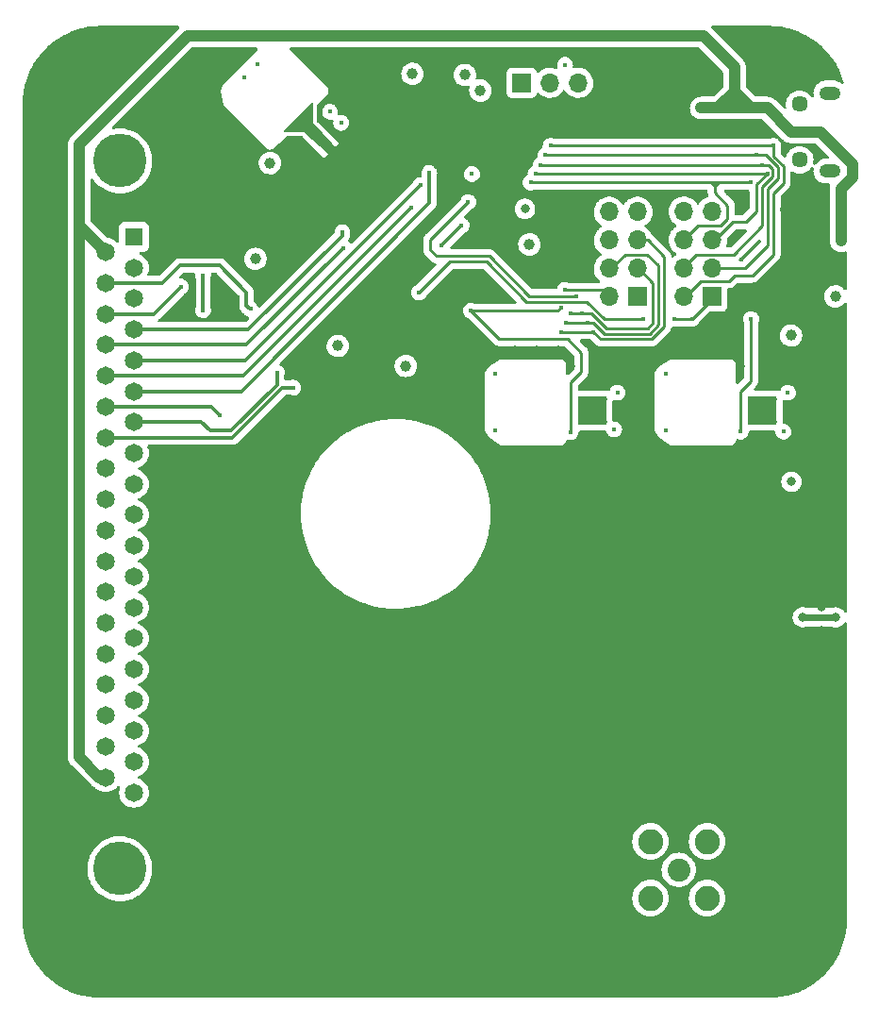
<source format=gbr>
%TF.GenerationSoftware,KiCad,Pcbnew,(6.0.1)*%
%TF.CreationDate,2022-01-19T11:33:41-06:00*%
%TF.ProjectId,Telemetry_KiCAD_Project,54656c65-6d65-4747-9279-5f4b69434144,rev?*%
%TF.SameCoordinates,Original*%
%TF.FileFunction,Copper,L4,Bot*%
%TF.FilePolarity,Positive*%
%FSLAX46Y46*%
G04 Gerber Fmt 4.6, Leading zero omitted, Abs format (unit mm)*
G04 Created by KiCad (PCBNEW (6.0.1)) date 2022-01-19 11:33:41*
%MOMM*%
%LPD*%
G01*
G04 APERTURE LIST*
%TA.AperFunction,ComponentPad*%
%ADD10R,1.700000X1.700000*%
%TD*%
%TA.AperFunction,ComponentPad*%
%ADD11O,1.700000X1.700000*%
%TD*%
%TA.AperFunction,SMDPad,CuDef*%
%ADD12R,2.600000X2.600000*%
%TD*%
%TA.AperFunction,ComponentPad*%
%ADD13C,0.500000*%
%TD*%
%TA.AperFunction,ComponentPad*%
%ADD14C,4.800000*%
%TD*%
%TA.AperFunction,ComponentPad*%
%ADD15C,1.650000*%
%TD*%
%TA.AperFunction,ComponentPad*%
%ADD16R,1.650000X1.650000*%
%TD*%
%TA.AperFunction,ComponentPad*%
%ADD17C,2.050000*%
%TD*%
%TA.AperFunction,ComponentPad*%
%ADD18C,2.250000*%
%TD*%
%TA.AperFunction,ComponentPad*%
%ADD19C,1.450000*%
%TD*%
%TA.AperFunction,ComponentPad*%
%ADD20O,1.900000X1.200000*%
%TD*%
%TA.AperFunction,ViaPad*%
%ADD21C,0.400000*%
%TD*%
%TA.AperFunction,ViaPad*%
%ADD22C,0.800000*%
%TD*%
%TA.AperFunction,ViaPad*%
%ADD23C,1.000000*%
%TD*%
%TA.AperFunction,Conductor*%
%ADD24C,0.600000*%
%TD*%
%TA.AperFunction,Conductor*%
%ADD25C,1.000000*%
%TD*%
%TA.AperFunction,Conductor*%
%ADD26C,0.250000*%
%TD*%
%TA.AperFunction,Conductor*%
%ADD27C,0.300000*%
%TD*%
G04 APERTURE END LIST*
D10*
%TO.P,JP1,1*%
%TO.N,GND*%
X127800000Y-59800000D03*
D11*
%TO.P,JP1,2*%
%TO.N,Net-(JP1-Pad2)*%
X130340000Y-59800000D03*
%TO.P,JP1,3*%
%TO.N,+3V3*%
X132880000Y-59800000D03*
%TD*%
D10*
%TO.P,J2,1*%
%TO.N,/~{RX_SEL}*%
X138190000Y-79000000D03*
D11*
%TO.P,J2,2*%
%TO.N,/~{RX_IRQ}*%
X135650000Y-79000000D03*
%TO.P,J2,3*%
%TO.N,/RX_SDI*%
X138190000Y-76460000D03*
%TO.P,J2,4*%
%TO.N,/RX_SDO*%
X135650000Y-76460000D03*
%TO.P,J2,5*%
%TO.N,/RX_SCL*%
X138190000Y-73920000D03*
%TO.P,J2,6*%
%TO.N,/RX_RST*%
X135650000Y-73920000D03*
%TO.P,J2,7*%
%TO.N,Net-(J2-Pad7)*%
X138190000Y-71380000D03*
%TO.P,J2,8*%
%TO.N,GND*%
X135650000Y-71380000D03*
%TD*%
D12*
%TO.P,U6,21*%
%TO.N,GND*%
X149400000Y-89200000D03*
D13*
X150450000Y-88150000D03*
X150450000Y-90250000D03*
X148350000Y-88150000D03*
X148350000Y-90250000D03*
%TD*%
%TO.P,U1,21*%
%TO.N,GND*%
X133100000Y-90250000D03*
X133100000Y-88150000D03*
X135200000Y-90250000D03*
X135200000Y-88150000D03*
D12*
X134150000Y-89200000D03*
%TD*%
D14*
%TO.P,J5,MH2*%
%TO.N,N/C*%
X91730000Y-130305000D03*
%TO.P,J5,MH1*%
X91730000Y-66805000D03*
D15*
%TO.P,J5,37*%
%TO.N,+5V*%
X90460000Y-122100000D03*
%TO.P,J5,36*%
%TO.N,Net-(J5-Pad36)*%
X90460000Y-119330000D03*
%TO.P,J5,35*%
%TO.N,Net-(J5-Pad35)*%
X90460000Y-116560000D03*
%TO.P,J5,34*%
%TO.N,Net-(J5-Pad34)*%
X90460000Y-113790000D03*
%TO.P,J5,33*%
%TO.N,Net-(J5-Pad33)*%
X90460000Y-111020000D03*
%TO.P,J5,32*%
%TO.N,Net-(J5-Pad32)*%
X90460000Y-108250000D03*
%TO.P,J5,31*%
%TO.N,Net-(J5-Pad31)*%
X90460000Y-105480000D03*
%TO.P,J5,30*%
%TO.N,Net-(J5-Pad30)*%
X90460000Y-102710000D03*
%TO.P,J5,29*%
%TO.N,Net-(J5-Pad29)*%
X90460000Y-99940000D03*
%TO.P,J5,28*%
%TO.N,Net-(J5-Pad28)*%
X90460000Y-97170000D03*
%TO.P,J5,27*%
%TO.N,Net-(J5-Pad27)*%
X90460000Y-94400000D03*
%TO.P,J5,26*%
%TO.N,/MCU_L562VE/ABORT_2*%
X90460000Y-91630000D03*
%TO.P,J5,25*%
%TO.N,/37 Pin DSUB/NRST*%
X90460000Y-88860000D03*
%TO.P,J5,24*%
%TO.N,/37 Pin DSUB/Alert_sda*%
X90460000Y-86090000D03*
%TO.P,J5,23*%
%TO.N,/MCU_L562VE/DEBUG_SWCLK*%
X90460000Y-83320000D03*
%TO.P,J5,22*%
%TO.N,/MCU_L562VE/SPI1_SCK*%
X90460000Y-80550000D03*
%TO.P,J5,21*%
%TO.N,/MCU_L562VE/SPI1_MOSI*%
X90460000Y-77780000D03*
%TO.P,J5,20*%
%TO.N,+5V*%
X90460000Y-75010000D03*
%TO.P,J5,19*%
%TO.N,GND*%
X93000000Y-123485000D03*
%TO.P,J5,18*%
%TO.N,+3V3*%
X93000000Y-120715000D03*
%TO.P,J5,17*%
%TO.N,Net-(J5-Pad17)*%
X93000000Y-117945000D03*
%TO.P,J5,16*%
%TO.N,Net-(J5-Pad16)*%
X93000000Y-115175000D03*
%TO.P,J5,15*%
%TO.N,Net-(J5-Pad15)*%
X93000000Y-112405000D03*
%TO.P,J5,14*%
%TO.N,Net-(J5-Pad14)*%
X93000000Y-109635000D03*
%TO.P,J5,13*%
%TO.N,Net-(J5-Pad13)*%
X93000000Y-106865000D03*
%TO.P,J5,12*%
%TO.N,Net-(J5-Pad12)*%
X93000000Y-104095000D03*
%TO.P,J5,11*%
%TO.N,Net-(J5-Pad11)*%
X93000000Y-101325000D03*
%TO.P,J5,10*%
%TO.N,Net-(J5-Pad10)*%
X93000000Y-98555000D03*
%TO.P,J5,9*%
%TO.N,Net-(J5-Pad9)*%
X93000000Y-95785000D03*
%TO.P,J5,8*%
%TO.N,Net-(J5-Pad8)*%
X93000000Y-93015000D03*
%TO.P,J5,7*%
%TO.N,/MCU_L562VE/ABORT_1*%
X93000000Y-90245000D03*
%TO.P,J5,6*%
%TO.N,/37 Pin DSUB/Alert_Active*%
X93000000Y-87475000D03*
%TO.P,J5,5*%
%TO.N,/37 Pin DSUB/Alert_scl*%
X93000000Y-84705000D03*
%TO.P,J5,4*%
%TO.N,/MCU_L562VE/DEBUG_SWDIO*%
X93000000Y-81935000D03*
%TO.P,J5,3*%
%TO.N,/MCU_L562VE/SPI1_MISO*%
X93000000Y-79165000D03*
%TO.P,J5,2*%
%TO.N,+3V3*%
X93000000Y-76395000D03*
D16*
%TO.P,J5,1*%
%TO.N,GND*%
X93000000Y-73625000D03*
%TD*%
D11*
%TO.P,J1,8*%
%TO.N,GND*%
X142350000Y-71360001D03*
%TO.P,J1,7*%
%TO.N,Net-(J1-Pad7)*%
X144890000Y-71360001D03*
%TO.P,J1,6*%
%TO.N,/TX_RST*%
X142350000Y-73900001D03*
%TO.P,J1,5*%
%TO.N,/TX_SCL*%
X144890000Y-73900001D03*
%TO.P,J1,4*%
%TO.N,/TX_SDO*%
X142350000Y-76440001D03*
%TO.P,J1,3*%
%TO.N,/TX_SDI*%
X144890000Y-76440001D03*
%TO.P,J1,2*%
%TO.N,/~{TX_IRQ}*%
X142350000Y-78980001D03*
D10*
%TO.P,J1,1*%
%TO.N,/~{TX_SEL}*%
X144890000Y-78980001D03*
%TD*%
D17*
%TO.P,J3,1*%
%TO.N,/RSD_Duplexer/Antenna*%
X141900000Y-130400000D03*
D18*
%TO.P,J3,2*%
%TO.N,GND*%
X144440000Y-132940000D03*
X144440000Y-127860000D03*
X139360000Y-127860000D03*
X139360000Y-132940000D03*
%TD*%
D19*
%TO.P,J4,6*%
%TO.N,N/C*%
X152757500Y-66720000D03*
X152757500Y-61720000D03*
D20*
X155457500Y-67720000D03*
X155457500Y-60720000D03*
%TD*%
D21*
%TO.N,GND*%
X107709999Y-65625000D03*
%TO.N,/RX_RST*%
X131325000Y-79975000D03*
D22*
%TO.N,GND*%
X139040000Y-91190000D03*
X140580000Y-93020000D03*
X144423374Y-83800000D03*
X139025000Y-85700000D03*
X139020000Y-87530000D03*
X140550124Y-83865808D03*
X142486749Y-83800000D03*
X139020000Y-89360000D03*
X146360000Y-83800000D03*
X147460000Y-85210000D03*
X147300000Y-93060000D03*
X130900000Y-97000000D03*
X130680000Y-94960000D03*
X127410000Y-93060000D03*
X129730000Y-93060000D03*
D21*
X96000000Y-80630000D03*
X98200000Y-80630000D03*
X100236853Y-80630000D03*
X102400000Y-80628120D03*
X147609999Y-123625000D03*
X147609999Y-128425000D03*
X147609999Y-133225000D03*
X135609999Y-126025000D03*
X135609999Y-130825000D03*
X135609999Y-135625000D03*
X151200000Y-71128571D03*
D22*
X154710000Y-86030000D03*
X152630000Y-86030000D03*
D21*
X140525000Y-59640002D03*
X133325000Y-57240001D03*
X142925000Y-57240001D03*
X145325000Y-59640001D03*
X128525000Y-57240001D03*
X138125000Y-57240001D03*
X135725000Y-59640001D03*
X97909999Y-72725000D03*
X100310000Y-75125000D03*
X102609999Y-69725000D03*
X95409999Y-62525000D03*
X97809999Y-64925000D03*
X100209999Y-67325000D03*
X97809999Y-69725000D03*
X97809999Y-60125000D03*
X100209999Y-57725000D03*
X100209999Y-62525000D03*
X111200000Y-69609998D03*
X116001183Y-66212958D03*
X112607070Y-69607070D03*
X116001183Y-69607070D03*
X113587042Y-72001183D03*
X110192930Y-72001183D03*
X118600000Y-74509999D03*
X116200000Y-76909999D03*
X145500000Y-81771428D03*
X100236853Y-92630000D03*
X103544860Y-91319100D03*
X105074871Y-89789089D03*
X106604881Y-88259079D03*
X109664903Y-85199057D03*
X102521023Y-92628120D03*
X111000920Y-80327506D03*
X109514671Y-81813755D03*
D22*
X130900000Y-99050000D03*
X130900000Y-101100000D03*
X130900000Y-107250000D03*
X130900000Y-103150000D03*
X130900000Y-109300000D03*
X130900000Y-111350000D03*
X130900000Y-105200000D03*
X130900000Y-97000000D03*
X146700000Y-96970000D03*
X146700000Y-98990000D03*
X146700000Y-101010000D03*
X146700000Y-103030000D03*
X146700000Y-105050000D03*
X146700000Y-107070000D03*
X146700000Y-109090000D03*
X146740000Y-111110000D03*
X146480000Y-94930000D03*
X136900000Y-111350000D03*
X136900000Y-109300000D03*
X136900000Y-107250000D03*
X136900000Y-105200000D03*
X136900000Y-103150000D03*
X136900000Y-101100000D03*
X136900000Y-99050000D03*
X136900000Y-97000000D03*
X137110000Y-94930000D03*
D21*
X133140627Y-74312002D03*
X133140627Y-72289828D03*
X130940627Y-72102818D03*
X130940627Y-74308782D03*
X147500000Y-71128571D03*
X147500000Y-73407142D03*
X147500000Y-75685714D03*
X147400000Y-78314285D03*
X147500000Y-80242857D03*
X147500000Y-82521428D03*
X151400000Y-65850000D03*
X147965653Y-64450000D03*
X145931306Y-64450000D03*
X143896959Y-64450000D03*
X141862612Y-64450000D03*
X139828265Y-64450000D03*
X137793918Y-64450000D03*
X135759571Y-64450000D03*
X133725224Y-64450000D03*
X130056531Y-64450000D03*
X128022184Y-64450000D03*
X126218258Y-65110168D03*
X124779758Y-66548668D03*
X150000000Y-64450000D03*
X129988150Y-69750000D03*
X134079672Y-69750000D03*
X136125433Y-69750000D03*
X138171194Y-69750000D03*
X140216955Y-69750000D03*
X142262716Y-69750000D03*
X144308477Y-69750000D03*
X146354238Y-69750000D03*
X127942389Y-69750000D03*
D22*
X148105000Y-96000000D03*
X148110000Y-105890000D03*
X148036958Y-120414689D03*
X134382863Y-118570544D03*
X149976483Y-117482312D03*
X147279474Y-118188394D03*
X149107400Y-119065500D03*
X143987243Y-121612650D03*
X133699912Y-117199764D03*
X148617940Y-115334061D03*
X148080930Y-116823278D03*
X140923665Y-122714234D03*
X138646032Y-120466107D03*
X146816934Y-121632815D03*
X145588527Y-122842696D03*
X137507216Y-119342044D03*
X142857764Y-122725096D03*
X136294006Y-120954717D03*
X137384884Y-122031463D03*
X139784849Y-121590171D03*
X135255101Y-119829256D03*
X135680618Y-116736541D03*
X139566640Y-124184955D03*
X144360121Y-124052577D03*
X146246201Y-119387759D03*
X136474418Y-118122929D03*
X138475762Y-123108209D03*
X145116722Y-120500205D03*
X141890000Y-123680000D03*
X141899999Y-133731193D03*
X143650000Y-125650000D03*
X145230213Y-130519787D03*
X138568805Y-130399999D03*
X140150000Y-125650000D03*
D23*
X124000000Y-72700000D03*
X116500000Y-63800000D03*
X116500000Y-80200000D03*
X108200000Y-72000000D03*
X105412132Y-72849390D03*
X113500000Y-66900000D03*
X116500000Y-57100000D03*
X105100000Y-70800000D03*
X119100000Y-57800000D03*
X129700000Y-75600000D03*
X138510000Y-62060000D03*
X115700000Y-85200000D03*
D22*
X151990000Y-103540000D03*
X148110000Y-102990000D03*
X154710000Y-108910000D03*
X154710000Y-110990000D03*
X154710000Y-100590000D03*
X154710000Y-98510000D03*
X154710000Y-94350000D03*
X154710000Y-96430000D03*
X154710000Y-88110000D03*
X154710000Y-92270000D03*
X154710000Y-90190000D03*
X154710000Y-106830000D03*
X154710000Y-104750000D03*
X154710000Y-102670000D03*
D23*
X112500000Y-84600000D03*
D22*
X129850000Y-71100000D03*
D23*
X151990000Y-73990000D03*
D22*
X135154039Y-115228042D03*
X145133187Y-93533187D03*
X138514565Y-93504565D03*
X133100000Y-115220000D03*
X150730000Y-115330000D03*
X152109140Y-113569140D03*
X153912983Y-112562983D03*
X148088823Y-113561177D03*
X147220553Y-112509447D03*
X136631987Y-112801987D03*
X135784999Y-113814999D03*
X132312500Y-113837500D03*
X131326825Y-112793175D03*
X148000000Y-110400000D03*
X135090000Y-109350000D03*
X132730000Y-108490000D03*
X151130000Y-106520000D03*
X155070000Y-69370000D03*
D23*
X155970000Y-83870000D03*
D22*
X135880000Y-92080000D03*
D21*
X85209999Y-58825000D03*
X85209999Y-63625000D03*
X85209999Y-68425000D03*
X85209999Y-73225000D03*
X85209999Y-78025000D03*
X85209999Y-82825000D03*
X85209999Y-87625000D03*
X85209999Y-92425000D03*
X85209999Y-97225000D03*
X85209999Y-102025000D03*
X85209999Y-106825000D03*
X85209999Y-111625000D03*
X85209999Y-116425000D03*
X85209999Y-121225000D03*
X85209999Y-126025000D03*
X85209999Y-130825000D03*
X85209999Y-135625000D03*
X87609999Y-138025000D03*
X90009999Y-135625000D03*
X92409999Y-138025000D03*
X94809999Y-135625000D03*
X97209999Y-106825000D03*
X97209999Y-111625000D03*
X97209999Y-116425000D03*
X97209999Y-121225000D03*
X97209999Y-126025000D03*
X97209999Y-130825000D03*
X97209999Y-138025000D03*
X99609999Y-104425000D03*
X99609999Y-109225000D03*
X99609999Y-114025000D03*
X99609999Y-118825000D03*
X99609999Y-123625000D03*
X99609999Y-128425000D03*
X99609999Y-133225000D03*
X102009999Y-106825000D03*
X102009999Y-111625000D03*
X102009999Y-116425000D03*
X102009999Y-121225000D03*
X102009999Y-126025000D03*
X102009999Y-130825000D03*
X102009999Y-135625000D03*
X104409999Y-104425000D03*
X104409999Y-109225000D03*
X104409999Y-114025000D03*
X104409999Y-118825000D03*
X104409999Y-123625000D03*
X104409999Y-128425000D03*
X104409999Y-133225000D03*
X104409999Y-138025000D03*
X106809999Y-111625000D03*
X106809999Y-116425000D03*
X106809999Y-121225000D03*
X106809999Y-126025000D03*
X106809999Y-130825000D03*
X106809999Y-135625000D03*
X109209999Y-109225000D03*
X109209999Y-114025000D03*
X109209999Y-118825000D03*
X109209999Y-123625000D03*
X109209999Y-128425000D03*
X109209999Y-133225000D03*
X109209999Y-138025000D03*
X111609999Y-111625000D03*
X111609999Y-116425000D03*
X111609999Y-121225000D03*
X111609999Y-126025000D03*
X111609999Y-130825000D03*
X111609999Y-135625000D03*
X114009999Y-114025000D03*
X114009999Y-118825000D03*
X114009999Y-123625000D03*
X114009999Y-128425000D03*
X114009999Y-133225000D03*
X114009999Y-138025000D03*
X116409999Y-111625000D03*
X116409999Y-116425000D03*
X116409999Y-121225000D03*
X116409999Y-126025000D03*
X116409999Y-130825000D03*
X116409999Y-135625000D03*
X118809999Y-114025000D03*
X118809999Y-118825000D03*
X118809999Y-123625000D03*
X118809999Y-128425000D03*
X118809999Y-133225000D03*
X118809999Y-138025000D03*
X121209999Y-111625000D03*
X121209999Y-116425000D03*
X121209999Y-121225000D03*
X121209999Y-126025000D03*
X121209999Y-130825000D03*
X121209999Y-135625000D03*
X123609999Y-109225000D03*
X123609999Y-114025000D03*
X123609999Y-118825000D03*
X123609999Y-123625000D03*
X123609999Y-128425000D03*
X123609999Y-133225000D03*
X123609999Y-138025000D03*
X126009999Y-111625000D03*
X126009999Y-116425000D03*
X126009999Y-121225000D03*
X126009999Y-126025000D03*
X126009999Y-130825000D03*
X126009999Y-135625000D03*
X128409999Y-118825000D03*
X128409999Y-123625000D03*
X128409999Y-128425000D03*
X128409999Y-133225000D03*
X128409999Y-138025000D03*
X130809999Y-121225000D03*
X130809999Y-126025000D03*
X130809999Y-130825000D03*
X130809999Y-135625000D03*
X133209999Y-123625000D03*
X133209999Y-128425000D03*
X133209999Y-133225000D03*
X138009999Y-138025000D03*
X140409999Y-97225000D03*
X140409999Y-102025000D03*
X140409999Y-106825000D03*
X140409999Y-111625000D03*
X140409999Y-116425000D03*
X142809999Y-99625000D03*
X142809999Y-104425000D03*
X142809999Y-109225000D03*
X142809999Y-114025000D03*
X142809999Y-138025000D03*
X147609999Y-138025000D03*
X150009999Y-126025000D03*
X150009999Y-130825000D03*
X150009999Y-135625000D03*
X152409999Y-121225000D03*
X152409999Y-128425000D03*
X152409999Y-133225000D03*
X152409999Y-138025000D03*
X154809999Y-118825000D03*
X154809999Y-123625000D03*
X154809999Y-130825000D03*
X154809999Y-135625000D03*
X125450000Y-85940000D03*
X140720001Y-85880000D03*
X140709999Y-91010000D03*
D23*
X151350000Y-60500000D03*
D21*
X133209999Y-138025000D03*
X105800000Y-101900000D03*
X105800000Y-100200000D03*
X105800000Y-98500000D03*
X105800000Y-96800000D03*
X105800000Y-95100000D03*
X125460000Y-90985000D03*
D22*
X125090000Y-92830000D03*
X123790000Y-91190000D03*
%TO.N,+3V3*%
X152015000Y-95590000D03*
D23*
X122700000Y-59100000D03*
X124100000Y-60500000D03*
X118000000Y-59000000D03*
X105200000Y-67000000D03*
X128500000Y-74300000D03*
X103900000Y-75600000D03*
X117400000Y-85200000D03*
X111300000Y-83400000D03*
D22*
X128100000Y-71100000D03*
D23*
X151970000Y-82470000D03*
X155970000Y-78970000D03*
D21*
X136100000Y-90900000D03*
X151700000Y-87600000D03*
X136400000Y-87600000D03*
X151300000Y-91100000D03*
D23*
%TO.N,+5V*%
X143910000Y-62060000D03*
D22*
X156000000Y-107750000D03*
X153030000Y-107740000D03*
D23*
X156470000Y-73970000D03*
D21*
%TO.N,/~{TX_SEL}*%
X141500000Y-81000000D03*
X138700000Y-81000000D03*
X118600000Y-78600000D03*
%TO.N,/~{TX_IRQ}*%
X130400000Y-65450000D03*
X150400000Y-65450000D03*
%TO.N,/TX_SDI*%
X148850000Y-66300000D03*
X129950000Y-66300000D03*
%TO.N,/TX_SDO*%
X149350000Y-67150000D03*
X129500000Y-67150000D03*
%TO.N,/TX_SCL*%
X149850000Y-67950000D03*
X129050000Y-67950000D03*
%TO.N,/TX_RST*%
X147450000Y-91100000D03*
X148400000Y-68750000D03*
X128600000Y-68750000D03*
%TO.N,/RX_RST*%
X132200000Y-91150000D03*
%TO.N,/RX_SCL*%
X134220000Y-82155000D03*
D22*
%TO.N,GND*%
X123775000Y-85700000D03*
X123770000Y-87530000D03*
X123770000Y-89360000D03*
X125300124Y-83865808D03*
X127236749Y-83800000D03*
X129173374Y-83800000D03*
D21*
%TO.N,/RX_SCL*%
X131320000Y-82155000D03*
D22*
%TO.N,GND*%
X132210000Y-85210000D03*
X132050000Y-93060000D03*
X131110000Y-83800000D03*
D21*
X102875000Y-59325000D03*
X104050000Y-58150000D03*
X100600000Y-63800000D03*
X106400000Y-90900000D03*
X109900000Y-87500000D03*
X126300000Y-58300000D03*
X113500000Y-59400000D03*
X114600000Y-60500000D03*
%TO.N,+3V3*%
X131700000Y-58200000D03*
X110600000Y-62400000D03*
X111600000Y-63400000D03*
%TO.N,/37 Pin DSUB/NRST*%
X100730000Y-89620000D03*
X95640000Y-88860000D03*
X99200000Y-80200000D03*
X99200000Y-77100000D03*
%TO.N,/~{TX_SEL}*%
X143080001Y-81000000D03*
%TO.N,/TX_RST*%
X148400000Y-81000000D03*
%TO.N,/RX_RST*%
X123250000Y-80250000D03*
%TO.N,/RX_SDO*%
X133720000Y-81355000D03*
X131770000Y-81355000D03*
%TO.N,/RX_SDI*%
X133220000Y-80505000D03*
X132220000Y-80505000D03*
%TO.N,/~{RX_IRQ}*%
X131675000Y-78375000D03*
%TO.N,/~{RX_SEL}*%
X123000000Y-70500000D03*
X132725000Y-78925000D03*
%TO.N,/MCU_L562VE/DEBUG_SWDIO*%
X111700000Y-73200000D03*
%TO.N,/37 Pin DSUB/Alert_scl*%
X118700000Y-69000000D03*
%TO.N,/37 Pin DSUB/Alert_Active*%
X119500000Y-67900000D03*
%TO.N,/MCU_L562VE/ABORT_1*%
X105830000Y-85790000D03*
%TO.N,Net-(J5-Pad8)*%
X92744213Y-92630000D03*
%TO.N,/MCU_L562VE/SPI1_MOSI*%
X103450253Y-80100000D03*
%TO.N,/MCU_L562VE/SPI1_SCK*%
X97200000Y-78100000D03*
%TO.N,/MCU_L562VE/DEBUG_SWCLK*%
X111800000Y-74600000D03*
X120600000Y-74400000D03*
X122400000Y-72600000D03*
%TO.N,/37 Pin DSUB/Alert_sda*%
X117900000Y-71000000D03*
%TO.N,/MCU_L562VE/ABORT_2*%
X107290000Y-87140000D03*
%TO.N,Net-(U7-Pad84)*%
X123341258Y-67987169D03*
%TD*%
D24*
%TO.N,+5V*%
X153040000Y-107750000D02*
X153030000Y-107740000D01*
X156000000Y-107750000D02*
X153040000Y-107750000D01*
D25*
X90460000Y-122100000D02*
X89900000Y-122100000D01*
X89900000Y-122100000D02*
X88100000Y-120300000D01*
X88100000Y-72650000D02*
X90460000Y-75010000D01*
X88100000Y-70960000D02*
X88100000Y-72650000D01*
X88100000Y-120300000D02*
X88100000Y-70960000D01*
X144100000Y-55600000D02*
X146910000Y-58410000D01*
X97800000Y-55600000D02*
X144100000Y-55600000D01*
X88100000Y-65300000D02*
X97800000Y-55600000D01*
X88100000Y-70960000D02*
X88100000Y-65300000D01*
X152000000Y-64200000D02*
X149860000Y-62060000D01*
X154600000Y-64200000D02*
X152000000Y-64200000D01*
X157500000Y-67100000D02*
X154600000Y-64200000D01*
X157500000Y-68300000D02*
X157500000Y-67100000D01*
X156470000Y-69330000D02*
X157500000Y-68300000D01*
X156470000Y-73970000D02*
X156470000Y-69330000D01*
X146910000Y-58410000D02*
X146910000Y-60610000D01*
X149860000Y-62060000D02*
X148360000Y-62060000D01*
X146890000Y-60610000D02*
X145440000Y-62060000D01*
X146910000Y-60610000D02*
X146890000Y-60610000D01*
X148360000Y-62060000D02*
X145440000Y-62060000D01*
X146440000Y-62060000D02*
X147400000Y-61100000D01*
X145440000Y-62060000D02*
X146440000Y-62060000D01*
X147400000Y-61100000D02*
X148360000Y-62060000D01*
X146910000Y-60610000D02*
X147400000Y-61100000D01*
X143910000Y-62060000D02*
X145440000Y-62060000D01*
D26*
%TO.N,/~{TX_SEL}*%
X141500000Y-81000000D02*
X141800000Y-81000000D01*
X142200000Y-81000000D02*
X143080001Y-81000000D01*
X141800000Y-81000000D02*
X142200000Y-81000000D01*
%TO.N,/~{TX_IRQ}*%
X130400000Y-65450000D02*
X150400000Y-65450000D01*
X150400000Y-66300000D02*
X150400000Y-65450000D01*
%TO.N,/TX_SDI*%
X148850000Y-66300000D02*
X129950000Y-66300000D01*
X144890000Y-76440001D02*
X145549999Y-76440001D01*
%TO.N,/TX_SDO*%
X129500000Y-67150000D02*
X149350000Y-67150000D01*
X149950000Y-67150000D02*
X149350000Y-67150000D01*
X150300000Y-68200000D02*
X150300000Y-67500000D01*
X149400000Y-69100000D02*
X150300000Y-68200000D01*
X150300000Y-67500000D02*
X149950000Y-67150000D01*
%TO.N,/TX_SCL*%
X149850000Y-67950000D02*
X129050000Y-67950000D01*
X144890000Y-73920000D02*
X144890000Y-73900000D01*
X148900000Y-68900000D02*
X149850000Y-67950000D01*
X148900000Y-71300000D02*
X148900000Y-68900000D01*
X145189999Y-73900001D02*
X146790000Y-72300000D01*
X144890000Y-73900001D02*
X145189999Y-73900001D01*
%TO.N,/TX_RST*%
X142350000Y-73900001D02*
X142350000Y-73830000D01*
X142350000Y-73900001D02*
X142350000Y-73840000D01*
X142350000Y-73840000D02*
X143590000Y-72600000D01*
X143590000Y-72600000D02*
X145690000Y-72600000D01*
X145690000Y-72600000D02*
X146290000Y-72000000D01*
X146290000Y-72000000D02*
X146290000Y-70800000D01*
X146290000Y-70800000D02*
X145140000Y-69650000D01*
X128600000Y-68750000D02*
X144850000Y-68750000D01*
X145150000Y-69050000D02*
X144850000Y-68750000D01*
X145150000Y-69050000D02*
X145450000Y-68750000D01*
X145450000Y-68750000D02*
X148400000Y-68750000D01*
X144850000Y-68750000D02*
X145450000Y-68750000D01*
%TO.N,/RX_SCL*%
X134220000Y-82155000D02*
X131320000Y-82155000D01*
D27*
%TO.N,/37 Pin DSUB/NRST*%
X99970000Y-88860000D02*
X100730000Y-89620000D01*
X90460000Y-88860000D02*
X95640000Y-88860000D01*
X95640000Y-88860000D02*
X99970000Y-88860000D01*
X99200000Y-80200000D02*
X99200000Y-77100000D01*
D26*
%TO.N,/RX_SCL*%
X138190000Y-73920000D02*
X139110000Y-73920000D01*
X139110000Y-73920000D02*
X140590000Y-75400000D01*
%TO.N,/~{TX_SEL}*%
X144890000Y-79190001D02*
X143080001Y-81000000D01*
X144890000Y-78980001D02*
X144890000Y-79190001D01*
X121350000Y-75850000D02*
X118600000Y-78600000D01*
X124650000Y-75850000D02*
X121350000Y-75850000D01*
X133675000Y-79450000D02*
X128250000Y-79450000D01*
X128250000Y-79450000D02*
X124650000Y-75850000D01*
X135225000Y-81000000D02*
X133675000Y-79450000D01*
X138700000Y-81000000D02*
X135225000Y-81000000D01*
%TO.N,/~{TX_IRQ}*%
X150400000Y-66400000D02*
X150400000Y-65450000D01*
X151300000Y-67300000D02*
X150400000Y-66400000D01*
X151300000Y-68800000D02*
X151300000Y-67300000D01*
X150400000Y-69700000D02*
X151300000Y-68800000D01*
X148500000Y-77100000D02*
X150400000Y-75200000D01*
X150400000Y-75200000D02*
X150400000Y-69700000D01*
X146400000Y-77600000D02*
X146900000Y-77100000D01*
X143890000Y-77600000D02*
X146400000Y-77600000D01*
X142509999Y-78980001D02*
X143890000Y-77600000D01*
X146900000Y-77100000D02*
X148500000Y-77100000D01*
X142350000Y-78980001D02*
X142509999Y-78980001D01*
%TO.N,/TX_SDI*%
X149700000Y-66300000D02*
X148850000Y-66300000D01*
X150800000Y-67400000D02*
X149700000Y-66300000D01*
X150800000Y-68400000D02*
X150800000Y-67400000D01*
X149900000Y-74400000D02*
X149900000Y-69300000D01*
X147859999Y-76440001D02*
X149900000Y-74400000D01*
X149900000Y-69300000D02*
X150800000Y-68400000D01*
X144890000Y-76440001D02*
X147859999Y-76440001D01*
%TO.N,/TX_SDO*%
X146830000Y-75200000D02*
X149400000Y-72630000D01*
X143490000Y-75200000D02*
X146830000Y-75200000D01*
X142350000Y-76340000D02*
X143490000Y-75200000D01*
X142350000Y-76440001D02*
X142350000Y-76340000D01*
X149400000Y-72630000D02*
X149400000Y-69100000D01*
%TO.N,/TX_SCL*%
X147900000Y-72300000D02*
X148900000Y-71300000D01*
X146790000Y-72300000D02*
X147900000Y-72300000D01*
%TO.N,/TX_RST*%
X147450000Y-91100000D02*
X147450000Y-87500000D01*
X147450000Y-87500000D02*
X148400000Y-86550000D01*
X148400000Y-86550000D02*
X148400000Y-81000000D01*
X145140000Y-69060000D02*
X145150000Y-69050000D01*
X145140000Y-69650000D02*
X145140000Y-69060000D01*
%TO.N,/RX_RST*%
X131050000Y-80250000D02*
X131325000Y-79975000D01*
X123250000Y-80250000D02*
X131050000Y-80250000D01*
X125775000Y-82775000D02*
X123250000Y-80250000D01*
X131925000Y-82775000D02*
X125775000Y-82775000D01*
X133150000Y-84000000D02*
X131925000Y-82775000D01*
X133150000Y-85750000D02*
X133150000Y-84000000D01*
X132200000Y-86700000D02*
X133150000Y-85750000D01*
X132200000Y-91150000D02*
X132200000Y-86700000D01*
%TO.N,/RX_SCL*%
X140590000Y-75400000D02*
X140590000Y-81710000D01*
X140590000Y-81710000D02*
X139500000Y-82800000D01*
X134865000Y-82800000D02*
X134220000Y-82155000D01*
X139500000Y-82800000D02*
X134865000Y-82800000D01*
%TO.N,/RX_SDO*%
X131770000Y-81355000D02*
X133720000Y-81355000D01*
X135650000Y-76460000D02*
X135830000Y-76460000D01*
X135830000Y-76460000D02*
X137090000Y-75200000D01*
X137090000Y-75200000D02*
X139090000Y-75200000D01*
X139090000Y-75200000D02*
X140090000Y-76200000D01*
X140090000Y-76200000D02*
X140090000Y-81210000D01*
X140090000Y-81210000D02*
X140090000Y-81535000D01*
X140090000Y-81535000D02*
X139300000Y-82325000D01*
X139300000Y-82325000D02*
X135200000Y-82325000D01*
X134230000Y-81355000D02*
X133720000Y-81355000D01*
X135200000Y-82325000D02*
X134230000Y-81355000D01*
%TO.N,/RX_SDI*%
X132220000Y-80505000D02*
X133220000Y-80505000D01*
X138190000Y-76460000D02*
X138550000Y-76460000D01*
X138190000Y-76460000D02*
X138250000Y-76460000D01*
X138250000Y-76460000D02*
X139590000Y-77800000D01*
X139590000Y-80215000D02*
X139590000Y-81335000D01*
X139590000Y-79465000D02*
X139590000Y-81360000D01*
X139590000Y-77800000D02*
X139590000Y-79465000D01*
X139590000Y-79465000D02*
X139590000Y-80215000D01*
X139590000Y-81360000D02*
X139100000Y-81850000D01*
X139100000Y-81850000D02*
X135400000Y-81850000D01*
X134055000Y-80505000D02*
X133220000Y-80505000D01*
X135400000Y-81850000D02*
X134055000Y-80505000D01*
%TO.N,/~{RX_IRQ}*%
X135025000Y-78375000D02*
X135650000Y-79000000D01*
X131675000Y-78375000D02*
X135025000Y-78375000D01*
%TO.N,/~{RX_SEL}*%
X119600000Y-73900000D02*
X123000000Y-70500000D01*
X120150000Y-75350000D02*
X119600000Y-74800000D01*
X119600000Y-74800000D02*
X119600000Y-73900000D01*
X124875000Y-75350000D02*
X120150000Y-75350000D01*
X128450000Y-78925000D02*
X124875000Y-75350000D01*
X132725000Y-78925000D02*
X128450000Y-78925000D01*
D27*
%TO.N,/MCU_L562VE/DEBUG_SWDIO*%
X111700000Y-73500000D02*
X111700000Y-73200000D01*
X103265000Y-81935000D02*
X111700000Y-73500000D01*
X102765000Y-81935000D02*
X103265000Y-81935000D01*
X93000000Y-81935000D02*
X102765000Y-81935000D01*
%TO.N,/37 Pin DSUB/Alert_scl*%
X102995000Y-84705000D02*
X118700000Y-69000000D01*
X93000000Y-84705000D02*
X102995000Y-84705000D01*
%TO.N,/37 Pin DSUB/Alert_Active*%
X119500000Y-70600000D02*
X119500000Y-67900000D01*
X102625000Y-87475000D02*
X119500000Y-70600000D01*
X93000000Y-87475000D02*
X102625000Y-87475000D01*
%TO.N,/MCU_L562VE/ABORT_1*%
X99045000Y-90245000D02*
X93000000Y-90245000D01*
X99810000Y-91010000D02*
X99045000Y-90245000D01*
X101730000Y-91010000D02*
X99810000Y-91010000D01*
X105830000Y-86910000D02*
X101730000Y-91010000D01*
X105830000Y-85790000D02*
X105830000Y-86910000D01*
%TO.N,/MCU_L562VE/SPI1_MOSI*%
X90460000Y-77780000D02*
X94520000Y-77780000D01*
X94520000Y-77780000D02*
X95520000Y-77780000D01*
X95520000Y-77780000D02*
X97100000Y-76200000D01*
X103450253Y-80100000D02*
X103400000Y-80100000D01*
X103400000Y-80100000D02*
X103100000Y-79800000D01*
X103100000Y-79800000D02*
X103100000Y-78600000D01*
X100700000Y-76200000D02*
X97100000Y-76200000D01*
X103100000Y-78600000D02*
X100700000Y-76200000D01*
%TO.N,/MCU_L562VE/SPI1_SCK*%
X94750000Y-80550000D02*
X97200000Y-78100000D01*
X90460000Y-80550000D02*
X94750000Y-80550000D01*
%TO.N,/MCU_L562VE/DEBUG_SWCLK*%
X120600000Y-74400000D02*
X122400000Y-72600000D01*
X103080000Y-83320000D02*
X111800000Y-74600000D01*
X90460000Y-83320000D02*
X103080000Y-83320000D01*
%TO.N,/37 Pin DSUB/Alert_sda*%
X102810000Y-86090000D02*
X117900000Y-71000000D01*
X90460000Y-86090000D02*
X102810000Y-86090000D01*
%TO.N,/MCU_L562VE/ABORT_2*%
X107290000Y-87140000D02*
X106309747Y-87140000D01*
X101819747Y-91630000D02*
X106309747Y-87140000D01*
X90460000Y-91630000D02*
X101819747Y-91630000D01*
%TD*%
%TA.AperFunction,Conductor*%
%TO.N,GND*%
G36*
X97035977Y-54720002D02*
G01*
X97082470Y-54773658D01*
X97092574Y-54843932D01*
X97064941Y-54906316D01*
X97056703Y-54916274D01*
X97048713Y-54925053D01*
X87430621Y-64543145D01*
X87420478Y-64552247D01*
X87390975Y-64575968D01*
X87387008Y-64580696D01*
X87358709Y-64614421D01*
X87355528Y-64618069D01*
X87353885Y-64619881D01*
X87351691Y-64622075D01*
X87324358Y-64655349D01*
X87323696Y-64656147D01*
X87263846Y-64727474D01*
X87261278Y-64732144D01*
X87257897Y-64736261D01*
X87233877Y-64781058D01*
X87214023Y-64818086D01*
X87213394Y-64819245D01*
X87171538Y-64895381D01*
X87171535Y-64895389D01*
X87168567Y-64900787D01*
X87166955Y-64905869D01*
X87164438Y-64910563D01*
X87137238Y-64999531D01*
X87136918Y-65000559D01*
X87108765Y-65089306D01*
X87108171Y-65094602D01*
X87106613Y-65099698D01*
X87097315Y-65191235D01*
X87097218Y-65192187D01*
X87097090Y-65193387D01*
X87091500Y-65243227D01*
X87091500Y-65246754D01*
X87091445Y-65247739D01*
X87090998Y-65253419D01*
X87086626Y-65296462D01*
X87087206Y-65302593D01*
X87090941Y-65342109D01*
X87091500Y-65353967D01*
X87091500Y-72588157D01*
X87090763Y-72601764D01*
X87087789Y-72629145D01*
X87086676Y-72639388D01*
X87087213Y-72645523D01*
X87091021Y-72689053D01*
X87091500Y-72700034D01*
X87091500Y-120238157D01*
X87090763Y-120251764D01*
X87089599Y-120262484D01*
X87086676Y-120289388D01*
X87087213Y-120295523D01*
X87091050Y-120339388D01*
X87091379Y-120344214D01*
X87091500Y-120346686D01*
X87091500Y-120349769D01*
X87091801Y-120352837D01*
X87095690Y-120392506D01*
X87095812Y-120393819D01*
X87103913Y-120486413D01*
X87105400Y-120491532D01*
X87105920Y-120496833D01*
X87132791Y-120585834D01*
X87133126Y-120586967D01*
X87156842Y-120668594D01*
X87159091Y-120676336D01*
X87161544Y-120681068D01*
X87163084Y-120686169D01*
X87165978Y-120691612D01*
X87206731Y-120768260D01*
X87207343Y-120769426D01*
X87237781Y-120828145D01*
X87250108Y-120851926D01*
X87253431Y-120856089D01*
X87255934Y-120860796D01*
X87314755Y-120932918D01*
X87315446Y-120933774D01*
X87346738Y-120972973D01*
X87349242Y-120975477D01*
X87349884Y-120976195D01*
X87353585Y-120980528D01*
X87380935Y-121014062D01*
X87385682Y-121017989D01*
X87385684Y-121017991D01*
X87416262Y-121043287D01*
X87425042Y-121051277D01*
X89143145Y-122769379D01*
X89152247Y-122779522D01*
X89175968Y-122809025D01*
X89214456Y-122841320D01*
X89218075Y-122844478D01*
X89219890Y-122846124D01*
X89222075Y-122848309D01*
X89224455Y-122850264D01*
X89224465Y-122850273D01*
X89255236Y-122875549D01*
X89256251Y-122876391D01*
X89327474Y-122936154D01*
X89332148Y-122938723D01*
X89336261Y-122942102D01*
X89341698Y-122945017D01*
X89341699Y-122945018D01*
X89418047Y-122985955D01*
X89419207Y-122986584D01*
X89495719Y-123028647D01*
X89524113Y-123049967D01*
X89599568Y-123125422D01*
X89604076Y-123128579D01*
X89604079Y-123128581D01*
X89781134Y-123252556D01*
X89790703Y-123259256D01*
X89795685Y-123261579D01*
X89795690Y-123261582D01*
X89997192Y-123355544D01*
X90002174Y-123357867D01*
X90007482Y-123359289D01*
X90007484Y-123359290D01*
X90222241Y-123416834D01*
X90222243Y-123416834D01*
X90227556Y-123418258D01*
X90460000Y-123438594D01*
X90692444Y-123418258D01*
X90697757Y-123416834D01*
X90697759Y-123416834D01*
X90912516Y-123359290D01*
X90912518Y-123359289D01*
X90917826Y-123357867D01*
X90922808Y-123355544D01*
X91124310Y-123261582D01*
X91124315Y-123261579D01*
X91129297Y-123259256D01*
X91138866Y-123252556D01*
X91315921Y-123128581D01*
X91315924Y-123128579D01*
X91320432Y-123125422D01*
X91485422Y-122960432D01*
X91500454Y-122938965D01*
X91522718Y-122907168D01*
X91578175Y-122862840D01*
X91648795Y-122855531D01*
X91712155Y-122887562D01*
X91748140Y-122948763D01*
X91744335Y-123022451D01*
X91742133Y-123027174D01*
X91681742Y-123252556D01*
X91661406Y-123485000D01*
X91681742Y-123717444D01*
X91742133Y-123942826D01*
X91744455Y-123947806D01*
X91744456Y-123947808D01*
X91838418Y-124149310D01*
X91838421Y-124149315D01*
X91840744Y-124154297D01*
X91974578Y-124345432D01*
X92139568Y-124510422D01*
X92144076Y-124513579D01*
X92144079Y-124513581D01*
X92326194Y-124641099D01*
X92330703Y-124644256D01*
X92335685Y-124646579D01*
X92335690Y-124646582D01*
X92537192Y-124740544D01*
X92542174Y-124742867D01*
X92547482Y-124744289D01*
X92547484Y-124744290D01*
X92762241Y-124801834D01*
X92762243Y-124801834D01*
X92767556Y-124803258D01*
X93000000Y-124823594D01*
X93232444Y-124803258D01*
X93237757Y-124801834D01*
X93237759Y-124801834D01*
X93452516Y-124744290D01*
X93452518Y-124744289D01*
X93457826Y-124742867D01*
X93462808Y-124740544D01*
X93664310Y-124646582D01*
X93664315Y-124646579D01*
X93669297Y-124644256D01*
X93673806Y-124641099D01*
X93855921Y-124513581D01*
X93855924Y-124513579D01*
X93860432Y-124510422D01*
X94025422Y-124345432D01*
X94159256Y-124154297D01*
X94161579Y-124149315D01*
X94161582Y-124149310D01*
X94255544Y-123947808D01*
X94255545Y-123947806D01*
X94257867Y-123942826D01*
X94318258Y-123717444D01*
X94338594Y-123485000D01*
X94318258Y-123252556D01*
X94283148Y-123121525D01*
X94259290Y-123032484D01*
X94259289Y-123032482D01*
X94257867Y-123027174D01*
X94255544Y-123022192D01*
X94161582Y-122820690D01*
X94161579Y-122820685D01*
X94159256Y-122815703D01*
X94133922Y-122779522D01*
X94028581Y-122629079D01*
X94028579Y-122629076D01*
X94025422Y-122624568D01*
X93860432Y-122459578D01*
X93855924Y-122456421D01*
X93855921Y-122456419D01*
X93673806Y-122328901D01*
X93673804Y-122328900D01*
X93669297Y-122325744D01*
X93664315Y-122323421D01*
X93664310Y-122323418D01*
X93462808Y-122229456D01*
X93462806Y-122229455D01*
X93457826Y-122227133D01*
X93452518Y-122225711D01*
X93452516Y-122225710D01*
X93437576Y-122221707D01*
X93376953Y-122184755D01*
X93345932Y-122120894D01*
X93354360Y-122050400D01*
X93399563Y-121995653D01*
X93437576Y-121978293D01*
X93452516Y-121974290D01*
X93452518Y-121974289D01*
X93457826Y-121972867D01*
X93462808Y-121970544D01*
X93664310Y-121876582D01*
X93664315Y-121876579D01*
X93669297Y-121874256D01*
X93678866Y-121867556D01*
X93855921Y-121743581D01*
X93855924Y-121743579D01*
X93860432Y-121740422D01*
X94025422Y-121575432D01*
X94074991Y-121504641D01*
X94156099Y-121388806D01*
X94156100Y-121388804D01*
X94159256Y-121384297D01*
X94161579Y-121379315D01*
X94161582Y-121379310D01*
X94255544Y-121177808D01*
X94255545Y-121177806D01*
X94257867Y-121172826D01*
X94318258Y-120947444D01*
X94338594Y-120715000D01*
X94318258Y-120482556D01*
X94282678Y-120349769D01*
X94259290Y-120262484D01*
X94259289Y-120262482D01*
X94257867Y-120257174D01*
X94192765Y-120117562D01*
X94161582Y-120050690D01*
X94161579Y-120050685D01*
X94159256Y-120045703D01*
X94126762Y-119999297D01*
X94028581Y-119859079D01*
X94028579Y-119859076D01*
X94025422Y-119854568D01*
X93860432Y-119689578D01*
X93855924Y-119686421D01*
X93855921Y-119686419D01*
X93673806Y-119558901D01*
X93673804Y-119558900D01*
X93669297Y-119555744D01*
X93664315Y-119553421D01*
X93664310Y-119553418D01*
X93462808Y-119459456D01*
X93462806Y-119459455D01*
X93457826Y-119457133D01*
X93452518Y-119455711D01*
X93452516Y-119455710D01*
X93437576Y-119451707D01*
X93376953Y-119414755D01*
X93345932Y-119350894D01*
X93354360Y-119280400D01*
X93399563Y-119225653D01*
X93437576Y-119208293D01*
X93452516Y-119204290D01*
X93452518Y-119204289D01*
X93457826Y-119202867D01*
X93462808Y-119200544D01*
X93664310Y-119106582D01*
X93664315Y-119106579D01*
X93669297Y-119104256D01*
X93678866Y-119097556D01*
X93855921Y-118973581D01*
X93855924Y-118973579D01*
X93860432Y-118970422D01*
X94025422Y-118805432D01*
X94074991Y-118734641D01*
X94156099Y-118618806D01*
X94156100Y-118618804D01*
X94159256Y-118614297D01*
X94161579Y-118609315D01*
X94161582Y-118609310D01*
X94255544Y-118407808D01*
X94255545Y-118407806D01*
X94257867Y-118402826D01*
X94318258Y-118177444D01*
X94338594Y-117945000D01*
X94318258Y-117712556D01*
X94257867Y-117487174D01*
X94192765Y-117347562D01*
X94161582Y-117280690D01*
X94161579Y-117280685D01*
X94159256Y-117275703D01*
X94134082Y-117239751D01*
X94028581Y-117089079D01*
X94028579Y-117089076D01*
X94025422Y-117084568D01*
X93860432Y-116919578D01*
X93855924Y-116916421D01*
X93855921Y-116916419D01*
X93673806Y-116788901D01*
X93673804Y-116788900D01*
X93669297Y-116785744D01*
X93664315Y-116783421D01*
X93664310Y-116783418D01*
X93462808Y-116689456D01*
X93462806Y-116689455D01*
X93457826Y-116687133D01*
X93452518Y-116685711D01*
X93452516Y-116685710D01*
X93437576Y-116681707D01*
X93376953Y-116644755D01*
X93345932Y-116580894D01*
X93354360Y-116510400D01*
X93399563Y-116455653D01*
X93437576Y-116438293D01*
X93452516Y-116434290D01*
X93452518Y-116434289D01*
X93457826Y-116432867D01*
X93462808Y-116430544D01*
X93664310Y-116336582D01*
X93664315Y-116336579D01*
X93669297Y-116334256D01*
X93678866Y-116327556D01*
X93855921Y-116203581D01*
X93855924Y-116203579D01*
X93860432Y-116200422D01*
X94025422Y-116035432D01*
X94074991Y-115964641D01*
X94156099Y-115848806D01*
X94156100Y-115848804D01*
X94159256Y-115844297D01*
X94161579Y-115839315D01*
X94161582Y-115839310D01*
X94255544Y-115637808D01*
X94255545Y-115637806D01*
X94257867Y-115632826D01*
X94318258Y-115407444D01*
X94338594Y-115175000D01*
X94318258Y-114942556D01*
X94257867Y-114717174D01*
X94192765Y-114577562D01*
X94161582Y-114510690D01*
X94161579Y-114510685D01*
X94159256Y-114505703D01*
X94134082Y-114469751D01*
X94028581Y-114319079D01*
X94028579Y-114319076D01*
X94025422Y-114314568D01*
X93860432Y-114149578D01*
X93855924Y-114146421D01*
X93855921Y-114146419D01*
X93673806Y-114018901D01*
X93673804Y-114018900D01*
X93669297Y-114015744D01*
X93664315Y-114013421D01*
X93664310Y-114013418D01*
X93462808Y-113919456D01*
X93462806Y-113919455D01*
X93457826Y-113917133D01*
X93452518Y-113915711D01*
X93452516Y-113915710D01*
X93437576Y-113911707D01*
X93376953Y-113874755D01*
X93345932Y-113810894D01*
X93354360Y-113740400D01*
X93399563Y-113685653D01*
X93437576Y-113668293D01*
X93452516Y-113664290D01*
X93452518Y-113664289D01*
X93457826Y-113662867D01*
X93462808Y-113660544D01*
X93664310Y-113566582D01*
X93664315Y-113566579D01*
X93669297Y-113564256D01*
X93678866Y-113557556D01*
X93855921Y-113433581D01*
X93855924Y-113433579D01*
X93860432Y-113430422D01*
X94025422Y-113265432D01*
X94074991Y-113194641D01*
X94156099Y-113078806D01*
X94156100Y-113078804D01*
X94159256Y-113074297D01*
X94161579Y-113069315D01*
X94161582Y-113069310D01*
X94255544Y-112867808D01*
X94255545Y-112867806D01*
X94257867Y-112862826D01*
X94318258Y-112637444D01*
X94338594Y-112405000D01*
X94318258Y-112172556D01*
X94257867Y-111947174D01*
X94192765Y-111807562D01*
X94161582Y-111740690D01*
X94161579Y-111740685D01*
X94159256Y-111735703D01*
X94134082Y-111699751D01*
X94028581Y-111549079D01*
X94028579Y-111549076D01*
X94025422Y-111544568D01*
X93860432Y-111379578D01*
X93855924Y-111376421D01*
X93855921Y-111376419D01*
X93673806Y-111248901D01*
X93673804Y-111248900D01*
X93669297Y-111245744D01*
X93664315Y-111243421D01*
X93664310Y-111243418D01*
X93462808Y-111149456D01*
X93462806Y-111149455D01*
X93457826Y-111147133D01*
X93452518Y-111145711D01*
X93452516Y-111145710D01*
X93437576Y-111141707D01*
X93376953Y-111104755D01*
X93345932Y-111040894D01*
X93354360Y-110970400D01*
X93399563Y-110915653D01*
X93437576Y-110898293D01*
X93452516Y-110894290D01*
X93452518Y-110894289D01*
X93457826Y-110892867D01*
X93462808Y-110890544D01*
X93664310Y-110796582D01*
X93664315Y-110796579D01*
X93669297Y-110794256D01*
X93678866Y-110787556D01*
X93855921Y-110663581D01*
X93855924Y-110663579D01*
X93860432Y-110660422D01*
X94025422Y-110495432D01*
X94074991Y-110424641D01*
X94156099Y-110308806D01*
X94156100Y-110308804D01*
X94159256Y-110304297D01*
X94161579Y-110299315D01*
X94161582Y-110299310D01*
X94255544Y-110097808D01*
X94255545Y-110097806D01*
X94257867Y-110092826D01*
X94318258Y-109867444D01*
X94338594Y-109635000D01*
X94318258Y-109402556D01*
X94257867Y-109177174D01*
X94192765Y-109037562D01*
X94161582Y-108970690D01*
X94161579Y-108970685D01*
X94159256Y-108965703D01*
X94134082Y-108929751D01*
X94028581Y-108779079D01*
X94028579Y-108779076D01*
X94025422Y-108774568D01*
X93860432Y-108609578D01*
X93855924Y-108606421D01*
X93855921Y-108606419D01*
X93673806Y-108478901D01*
X93673804Y-108478900D01*
X93669297Y-108475744D01*
X93664315Y-108473421D01*
X93664310Y-108473418D01*
X93462808Y-108379456D01*
X93462806Y-108379455D01*
X93457826Y-108377133D01*
X93452518Y-108375711D01*
X93452516Y-108375710D01*
X93437576Y-108371707D01*
X93376953Y-108334755D01*
X93345932Y-108270894D01*
X93354360Y-108200400D01*
X93399563Y-108145653D01*
X93437576Y-108128293D01*
X93452516Y-108124290D01*
X93452518Y-108124289D01*
X93457826Y-108122867D01*
X93462808Y-108120544D01*
X93664310Y-108026582D01*
X93664315Y-108026579D01*
X93669297Y-108024256D01*
X93678866Y-108017556D01*
X93855921Y-107893581D01*
X93855924Y-107893579D01*
X93860432Y-107890422D01*
X94025422Y-107725432D01*
X94074991Y-107654641D01*
X94156099Y-107538806D01*
X94156100Y-107538804D01*
X94159256Y-107534297D01*
X94161579Y-107529315D01*
X94161582Y-107529310D01*
X94255544Y-107327808D01*
X94255545Y-107327806D01*
X94257867Y-107322826D01*
X94291275Y-107198148D01*
X94316834Y-107102759D01*
X94316834Y-107102757D01*
X94318258Y-107097444D01*
X94338594Y-106865000D01*
X94318258Y-106632556D01*
X94294511Y-106543932D01*
X94259290Y-106412484D01*
X94259289Y-106412482D01*
X94257867Y-106407174D01*
X94228562Y-106344329D01*
X94161582Y-106200690D01*
X94161579Y-106200685D01*
X94159256Y-106195703D01*
X94134082Y-106159751D01*
X94028581Y-106009079D01*
X94028579Y-106009076D01*
X94025422Y-106004568D01*
X93860432Y-105839578D01*
X93855924Y-105836421D01*
X93855921Y-105836419D01*
X93673806Y-105708901D01*
X93673804Y-105708900D01*
X93669297Y-105705744D01*
X93664315Y-105703421D01*
X93664310Y-105703418D01*
X93462808Y-105609456D01*
X93462806Y-105609455D01*
X93457826Y-105607133D01*
X93452518Y-105605711D01*
X93452516Y-105605710D01*
X93437576Y-105601707D01*
X93376953Y-105564755D01*
X93345932Y-105500894D01*
X93354360Y-105430400D01*
X93399563Y-105375653D01*
X93437576Y-105358293D01*
X93452516Y-105354290D01*
X93452518Y-105354289D01*
X93457826Y-105352867D01*
X93529847Y-105319283D01*
X93664310Y-105256582D01*
X93664315Y-105256579D01*
X93669297Y-105254256D01*
X93678866Y-105247556D01*
X93855921Y-105123581D01*
X93855924Y-105123579D01*
X93860432Y-105120422D01*
X94025422Y-104955432D01*
X94074991Y-104884641D01*
X94156099Y-104768806D01*
X94156100Y-104768804D01*
X94159256Y-104764297D01*
X94161579Y-104759315D01*
X94161582Y-104759310D01*
X94255544Y-104557808D01*
X94255545Y-104557806D01*
X94257867Y-104552826D01*
X94268535Y-104513015D01*
X94316834Y-104332759D01*
X94316834Y-104332757D01*
X94318258Y-104327444D01*
X94338594Y-104095000D01*
X94318258Y-103862556D01*
X94291531Y-103762808D01*
X94259290Y-103642484D01*
X94259289Y-103642482D01*
X94257867Y-103637174D01*
X94201907Y-103517168D01*
X94161582Y-103430690D01*
X94161579Y-103430685D01*
X94159256Y-103425703D01*
X94134082Y-103389751D01*
X94028581Y-103239079D01*
X94028579Y-103239076D01*
X94025422Y-103234568D01*
X93860432Y-103069578D01*
X93855924Y-103066421D01*
X93855921Y-103066419D01*
X93673806Y-102938901D01*
X93673804Y-102938900D01*
X93669297Y-102935744D01*
X93664315Y-102933421D01*
X93664310Y-102933418D01*
X93462808Y-102839456D01*
X93462806Y-102839455D01*
X93457826Y-102837133D01*
X93452518Y-102835711D01*
X93452516Y-102835710D01*
X93437576Y-102831707D01*
X93376953Y-102794755D01*
X93345932Y-102730894D01*
X93354360Y-102660400D01*
X93399563Y-102605653D01*
X93437576Y-102588293D01*
X93452516Y-102584290D01*
X93452518Y-102584289D01*
X93457826Y-102582867D01*
X93556113Y-102537035D01*
X93664310Y-102486582D01*
X93664315Y-102486579D01*
X93669297Y-102484256D01*
X93678866Y-102477556D01*
X93855921Y-102353581D01*
X93855924Y-102353579D01*
X93860432Y-102350422D01*
X94025422Y-102185432D01*
X94074991Y-102114641D01*
X94156099Y-101998806D01*
X94156100Y-101998804D01*
X94159256Y-101994297D01*
X94161579Y-101989315D01*
X94161582Y-101989310D01*
X94255544Y-101787808D01*
X94255545Y-101787806D01*
X94257867Y-101782826D01*
X94259731Y-101775872D01*
X94316834Y-101562759D01*
X94316834Y-101562757D01*
X94318258Y-101557444D01*
X94338594Y-101325000D01*
X94318258Y-101092556D01*
X94316834Y-101087241D01*
X94259290Y-100872484D01*
X94259289Y-100872482D01*
X94257867Y-100867174D01*
X94192765Y-100727562D01*
X94161582Y-100660690D01*
X94161579Y-100660685D01*
X94159256Y-100655703D01*
X94134082Y-100619751D01*
X94028581Y-100469079D01*
X94028579Y-100469076D01*
X94025422Y-100464568D01*
X93860432Y-100299578D01*
X93855924Y-100296421D01*
X93855921Y-100296419D01*
X93673806Y-100168901D01*
X93673804Y-100168900D01*
X93669297Y-100165744D01*
X93664315Y-100163421D01*
X93664310Y-100163418D01*
X93462808Y-100069456D01*
X93462806Y-100069455D01*
X93457826Y-100067133D01*
X93452518Y-100065711D01*
X93452516Y-100065710D01*
X93437576Y-100061707D01*
X93376953Y-100024755D01*
X93345932Y-99960894D01*
X93354360Y-99890400D01*
X93399563Y-99835653D01*
X93437576Y-99818293D01*
X93452516Y-99814290D01*
X93452518Y-99814289D01*
X93457826Y-99812867D01*
X93475617Y-99804571D01*
X93664310Y-99716582D01*
X93664315Y-99716579D01*
X93669297Y-99714256D01*
X93678866Y-99707556D01*
X93855921Y-99583581D01*
X93855924Y-99583579D01*
X93860432Y-99580422D01*
X94025422Y-99415432D01*
X94074991Y-99344641D01*
X94156099Y-99228806D01*
X94156100Y-99228804D01*
X94159256Y-99224297D01*
X94161579Y-99219315D01*
X94161582Y-99219310D01*
X94255544Y-99017808D01*
X94255545Y-99017806D01*
X94257867Y-99012826D01*
X94270095Y-98967193D01*
X94316834Y-98792759D01*
X94316834Y-98792757D01*
X94318258Y-98787444D01*
X94338594Y-98555000D01*
X94323796Y-98385854D01*
X107987504Y-98385854D01*
X107989917Y-98488258D01*
X107990837Y-98527304D01*
X108000056Y-98918475D01*
X108001153Y-98965040D01*
X108054164Y-99541957D01*
X108054503Y-99544060D01*
X108054504Y-99544070D01*
X108060868Y-99583581D01*
X108146292Y-100113932D01*
X108277109Y-100678317D01*
X108446010Y-101232497D01*
X108446771Y-101234494D01*
X108446773Y-101234501D01*
X108473283Y-101304106D01*
X108652213Y-101773906D01*
X108653116Y-101775864D01*
X108653119Y-101775872D01*
X108755893Y-101998806D01*
X108894762Y-102300036D01*
X109172535Y-102808451D01*
X109173677Y-102810240D01*
X109173684Y-102810252D01*
X109447404Y-103239079D01*
X109484244Y-103296795D01*
X109828447Y-103762808D01*
X109829843Y-103764451D01*
X109829846Y-103764455D01*
X110199314Y-104199347D01*
X110203548Y-104204331D01*
X110205045Y-104205868D01*
X110205048Y-104205871D01*
X110606317Y-104617785D01*
X110606326Y-104617794D01*
X110607811Y-104619318D01*
X111039363Y-105005849D01*
X111054349Y-105017536D01*
X111494519Y-105360817D01*
X111494531Y-105360826D01*
X111496206Y-105362132D01*
X111976224Y-105686518D01*
X112477193Y-105977504D01*
X112479106Y-105978447D01*
X112479109Y-105978449D01*
X112846754Y-106159751D01*
X112996793Y-106233742D01*
X112998785Y-106234561D01*
X113530648Y-106453237D01*
X113530658Y-106453241D01*
X113532619Y-106454047D01*
X113696078Y-106508581D01*
X114080161Y-106636721D01*
X114080168Y-106636723D01*
X114082188Y-106637397D01*
X114642955Y-106782943D01*
X114645052Y-106783337D01*
X114645055Y-106783338D01*
X114724396Y-106798258D01*
X115212322Y-106890012D01*
X115214429Y-106890261D01*
X115214433Y-106890262D01*
X115393079Y-106911406D01*
X115787654Y-106958107D01*
X115789800Y-106958214D01*
X115789802Y-106958214D01*
X116364151Y-106986807D01*
X116364157Y-106986807D01*
X116366284Y-106986913D01*
X116368413Y-106986874D01*
X116368414Y-106986874D01*
X116479674Y-106984835D01*
X116945534Y-106976296D01*
X117347298Y-106941500D01*
X117520574Y-106926493D01*
X117520578Y-106926493D01*
X117522720Y-106926307D01*
X118095170Y-106837175D01*
X118433350Y-106760653D01*
X118658147Y-106709787D01*
X118658153Y-106709785D01*
X118660232Y-106709315D01*
X119215289Y-106543317D01*
X119217286Y-106542568D01*
X119217299Y-106542564D01*
X119746094Y-106344329D01*
X119757770Y-106339952D01*
X119782379Y-106328763D01*
X120283220Y-106101045D01*
X120283234Y-106101038D01*
X120285163Y-106100161D01*
X120287034Y-106099152D01*
X120287043Y-106099147D01*
X120793129Y-105826077D01*
X120793128Y-105826077D01*
X120795025Y-105825054D01*
X121284995Y-105515906D01*
X121286709Y-105514654D01*
X121286722Y-105514645D01*
X121751080Y-105175409D01*
X121751090Y-105175401D01*
X121752804Y-105174149D01*
X121754420Y-105172791D01*
X121754431Y-105172782D01*
X122194638Y-104802748D01*
X122194644Y-104802742D01*
X122196284Y-104801364D01*
X122234735Y-104764297D01*
X122611835Y-104400773D01*
X122611846Y-104400762D01*
X122613383Y-104399280D01*
X123002167Y-103969757D01*
X123005489Y-103965544D01*
X123359513Y-103516467D01*
X123359516Y-103516463D01*
X123360838Y-103514786D01*
X123552348Y-103234568D01*
X123686516Y-103038254D01*
X123686523Y-103038244D01*
X123687732Y-103036474D01*
X123929482Y-102625245D01*
X123980256Y-102538876D01*
X123980259Y-102538870D01*
X123981338Y-102537035D01*
X124073005Y-102353581D01*
X124121022Y-102257482D01*
X124240293Y-102018783D01*
X124241110Y-102016825D01*
X124241116Y-102016812D01*
X124462577Y-101486091D01*
X124462580Y-101486083D01*
X124463400Y-101484118D01*
X124549507Y-101230455D01*
X124648932Y-100937560D01*
X124648936Y-100937547D01*
X124649625Y-100935517D01*
X124666339Y-100872482D01*
X124755174Y-100537438D01*
X124798106Y-100375520D01*
X124858821Y-100061707D01*
X124907744Y-99808842D01*
X124907746Y-99808832D01*
X124908154Y-99806721D01*
X124979261Y-99231754D01*
X125011096Y-98653282D01*
X125012963Y-98475000D01*
X125011407Y-98429290D01*
X124993322Y-97898120D01*
X124993321Y-97898108D01*
X124993249Y-97895988D01*
X124990499Y-97869141D01*
X124934419Y-97321794D01*
X124934418Y-97321790D01*
X124934200Y-97319658D01*
X124919953Y-97236742D01*
X124836452Y-96750797D01*
X124836452Y-96750795D01*
X124836088Y-96748679D01*
X124835584Y-96746605D01*
X124835581Y-96746589D01*
X124699873Y-96187779D01*
X124699872Y-96187775D01*
X124699367Y-96185696D01*
X124682339Y-96131852D01*
X124587320Y-95831406D01*
X124524672Y-95633315D01*
X124507654Y-95590000D01*
X151101496Y-95590000D01*
X151102186Y-95596565D01*
X151106049Y-95633315D01*
X151121458Y-95779928D01*
X151180473Y-95961556D01*
X151275960Y-96126944D01*
X151280378Y-96131851D01*
X151280379Y-96131852D01*
X151384786Y-96247808D01*
X151403747Y-96268866D01*
X151465977Y-96314079D01*
X151533080Y-96362832D01*
X151558248Y-96381118D01*
X151564276Y-96383802D01*
X151564278Y-96383803D01*
X151726681Y-96456109D01*
X151732712Y-96458794D01*
X151826113Y-96478647D01*
X151913056Y-96497128D01*
X151913061Y-96497128D01*
X151919513Y-96498500D01*
X152110487Y-96498500D01*
X152116939Y-96497128D01*
X152116944Y-96497128D01*
X152203887Y-96478647D01*
X152297288Y-96458794D01*
X152303319Y-96456109D01*
X152465722Y-96383803D01*
X152465724Y-96383802D01*
X152471752Y-96381118D01*
X152496921Y-96362832D01*
X152564023Y-96314079D01*
X152626253Y-96268866D01*
X152645214Y-96247808D01*
X152749621Y-96131852D01*
X152749622Y-96131851D01*
X152754040Y-96126944D01*
X152849527Y-95961556D01*
X152908542Y-95779928D01*
X152923952Y-95633315D01*
X152927814Y-95596565D01*
X152928504Y-95590000D01*
X152925273Y-95559256D01*
X152909232Y-95406635D01*
X152909232Y-95406633D01*
X152908542Y-95400072D01*
X152849527Y-95218444D01*
X152754040Y-95053056D01*
X152703962Y-94997438D01*
X152630675Y-94916045D01*
X152630674Y-94916044D01*
X152626253Y-94911134D01*
X152471752Y-94798882D01*
X152465724Y-94796198D01*
X152465722Y-94796197D01*
X152303319Y-94723891D01*
X152303318Y-94723891D01*
X152297288Y-94721206D01*
X152203887Y-94701353D01*
X152116944Y-94682872D01*
X152116939Y-94682872D01*
X152110487Y-94681500D01*
X151919513Y-94681500D01*
X151913061Y-94682872D01*
X151913056Y-94682872D01*
X151826112Y-94701353D01*
X151732712Y-94721206D01*
X151726682Y-94723891D01*
X151726681Y-94723891D01*
X151564278Y-94796197D01*
X151564276Y-94796198D01*
X151558248Y-94798882D01*
X151403747Y-94911134D01*
X151399326Y-94916044D01*
X151399325Y-94916045D01*
X151326039Y-94997438D01*
X151275960Y-95053056D01*
X151180473Y-95218444D01*
X151121458Y-95400072D01*
X151120768Y-95406633D01*
X151120768Y-95406635D01*
X151104727Y-95559256D01*
X151101496Y-95590000D01*
X124507654Y-95590000D01*
X124313595Y-95096090D01*
X124313593Y-95096086D01*
X124312811Y-95094095D01*
X124306016Y-95079751D01*
X124174788Y-94802763D01*
X124064766Y-94570533D01*
X123781684Y-94065055D01*
X123765596Y-94040422D01*
X123466046Y-93581790D01*
X123466043Y-93581786D01*
X123464878Y-93580002D01*
X123115815Y-93117619D01*
X123114412Y-93116002D01*
X122737510Y-92681660D01*
X122737507Y-92681657D01*
X122736111Y-92680048D01*
X122327524Y-92269317D01*
X121891948Y-91887327D01*
X121872877Y-91872772D01*
X121583803Y-91652158D01*
X121431399Y-91535847D01*
X121067202Y-91295247D01*
X120949805Y-91217691D01*
X120949801Y-91217689D01*
X120948011Y-91216506D01*
X120444022Y-90930782D01*
X120441890Y-90929758D01*
X119923698Y-90680925D01*
X119923692Y-90680922D01*
X119921767Y-90679998D01*
X119919787Y-90679208D01*
X119919780Y-90679205D01*
X119385641Y-90466106D01*
X119385637Y-90466105D01*
X119383663Y-90465317D01*
X119027480Y-90350616D01*
X118834234Y-90288385D01*
X118834223Y-90288382D01*
X118832205Y-90287732D01*
X118830142Y-90287219D01*
X118830133Y-90287217D01*
X118508064Y-90207215D01*
X118269945Y-90148066D01*
X117699487Y-90046965D01*
X117123474Y-89984899D01*
X117121335Y-89984815D01*
X117121322Y-89984814D01*
X116782749Y-89971512D01*
X116544574Y-89962154D01*
X116542455Y-89962215D01*
X116542445Y-89962215D01*
X115967612Y-89978773D01*
X115967606Y-89978773D01*
X115965467Y-89978835D01*
X115963335Y-89979042D01*
X115963322Y-89979043D01*
X115618440Y-90012556D01*
X115388835Y-90034867D01*
X115386716Y-90035220D01*
X115386706Y-90035221D01*
X114819452Y-90129638D01*
X114819448Y-90129639D01*
X114817350Y-90129988D01*
X114253658Y-90263758D01*
X114251601Y-90264397D01*
X114251600Y-90264397D01*
X113724653Y-90428019D01*
X113700370Y-90435559D01*
X113160049Y-90644594D01*
X113158104Y-90645503D01*
X113158097Y-90645506D01*
X112637155Y-90888978D01*
X112637145Y-90888983D01*
X112635196Y-90889894D01*
X112616927Y-90900000D01*
X112180035Y-91141675D01*
X112128242Y-91170325D01*
X111641537Y-91484587D01*
X111360484Y-91694459D01*
X111183956Y-91826279D01*
X111177332Y-91831225D01*
X111110355Y-91888733D01*
X110769974Y-92180991D01*
X110737780Y-92208633D01*
X110736254Y-92210136D01*
X110736251Y-92210138D01*
X110645325Y-92299647D01*
X110324915Y-92615063D01*
X110267320Y-92680048D01*
X109975310Y-93009525D01*
X109940649Y-93048633D01*
X109939340Y-93050330D01*
X109939334Y-93050337D01*
X109872700Y-93136707D01*
X109586763Y-93507335D01*
X109585564Y-93509129D01*
X109585560Y-93509135D01*
X109273176Y-93976652D01*
X109264895Y-93989045D01*
X109165504Y-94162241D01*
X108980425Y-94484755D01*
X108976536Y-94491531D01*
X108723021Y-95012466D01*
X108505525Y-95549438D01*
X108501544Y-95561582D01*
X108352105Y-96017444D01*
X108325055Y-96099959D01*
X108182447Y-96661480D01*
X108182063Y-96663584D01*
X108182061Y-96663592D01*
X108131026Y-96943036D01*
X108078361Y-97231401D01*
X108078118Y-97233548D01*
X108078118Y-97233550D01*
X108014141Y-97799469D01*
X108013280Y-97807081D01*
X107987504Y-98385854D01*
X94323796Y-98385854D01*
X94318258Y-98322556D01*
X94257867Y-98097174D01*
X94221303Y-98018763D01*
X94161582Y-97890690D01*
X94161579Y-97890685D01*
X94159256Y-97885703D01*
X94134082Y-97849751D01*
X94028581Y-97699079D01*
X94028579Y-97699076D01*
X94025422Y-97694568D01*
X93860432Y-97529578D01*
X93855924Y-97526421D01*
X93855921Y-97526419D01*
X93673806Y-97398901D01*
X93673804Y-97398900D01*
X93669297Y-97395744D01*
X93664315Y-97393421D01*
X93664310Y-97393418D01*
X93462808Y-97299456D01*
X93462806Y-97299455D01*
X93457826Y-97297133D01*
X93452518Y-97295711D01*
X93452516Y-97295710D01*
X93437576Y-97291707D01*
X93376953Y-97254755D01*
X93345932Y-97190894D01*
X93354360Y-97120400D01*
X93399563Y-97065653D01*
X93437576Y-97048293D01*
X93452516Y-97044290D01*
X93452518Y-97044289D01*
X93457826Y-97042867D01*
X93462808Y-97040544D01*
X93664310Y-96946582D01*
X93664315Y-96946579D01*
X93669297Y-96944256D01*
X93678866Y-96937556D01*
X93855921Y-96813581D01*
X93855924Y-96813579D01*
X93860432Y-96810422D01*
X94025422Y-96645432D01*
X94074991Y-96574641D01*
X94156099Y-96458806D01*
X94156100Y-96458804D01*
X94159256Y-96454297D01*
X94161579Y-96449315D01*
X94161582Y-96449310D01*
X94255544Y-96247808D01*
X94255545Y-96247806D01*
X94257867Y-96242826D01*
X94287603Y-96131852D01*
X94316834Y-96022759D01*
X94316834Y-96022757D01*
X94318258Y-96017444D01*
X94338594Y-95785000D01*
X94318258Y-95552556D01*
X94257867Y-95327174D01*
X94207165Y-95218444D01*
X94161582Y-95120690D01*
X94161579Y-95120685D01*
X94159256Y-95115703D01*
X94134082Y-95079751D01*
X94028581Y-94929079D01*
X94028579Y-94929076D01*
X94025422Y-94924568D01*
X93860432Y-94759578D01*
X93855924Y-94756421D01*
X93855921Y-94756419D01*
X93673806Y-94628901D01*
X93673804Y-94628900D01*
X93669297Y-94625744D01*
X93664315Y-94623421D01*
X93664310Y-94623418D01*
X93462808Y-94529456D01*
X93462806Y-94529455D01*
X93457826Y-94527133D01*
X93452518Y-94525711D01*
X93452516Y-94525710D01*
X93437576Y-94521707D01*
X93376953Y-94484755D01*
X93345932Y-94420894D01*
X93354360Y-94350400D01*
X93399563Y-94295653D01*
X93437576Y-94278293D01*
X93452516Y-94274290D01*
X93452518Y-94274289D01*
X93457826Y-94272867D01*
X93462808Y-94270544D01*
X93664310Y-94176582D01*
X93664315Y-94176579D01*
X93669297Y-94174256D01*
X93678866Y-94167556D01*
X93855921Y-94043581D01*
X93855924Y-94043579D01*
X93860432Y-94040422D01*
X94025422Y-93875432D01*
X94074991Y-93804641D01*
X94156099Y-93688806D01*
X94156100Y-93688804D01*
X94159256Y-93684297D01*
X94161579Y-93679315D01*
X94161582Y-93679310D01*
X94255544Y-93477808D01*
X94255545Y-93477806D01*
X94257867Y-93472826D01*
X94318258Y-93247444D01*
X94338594Y-93015000D01*
X94318258Y-92782556D01*
X94273809Y-92616669D01*
X94259290Y-92562484D01*
X94259289Y-92562482D01*
X94257867Y-92557174D01*
X94216168Y-92467750D01*
X94205507Y-92397558D01*
X94234487Y-92332745D01*
X94293907Y-92293889D01*
X94330363Y-92288500D01*
X101737691Y-92288500D01*
X101749547Y-92289059D01*
X101749550Y-92289059D01*
X101757284Y-92290788D01*
X101828116Y-92288562D01*
X101832074Y-92288500D01*
X101861179Y-92288500D01*
X101865579Y-92287944D01*
X101877411Y-92287012D01*
X101923578Y-92285562D01*
X101944168Y-92279580D01*
X101963529Y-92275570D01*
X101970517Y-92274688D01*
X101976951Y-92273875D01*
X101976952Y-92273875D01*
X101984811Y-92272882D01*
X101992176Y-92269966D01*
X101992180Y-92269965D01*
X102027768Y-92255874D01*
X102038978Y-92252035D01*
X102083347Y-92239145D01*
X102101812Y-92228225D01*
X102119552Y-92219534D01*
X102139503Y-92211635D01*
X102176876Y-92184482D01*
X102186795Y-92177967D01*
X102219724Y-92158493D01*
X102219728Y-92158490D01*
X102226554Y-92154453D01*
X102241718Y-92139289D01*
X102256752Y-92126448D01*
X102267690Y-92118501D01*
X102274104Y-92113841D01*
X102303550Y-92078247D01*
X102311539Y-92069468D01*
X106545602Y-87835405D01*
X106607914Y-87801379D01*
X106634697Y-87798500D01*
X106992867Y-87798500D01*
X107026899Y-87804993D01*
X107027268Y-87803585D01*
X107193139Y-87847101D01*
X107280586Y-87848474D01*
X107357003Y-87849675D01*
X107357006Y-87849675D01*
X107364602Y-87849794D01*
X107372006Y-87848098D01*
X107372008Y-87848098D01*
X107434846Y-87833706D01*
X107531759Y-87811510D01*
X107684958Y-87734459D01*
X107690729Y-87729530D01*
X107690732Y-87729528D01*
X107809578Y-87628023D01*
X107815355Y-87623089D01*
X107915424Y-87483830D01*
X107979385Y-87324720D01*
X107986255Y-87276447D01*
X108002966Y-87159031D01*
X108002966Y-87159027D01*
X108003547Y-87154947D01*
X108003704Y-87140000D01*
X107992288Y-87045663D01*
X107984015Y-86977299D01*
X107984014Y-86977296D01*
X107983102Y-86969758D01*
X107980324Y-86962404D01*
X107925171Y-86816447D01*
X107922487Y-86809344D01*
X107918186Y-86803086D01*
X107829659Y-86674278D01*
X107829658Y-86674276D01*
X107825357Y-86668019D01*
X107791340Y-86637711D01*
X107702993Y-86558996D01*
X107702990Y-86558994D01*
X107697321Y-86553943D01*
X107545769Y-86473700D01*
X107497191Y-86461498D01*
X107386822Y-86433775D01*
X107386818Y-86433775D01*
X107379451Y-86431924D01*
X107371852Y-86431884D01*
X107371850Y-86431884D01*
X107300394Y-86431510D01*
X107207969Y-86431026D01*
X107200589Y-86432798D01*
X107200587Y-86432798D01*
X107149000Y-86445183D01*
X107041223Y-86471058D01*
X107035924Y-86473793D01*
X106993092Y-86481500D01*
X106614500Y-86481500D01*
X106546379Y-86461498D01*
X106499886Y-86407842D01*
X106488500Y-86355500D01*
X106488500Y-86075929D01*
X106497592Y-86028933D01*
X106512438Y-85992001D01*
X106519385Y-85974720D01*
X106527128Y-85920312D01*
X106542966Y-85809031D01*
X106542966Y-85809027D01*
X106543547Y-85804947D01*
X106543704Y-85790000D01*
X106523102Y-85619758D01*
X106520239Y-85612179D01*
X106465171Y-85466447D01*
X106462487Y-85459344D01*
X106365357Y-85318019D01*
X106275903Y-85238318D01*
X106242993Y-85208996D01*
X106242990Y-85208994D01*
X106237321Y-85203943D01*
X106203151Y-85185851D01*
X116386719Y-85185851D01*
X116388885Y-85211645D01*
X116402543Y-85374297D01*
X116403268Y-85382934D01*
X116414098Y-85420703D01*
X116443862Y-85524501D01*
X116457783Y-85573050D01*
X116548187Y-85748956D01*
X116671035Y-85903953D01*
X116675728Y-85907947D01*
X116675729Y-85907948D01*
X116811858Y-86023802D01*
X116821650Y-86032136D01*
X116994294Y-86128624D01*
X117182392Y-86189740D01*
X117378777Y-86213158D01*
X117384912Y-86212686D01*
X117384914Y-86212686D01*
X117569830Y-86198457D01*
X117569834Y-86198456D01*
X117575972Y-86197984D01*
X117766463Y-86144798D01*
X117771967Y-86142018D01*
X117771969Y-86142017D01*
X117937495Y-86058404D01*
X117937497Y-86058403D01*
X117942996Y-86055625D01*
X118098847Y-85933861D01*
X118213683Y-85800822D01*
X118224049Y-85788813D01*
X118224050Y-85788811D01*
X118228078Y-85784145D01*
X118325769Y-85612179D01*
X118388197Y-85424513D01*
X118412985Y-85228295D01*
X118413380Y-85200000D01*
X118394080Y-85003167D01*
X118336916Y-84813831D01*
X118244066Y-84639204D01*
X118173709Y-84552938D01*
X118122960Y-84490713D01*
X118122957Y-84490710D01*
X118119065Y-84485938D01*
X118107172Y-84476099D01*
X117971425Y-84363799D01*
X117971421Y-84363797D01*
X117966675Y-84359870D01*
X117792701Y-84265802D01*
X117603768Y-84207318D01*
X117597643Y-84206674D01*
X117597642Y-84206674D01*
X117413204Y-84187289D01*
X117413202Y-84187289D01*
X117407075Y-84186645D01*
X117324576Y-84194153D01*
X117216251Y-84204011D01*
X117216248Y-84204012D01*
X117210112Y-84204570D01*
X117204206Y-84206308D01*
X117204202Y-84206309D01*
X117116449Y-84232136D01*
X117020381Y-84260410D01*
X117014923Y-84263263D01*
X117014919Y-84263265D01*
X116967968Y-84287811D01*
X116845110Y-84352040D01*
X116690975Y-84475968D01*
X116563846Y-84627474D01*
X116560879Y-84632872D01*
X116560875Y-84632877D01*
X116482095Y-84776180D01*
X116468567Y-84800787D01*
X116466706Y-84806654D01*
X116466705Y-84806656D01*
X116425217Y-84937444D01*
X116408765Y-84989306D01*
X116386719Y-85185851D01*
X106203151Y-85185851D01*
X106120009Y-85141829D01*
X106069170Y-85092280D01*
X106053188Y-85023106D01*
X106077142Y-84956272D01*
X106089877Y-84941383D01*
X107645409Y-83385851D01*
X110286719Y-83385851D01*
X110288203Y-83403523D01*
X110302124Y-83569306D01*
X110303268Y-83582934D01*
X110304967Y-83588858D01*
X110348187Y-83739584D01*
X110357783Y-83773050D01*
X110448187Y-83948956D01*
X110571035Y-84103953D01*
X110575728Y-84107947D01*
X110575729Y-84107948D01*
X110713852Y-84225499D01*
X110721650Y-84232136D01*
X110894294Y-84328624D01*
X111082392Y-84389740D01*
X111278777Y-84413158D01*
X111284912Y-84412686D01*
X111284914Y-84412686D01*
X111469830Y-84398457D01*
X111469834Y-84398456D01*
X111475972Y-84397984D01*
X111666463Y-84344798D01*
X111671967Y-84342018D01*
X111671969Y-84342017D01*
X111837495Y-84258404D01*
X111837497Y-84258403D01*
X111842996Y-84255625D01*
X111998847Y-84133861D01*
X112097870Y-84019141D01*
X112124049Y-83988813D01*
X112124050Y-83988811D01*
X112128078Y-83984145D01*
X112225769Y-83812179D01*
X112288197Y-83624513D01*
X112312985Y-83428295D01*
X112313380Y-83400000D01*
X112294080Y-83203167D01*
X112290787Y-83192258D01*
X112250497Y-83058813D01*
X112236916Y-83013831D01*
X112144066Y-82839204D01*
X112073709Y-82752938D01*
X112022960Y-82690713D01*
X112022957Y-82690710D01*
X112019065Y-82685938D01*
X112012724Y-82680692D01*
X111871425Y-82563799D01*
X111871421Y-82563797D01*
X111866675Y-82559870D01*
X111692701Y-82465802D01*
X111503768Y-82407318D01*
X111497643Y-82406674D01*
X111497642Y-82406674D01*
X111313204Y-82387289D01*
X111313202Y-82387289D01*
X111307075Y-82386645D01*
X111224576Y-82394153D01*
X111116251Y-82404011D01*
X111116248Y-82404012D01*
X111110112Y-82404570D01*
X111104206Y-82406308D01*
X111104202Y-82406309D01*
X110999076Y-82437249D01*
X110920381Y-82460410D01*
X110914923Y-82463263D01*
X110914919Y-82463265D01*
X110824147Y-82510720D01*
X110745110Y-82552040D01*
X110590975Y-82675968D01*
X110463846Y-82827474D01*
X110460879Y-82832872D01*
X110460875Y-82832877D01*
X110401279Y-82941283D01*
X110368567Y-83000787D01*
X110366706Y-83006654D01*
X110366705Y-83006656D01*
X110313635Y-83173953D01*
X110308765Y-83189306D01*
X110286719Y-83385851D01*
X107645409Y-83385851D01*
X119907605Y-71123655D01*
X119916385Y-71115665D01*
X119916387Y-71115663D01*
X119923080Y-71111416D01*
X119971605Y-71059742D01*
X119974359Y-71056901D01*
X119994927Y-71036333D01*
X119997647Y-71032826D01*
X120005353Y-71023804D01*
X120031544Y-70995913D01*
X120036972Y-70990133D01*
X120040794Y-70983181D01*
X120047303Y-70971342D01*
X120058157Y-70954818D01*
X120066445Y-70944132D01*
X120071304Y-70937868D01*
X120074452Y-70930594D01*
X120089654Y-70895465D01*
X120094876Y-70884805D01*
X120113305Y-70851284D01*
X120113306Y-70851282D01*
X120117124Y-70844337D01*
X120122459Y-70823559D01*
X120128858Y-70804869D01*
X120137380Y-70785176D01*
X120144606Y-70739552D01*
X120147013Y-70727929D01*
X120156528Y-70690868D01*
X120158500Y-70683188D01*
X120158500Y-70661741D01*
X120160051Y-70642031D01*
X120162166Y-70628677D01*
X120163406Y-70620848D01*
X120159059Y-70574859D01*
X120158500Y-70563004D01*
X120158500Y-68185929D01*
X120167592Y-68138933D01*
X120186553Y-68091764D01*
X120189385Y-68084720D01*
X120199637Y-68012686D01*
X120204332Y-67979695D01*
X122627593Y-67979695D01*
X122635954Y-68055425D01*
X122643326Y-68122199D01*
X122646411Y-68150144D01*
X122649020Y-68157275D01*
X122649021Y-68157277D01*
X122656946Y-68178933D01*
X122705343Y-68311184D01*
X122709580Y-68317490D01*
X122709582Y-68317493D01*
X122721037Y-68334539D01*
X122800988Y-68453518D01*
X122927823Y-68568929D01*
X123078526Y-68650754D01*
X123244397Y-68694270D01*
X123331844Y-68695643D01*
X123408261Y-68696844D01*
X123408264Y-68696844D01*
X123415860Y-68696963D01*
X123423264Y-68695267D01*
X123423266Y-68695267D01*
X123486104Y-68680875D01*
X123583017Y-68658679D01*
X123736216Y-68581628D01*
X123741987Y-68576699D01*
X123741990Y-68576697D01*
X123860836Y-68475192D01*
X123866613Y-68470258D01*
X123966682Y-68330999D01*
X124030643Y-68171889D01*
X124054805Y-68002116D01*
X124054962Y-67987169D01*
X124049834Y-67944798D01*
X124035273Y-67824468D01*
X124035272Y-67824465D01*
X124034360Y-67816927D01*
X124023871Y-67789167D01*
X123976429Y-67663616D01*
X123973745Y-67656513D01*
X123924008Y-67584145D01*
X123880917Y-67521447D01*
X123880916Y-67521445D01*
X123876615Y-67515188D01*
X123870944Y-67510135D01*
X123754251Y-67406165D01*
X123754248Y-67406163D01*
X123748579Y-67401112D01*
X123740583Y-67396878D01*
X123643694Y-67345578D01*
X123597027Y-67320869D01*
X123572459Y-67314698D01*
X123438080Y-67280944D01*
X123438076Y-67280944D01*
X123430709Y-67279093D01*
X123423110Y-67279053D01*
X123423108Y-67279053D01*
X123351652Y-67278679D01*
X123259227Y-67278195D01*
X123251847Y-67279967D01*
X123251845Y-67279967D01*
X123099860Y-67316455D01*
X123099856Y-67316456D01*
X123092481Y-67318227D01*
X122940097Y-67396878D01*
X122810873Y-67509608D01*
X122712268Y-67649908D01*
X122703778Y-67671684D01*
X122655836Y-67794649D01*
X122649976Y-67809678D01*
X122648984Y-67817211D01*
X122648984Y-67817212D01*
X122631493Y-67950074D01*
X122627593Y-67979695D01*
X120204332Y-67979695D01*
X120212966Y-67919031D01*
X120212966Y-67919027D01*
X120213547Y-67914947D01*
X120213704Y-67900000D01*
X120205008Y-67828143D01*
X120194015Y-67737299D01*
X120194014Y-67737296D01*
X120193102Y-67729758D01*
X120171127Y-67671601D01*
X120135171Y-67576447D01*
X120132487Y-67569344D01*
X120095267Y-67515188D01*
X120039659Y-67434278D01*
X120039658Y-67434276D01*
X120035357Y-67428019D01*
X120029686Y-67422966D01*
X119912993Y-67318996D01*
X119912990Y-67318994D01*
X119907321Y-67313943D01*
X119899325Y-67309709D01*
X119814293Y-67264687D01*
X119755769Y-67233700D01*
X119719194Y-67224513D01*
X119596822Y-67193775D01*
X119596818Y-67193775D01*
X119589451Y-67191924D01*
X119581852Y-67191884D01*
X119581850Y-67191884D01*
X119510394Y-67191510D01*
X119417969Y-67191026D01*
X119410589Y-67192798D01*
X119410587Y-67192798D01*
X119258602Y-67229286D01*
X119258598Y-67229287D01*
X119251223Y-67231058D01*
X119098839Y-67309709D01*
X118969615Y-67422439D01*
X118871010Y-67562739D01*
X118862664Y-67584145D01*
X118815953Y-67703953D01*
X118808718Y-67722509D01*
X118807726Y-67730042D01*
X118807726Y-67730043D01*
X118787331Y-67884962D01*
X118786335Y-67892526D01*
X118793534Y-67957733D01*
X118799573Y-68012429D01*
X118805153Y-68062975D01*
X118807763Y-68070108D01*
X118807764Y-68070111D01*
X118826825Y-68122199D01*
X118831451Y-68193045D01*
X118797041Y-68255145D01*
X118734519Y-68288783D01*
X118707843Y-68291497D01*
X118617969Y-68291026D01*
X118610589Y-68292798D01*
X118610587Y-68292798D01*
X118458602Y-68329286D01*
X118458598Y-68329287D01*
X118451223Y-68331058D01*
X118298839Y-68409709D01*
X118169615Y-68522439D01*
X118071010Y-68662739D01*
X118068251Y-68669815D01*
X118068249Y-68669819D01*
X118058252Y-68695461D01*
X118029954Y-68738786D01*
X112566867Y-74201873D01*
X112504555Y-74235899D01*
X112433740Y-74230834D01*
X112373933Y-74184146D01*
X112339660Y-74134280D01*
X112335357Y-74128019D01*
X112328243Y-74121680D01*
X112255123Y-74056533D01*
X112217567Y-73996283D01*
X112218547Y-73925293D01*
X112235183Y-73892038D01*
X112236972Y-73890133D01*
X112240792Y-73883184D01*
X112240795Y-73883180D01*
X112247301Y-73871345D01*
X112258158Y-73854816D01*
X112266447Y-73844131D01*
X112266448Y-73844129D01*
X112271304Y-73837869D01*
X112289657Y-73795456D01*
X112294868Y-73784819D01*
X112317124Y-73744337D01*
X112322457Y-73723566D01*
X112328859Y-73704864D01*
X112337379Y-73685177D01*
X112342997Y-73649708D01*
X112344605Y-73639552D01*
X112347013Y-73627926D01*
X112356529Y-73590865D01*
X112356529Y-73590864D01*
X112358500Y-73583188D01*
X112358500Y-73561742D01*
X112360051Y-73542031D01*
X112362166Y-73528678D01*
X112363406Y-73520849D01*
X112360813Y-73493423D01*
X112369346Y-73434569D01*
X112369455Y-73434298D01*
X112389385Y-73384720D01*
X112392337Y-73363980D01*
X112412966Y-73219031D01*
X112412966Y-73219027D01*
X112413547Y-73214947D01*
X112413704Y-73200000D01*
X112407544Y-73149099D01*
X112394015Y-73037299D01*
X112394014Y-73037296D01*
X112393102Y-73029758D01*
X112383402Y-73004086D01*
X112335171Y-72876447D01*
X112332487Y-72869344D01*
X112279168Y-72791764D01*
X112239659Y-72734278D01*
X112239658Y-72734276D01*
X112235357Y-72728019D01*
X112229686Y-72722966D01*
X112112993Y-72618996D01*
X112112990Y-72618994D01*
X112107321Y-72613943D01*
X112099325Y-72609709D01*
X111988246Y-72550896D01*
X111955769Y-72533700D01*
X111899145Y-72519477D01*
X111796822Y-72493775D01*
X111796818Y-72493775D01*
X111789451Y-72491924D01*
X111781852Y-72491884D01*
X111781850Y-72491884D01*
X111710394Y-72491510D01*
X111617969Y-72491026D01*
X111610589Y-72492798D01*
X111610587Y-72492798D01*
X111458602Y-72529286D01*
X111458598Y-72529287D01*
X111451223Y-72531058D01*
X111298839Y-72609709D01*
X111169615Y-72722439D01*
X111071010Y-72862739D01*
X111008718Y-73022509D01*
X111007726Y-73030042D01*
X111007726Y-73030043D01*
X111000060Y-73088277D01*
X110986335Y-73192526D01*
X110988355Y-73210822D01*
X110988632Y-73213331D01*
X110976226Y-73283236D01*
X110952488Y-73316253D01*
X104334988Y-79933752D01*
X104272676Y-79967778D01*
X104201861Y-79962713D01*
X104145025Y-79920166D01*
X104128027Y-79889194D01*
X104127811Y-79888621D01*
X104097486Y-79808369D01*
X104085425Y-79776449D01*
X104085424Y-79776447D01*
X104082740Y-79769344D01*
X104031012Y-79694079D01*
X103989912Y-79634278D01*
X103989911Y-79634276D01*
X103985610Y-79628019D01*
X103973822Y-79617516D01*
X103863246Y-79518996D01*
X103863243Y-79518994D01*
X103857574Y-79513943D01*
X103825540Y-79496982D01*
X103774697Y-79447429D01*
X103758500Y-79385628D01*
X103758500Y-78682060D01*
X103759059Y-78670203D01*
X103760789Y-78662463D01*
X103758562Y-78591599D01*
X103758500Y-78587641D01*
X103758500Y-78558568D01*
X103757947Y-78554189D01*
X103757014Y-78542346D01*
X103755812Y-78504089D01*
X103755812Y-78504088D01*
X103755563Y-78496169D01*
X103749579Y-78475571D01*
X103745571Y-78456218D01*
X103744785Y-78449998D01*
X103742882Y-78434936D01*
X103738110Y-78422882D01*
X103725875Y-78391982D01*
X103722029Y-78380747D01*
X103711358Y-78344016D01*
X103711357Y-78344013D01*
X103709145Y-78336400D01*
X103698225Y-78317935D01*
X103689534Y-78300195D01*
X103681635Y-78280244D01*
X103654482Y-78242871D01*
X103647967Y-78232952D01*
X103628493Y-78200023D01*
X103628490Y-78200019D01*
X103624453Y-78193193D01*
X103609289Y-78178029D01*
X103596448Y-78162995D01*
X103596066Y-78162469D01*
X103583841Y-78145643D01*
X103548247Y-78116197D01*
X103539468Y-78108208D01*
X101223655Y-75792395D01*
X101215665Y-75783615D01*
X101215663Y-75783613D01*
X101211416Y-75776920D01*
X101190223Y-75757018D01*
X101159743Y-75728396D01*
X101156901Y-75725641D01*
X101136333Y-75705073D01*
X101132826Y-75702353D01*
X101123804Y-75694647D01*
X101120985Y-75692000D01*
X101090133Y-75663028D01*
X101083181Y-75659206D01*
X101071342Y-75652697D01*
X101054818Y-75641843D01*
X101044132Y-75633555D01*
X101037868Y-75628696D01*
X101030596Y-75625549D01*
X101030594Y-75625548D01*
X100995465Y-75610346D01*
X100984805Y-75605124D01*
X100951284Y-75586695D01*
X100951282Y-75586694D01*
X100949749Y-75585851D01*
X102886719Y-75585851D01*
X102887235Y-75591995D01*
X102901807Y-75765531D01*
X102903268Y-75782934D01*
X102916350Y-75828556D01*
X102955309Y-75964421D01*
X102957783Y-75973050D01*
X103048187Y-76148956D01*
X103171035Y-76303953D01*
X103175728Y-76307947D01*
X103175729Y-76307948D01*
X103309226Y-76421562D01*
X103321650Y-76432136D01*
X103494294Y-76528624D01*
X103682392Y-76589740D01*
X103878777Y-76613158D01*
X103884912Y-76612686D01*
X103884914Y-76612686D01*
X104069830Y-76598457D01*
X104069834Y-76598456D01*
X104075972Y-76597984D01*
X104266463Y-76544798D01*
X104271967Y-76542018D01*
X104271969Y-76542017D01*
X104437495Y-76458404D01*
X104437497Y-76458403D01*
X104442996Y-76455625D01*
X104598847Y-76333861D01*
X104728078Y-76184145D01*
X104825769Y-76012179D01*
X104888197Y-75824513D01*
X104912985Y-75628295D01*
X104913236Y-75610346D01*
X104913331Y-75603523D01*
X104913331Y-75603520D01*
X104913380Y-75600000D01*
X104894080Y-75403167D01*
X104890118Y-75390042D01*
X104864175Y-75304118D01*
X104836916Y-75213831D01*
X104744066Y-75039204D01*
X104652320Y-74926712D01*
X104622960Y-74890713D01*
X104622957Y-74890710D01*
X104619065Y-74885938D01*
X104612724Y-74880692D01*
X104471425Y-74763799D01*
X104471421Y-74763797D01*
X104466675Y-74759870D01*
X104292701Y-74665802D01*
X104103768Y-74607318D01*
X104097643Y-74606674D01*
X104097642Y-74606674D01*
X103913204Y-74587289D01*
X103913202Y-74587289D01*
X103907075Y-74586645D01*
X103824576Y-74594153D01*
X103716251Y-74604011D01*
X103716248Y-74604012D01*
X103710112Y-74604570D01*
X103704206Y-74606308D01*
X103704202Y-74606309D01*
X103650627Y-74622077D01*
X103520381Y-74660410D01*
X103514923Y-74663263D01*
X103514919Y-74663265D01*
X103467038Y-74688297D01*
X103345110Y-74752040D01*
X103190975Y-74875968D01*
X103063846Y-75027474D01*
X103060879Y-75032872D01*
X103060875Y-75032877D01*
X103006870Y-75131114D01*
X102968567Y-75200787D01*
X102966706Y-75206654D01*
X102966705Y-75206656D01*
X102920729Y-75351591D01*
X102908765Y-75389306D01*
X102886719Y-75585851D01*
X100949749Y-75585851D01*
X100944337Y-75582876D01*
X100923559Y-75577541D01*
X100904869Y-75571142D01*
X100885176Y-75562620D01*
X100839552Y-75555394D01*
X100827929Y-75552987D01*
X100793661Y-75544189D01*
X100783188Y-75541500D01*
X100761741Y-75541500D01*
X100742031Y-75539949D01*
X100728677Y-75537834D01*
X100720848Y-75536594D01*
X100674859Y-75540941D01*
X100663004Y-75541500D01*
X97182056Y-75541500D01*
X97170200Y-75540941D01*
X97170197Y-75540941D01*
X97162463Y-75539212D01*
X97107446Y-75540941D01*
X97091631Y-75541438D01*
X97087673Y-75541500D01*
X97058568Y-75541500D01*
X97054168Y-75542056D01*
X97042336Y-75542988D01*
X96996169Y-75544438D01*
X96975579Y-75550420D01*
X96956218Y-75554430D01*
X96949230Y-75555312D01*
X96942796Y-75556125D01*
X96942795Y-75556125D01*
X96934936Y-75557118D01*
X96927571Y-75560034D01*
X96927567Y-75560035D01*
X96891982Y-75574124D01*
X96880752Y-75577969D01*
X96836399Y-75590855D01*
X96829575Y-75594891D01*
X96817943Y-75601770D01*
X96800187Y-75610469D01*
X96780244Y-75618365D01*
X96768597Y-75626827D01*
X96742868Y-75645520D01*
X96732949Y-75652035D01*
X96700023Y-75671508D01*
X96700019Y-75671511D01*
X96693193Y-75675548D01*
X96678032Y-75690709D01*
X96663000Y-75703548D01*
X96645643Y-75716159D01*
X96640593Y-75722263D01*
X96640591Y-75722265D01*
X96616188Y-75751763D01*
X96608199Y-75760541D01*
X95284145Y-77084595D01*
X95221833Y-77118621D01*
X95195050Y-77121500D01*
X94330363Y-77121500D01*
X94262242Y-77101498D01*
X94215749Y-77047842D01*
X94205645Y-76977568D01*
X94216168Y-76942250D01*
X94255544Y-76857808D01*
X94255545Y-76857806D01*
X94257867Y-76852826D01*
X94312291Y-76649715D01*
X94316834Y-76632759D01*
X94316834Y-76632757D01*
X94318258Y-76627444D01*
X94338594Y-76395000D01*
X94318258Y-76162556D01*
X94313146Y-76143477D01*
X94259290Y-75942484D01*
X94259289Y-75942482D01*
X94257867Y-75937174D01*
X94250973Y-75922390D01*
X94161582Y-75730690D01*
X94161579Y-75730685D01*
X94159256Y-75725703D01*
X94143110Y-75702644D01*
X94028581Y-75539079D01*
X94028579Y-75539076D01*
X94025422Y-75534568D01*
X93860432Y-75369578D01*
X93855924Y-75366421D01*
X93855921Y-75366419D01*
X93673806Y-75238901D01*
X93673804Y-75238900D01*
X93669297Y-75235744D01*
X93664315Y-75233421D01*
X93664310Y-75233418D01*
X93589846Y-75198695D01*
X93536561Y-75151777D01*
X93517100Y-75083500D01*
X93537642Y-75015540D01*
X93591665Y-74969475D01*
X93643096Y-74958500D01*
X93873134Y-74958500D01*
X93935316Y-74951745D01*
X94071705Y-74900615D01*
X94188261Y-74813261D01*
X94275615Y-74696705D01*
X94326745Y-74560316D01*
X94333500Y-74498134D01*
X94333500Y-72751866D01*
X94326745Y-72689684D01*
X94275615Y-72553295D01*
X94188261Y-72436739D01*
X94071705Y-72349385D01*
X93935316Y-72298255D01*
X93873134Y-72291500D01*
X92126866Y-72291500D01*
X92064684Y-72298255D01*
X91928295Y-72349385D01*
X91811739Y-72436739D01*
X91724385Y-72553295D01*
X91673255Y-72689684D01*
X91666500Y-72751866D01*
X91666500Y-74026456D01*
X91646498Y-74094577D01*
X91592842Y-74141070D01*
X91522568Y-74151174D01*
X91457988Y-74121680D01*
X91451405Y-74115551D01*
X91320432Y-73984578D01*
X91315924Y-73981421D01*
X91315921Y-73981419D01*
X91133806Y-73853901D01*
X91133804Y-73853900D01*
X91129297Y-73850744D01*
X91124315Y-73848421D01*
X91124310Y-73848418D01*
X90922808Y-73754456D01*
X90922806Y-73754455D01*
X90917826Y-73752133D01*
X90912518Y-73750711D01*
X90912516Y-73750710D01*
X90825797Y-73727474D01*
X90692444Y-73691742D01*
X90601727Y-73683806D01*
X90535610Y-73657943D01*
X90523614Y-73647380D01*
X89145405Y-72269171D01*
X89111379Y-72206859D01*
X89108500Y-72180076D01*
X89108500Y-68531660D01*
X89128502Y-68463539D01*
X89182158Y-68417046D01*
X89252432Y-68406942D01*
X89317012Y-68436436D01*
X89338339Y-68460292D01*
X89427939Y-68590661D01*
X89430316Y-68593385D01*
X89430320Y-68593391D01*
X89635420Y-68828500D01*
X89648435Y-68843419D01*
X89896520Y-69069160D01*
X90168907Y-69264889D01*
X90461985Y-69428015D01*
X90771870Y-69556374D01*
X90775364Y-69557369D01*
X90775366Y-69557370D01*
X91090954Y-69647267D01*
X91090959Y-69647268D01*
X91094455Y-69648264D01*
X91321998Y-69685526D01*
X91421884Y-69701883D01*
X91421888Y-69701883D01*
X91425464Y-69702469D01*
X91429090Y-69702640D01*
X91756882Y-69718098D01*
X91756883Y-69718098D01*
X91760509Y-69718269D01*
X91773430Y-69717388D01*
X92091518Y-69695704D01*
X92091526Y-69695703D01*
X92095149Y-69695456D01*
X92098725Y-69694793D01*
X92098727Y-69694793D01*
X92421385Y-69634992D01*
X92421389Y-69634991D01*
X92424950Y-69634331D01*
X92745540Y-69535705D01*
X92932794Y-69453506D01*
X93049346Y-69402343D01*
X93049350Y-69402341D01*
X93052669Y-69400884D01*
X93056289Y-69398769D01*
X93339127Y-69233492D01*
X93339129Y-69233491D01*
X93342267Y-69231657D01*
X93345176Y-69229473D01*
X93607588Y-69032448D01*
X93607592Y-69032445D01*
X93610495Y-69030265D01*
X93853798Y-68799379D01*
X94068952Y-68542059D01*
X94093034Y-68505398D01*
X94251117Y-68264740D01*
X94251122Y-68264731D01*
X94253104Y-68261714D01*
X94403813Y-67962062D01*
X94411148Y-67942017D01*
X94517834Y-67650486D01*
X94517837Y-67650476D01*
X94519082Y-67647074D01*
X94519927Y-67643552D01*
X94519930Y-67643544D01*
X94596537Y-67324453D01*
X94596538Y-67324449D01*
X94597384Y-67320924D01*
X94597925Y-67316455D01*
X94637344Y-66990715D01*
X94637345Y-66990708D01*
X94637680Y-66987936D01*
X94638388Y-66965429D01*
X94643341Y-66807797D01*
X94643429Y-66805000D01*
X94633107Y-66625978D01*
X94624330Y-66473759D01*
X94624329Y-66473754D01*
X94624121Y-66470139D01*
X94622871Y-66462975D01*
X94567077Y-66143289D01*
X94567075Y-66143282D01*
X94566453Y-66139716D01*
X94554954Y-66100894D01*
X94521111Y-65986645D01*
X94471189Y-65818111D01*
X94452960Y-65775372D01*
X94356418Y-65549034D01*
X94339593Y-65509587D01*
X94311778Y-65460822D01*
X94175210Y-65221393D01*
X94175205Y-65221386D01*
X94173407Y-65218233D01*
X93974836Y-64947910D01*
X93746510Y-64702203D01*
X93560277Y-64543145D01*
X93494229Y-64486734D01*
X93494224Y-64486730D01*
X93491457Y-64484367D01*
X93213056Y-64297289D01*
X92914998Y-64143450D01*
X92601234Y-64024889D01*
X92275922Y-63943176D01*
X92135625Y-63924705D01*
X91946978Y-63899869D01*
X91946970Y-63899868D01*
X91943374Y-63899395D01*
X91804939Y-63897221D01*
X91611640Y-63894184D01*
X91611636Y-63894184D01*
X91607998Y-63894127D01*
X91604383Y-63894488D01*
X91604378Y-63894488D01*
X91367374Y-63918144D01*
X91274239Y-63927440D01*
X91213744Y-63940630D01*
X91142927Y-63935599D01*
X91086071Y-63893079D01*
X91061228Y-63826571D01*
X91076287Y-63757190D01*
X91097808Y-63728427D01*
X98180830Y-56645405D01*
X98243142Y-56611379D01*
X98269925Y-56608500D01*
X103965511Y-56608500D01*
X104033632Y-56628502D01*
X104080125Y-56682158D01*
X104090229Y-56752432D01*
X104060735Y-56817012D01*
X104054606Y-56823595D01*
X100999658Y-59878543D01*
X100787526Y-60514939D01*
X101070368Y-61787731D01*
X105030166Y-65747529D01*
X105059786Y-65747529D01*
X105127907Y-65767531D01*
X105174400Y-65821187D01*
X105184504Y-65891461D01*
X105155010Y-65956041D01*
X105095284Y-65994425D01*
X105071206Y-65999010D01*
X105016251Y-66004011D01*
X105016248Y-66004012D01*
X105010112Y-66004570D01*
X105004206Y-66006308D01*
X105004202Y-66006309D01*
X104899076Y-66037249D01*
X104820381Y-66060410D01*
X104814923Y-66063263D01*
X104814919Y-66063265D01*
X104724147Y-66110720D01*
X104645110Y-66152040D01*
X104490975Y-66275968D01*
X104363846Y-66427474D01*
X104360879Y-66432872D01*
X104360875Y-66432877D01*
X104297546Y-66548074D01*
X104268567Y-66600787D01*
X104266706Y-66606654D01*
X104266705Y-66606656D01*
X104240636Y-66688836D01*
X104208765Y-66789306D01*
X104186719Y-66985851D01*
X104187235Y-66991995D01*
X104200509Y-67150074D01*
X104203268Y-67182934D01*
X104217825Y-67233700D01*
X104253958Y-67359709D01*
X104257783Y-67373050D01*
X104260602Y-67378535D01*
X104328236Y-67510135D01*
X104348187Y-67548956D01*
X104471035Y-67703953D01*
X104475728Y-67707947D01*
X104475729Y-67707948D01*
X104569417Y-67787682D01*
X104621650Y-67832136D01*
X104794294Y-67928624D01*
X104982392Y-67989740D01*
X105178777Y-68013158D01*
X105184912Y-68012686D01*
X105184914Y-68012686D01*
X105369830Y-67998457D01*
X105369834Y-67998456D01*
X105375972Y-67997984D01*
X105566463Y-67944798D01*
X105571967Y-67942018D01*
X105571969Y-67942017D01*
X105737495Y-67858404D01*
X105737497Y-67858403D01*
X105742996Y-67855625D01*
X105898847Y-67733861D01*
X106028078Y-67584145D01*
X106125769Y-67412179D01*
X106188197Y-67224513D01*
X106212985Y-67028295D01*
X106213380Y-67000000D01*
X106194080Y-66803167D01*
X106136916Y-66613831D01*
X106044066Y-66439204D01*
X105927685Y-66296507D01*
X105922960Y-66290713D01*
X105922957Y-66290710D01*
X105919065Y-66285938D01*
X105912724Y-66280692D01*
X105771425Y-66163799D01*
X105771421Y-66163797D01*
X105766675Y-66159870D01*
X105592701Y-66065802D01*
X105403768Y-66007318D01*
X105397643Y-66006674D01*
X105397642Y-66006674D01*
X105323095Y-65998839D01*
X105257438Y-65971826D01*
X105216808Y-65913604D01*
X105214105Y-65842659D01*
X105250187Y-65781515D01*
X105313598Y-65749585D01*
X105336265Y-65747529D01*
X105454430Y-65747529D01*
X106004451Y-65208108D01*
X106613250Y-64611042D01*
X106675890Y-64577625D01*
X106701474Y-64575000D01*
X108072618Y-64575000D01*
X108140739Y-64595002D01*
X108161943Y-64612134D01*
X110045064Y-66504987D01*
X110060000Y-66520000D01*
X110410000Y-66170000D01*
X108275000Y-64250000D01*
X106549042Y-64250000D01*
X106480921Y-64229998D01*
X106434428Y-64176342D01*
X106424324Y-64106068D01*
X106453818Y-64041488D01*
X106459947Y-64034905D01*
X107611314Y-62883539D01*
X108884905Y-61609948D01*
X108947217Y-61575922D01*
X109018033Y-61580987D01*
X109074868Y-61623534D01*
X109099679Y-61690054D01*
X109100000Y-61699043D01*
X109100000Y-63400000D01*
X109107963Y-63409005D01*
X109107963Y-63409006D01*
X110731816Y-65245405D01*
X111010000Y-65560000D01*
X111360000Y-65210000D01*
X111343062Y-65193499D01*
X109463078Y-63362094D01*
X109428241Y-63300232D01*
X109425000Y-63271840D01*
X109425000Y-62392526D01*
X109886335Y-62392526D01*
X109892018Y-62443999D01*
X109899957Y-62515907D01*
X109905153Y-62562975D01*
X109907762Y-62570106D01*
X109907763Y-62570108D01*
X109922814Y-62611237D01*
X109964085Y-62724015D01*
X109968322Y-62730321D01*
X109968324Y-62730324D01*
X109996990Y-62772983D01*
X110059730Y-62866349D01*
X110186565Y-62981760D01*
X110337268Y-63063585D01*
X110503139Y-63107101D01*
X110590586Y-63108474D01*
X110667003Y-63109675D01*
X110667006Y-63109675D01*
X110674602Y-63109794D01*
X110682006Y-63108098D01*
X110682008Y-63108098D01*
X110754583Y-63091476D01*
X110825450Y-63095765D01*
X110882748Y-63137687D01*
X110908285Y-63203932D01*
X110907634Y-63230742D01*
X110887736Y-63381885D01*
X110886335Y-63392526D01*
X110892651Y-63449735D01*
X110901048Y-63525790D01*
X110905153Y-63562975D01*
X110907762Y-63570106D01*
X110907763Y-63570108D01*
X110915688Y-63591764D01*
X110964085Y-63724015D01*
X111059730Y-63866349D01*
X111186565Y-63981760D01*
X111337268Y-64063585D01*
X111503139Y-64107101D01*
X111590586Y-64108474D01*
X111667003Y-64109675D01*
X111667006Y-64109675D01*
X111674602Y-64109794D01*
X111682006Y-64108098D01*
X111682008Y-64108098D01*
X111744846Y-64093706D01*
X111841759Y-64071510D01*
X111994958Y-63994459D01*
X112000729Y-63989530D01*
X112000732Y-63989528D01*
X112119578Y-63888023D01*
X112125355Y-63883089D01*
X112225424Y-63743830D01*
X112289385Y-63584720D01*
X112308596Y-63449735D01*
X112312966Y-63419031D01*
X112312966Y-63419027D01*
X112313547Y-63414947D01*
X112313704Y-63400000D01*
X112304628Y-63325000D01*
X112294015Y-63237299D01*
X112294014Y-63237296D01*
X112293102Y-63229758D01*
X112285364Y-63209278D01*
X112235171Y-63076447D01*
X112232487Y-63069344D01*
X112218081Y-63048383D01*
X112139659Y-62934278D01*
X112139658Y-62934276D01*
X112135357Y-62928019D01*
X112099593Y-62896154D01*
X112012993Y-62818996D01*
X112012990Y-62818994D01*
X112007321Y-62813943D01*
X111999325Y-62809709D01*
X111862481Y-62737254D01*
X111862482Y-62737254D01*
X111855769Y-62733700D01*
X111842329Y-62730324D01*
X111696822Y-62693775D01*
X111696818Y-62693775D01*
X111689451Y-62691924D01*
X111681852Y-62691884D01*
X111681850Y-62691884D01*
X111610394Y-62691510D01*
X111517969Y-62691026D01*
X111510589Y-62692798D01*
X111510587Y-62692798D01*
X111474394Y-62701488D01*
X111445913Y-62708325D01*
X111375006Y-62704778D01*
X111317272Y-62663458D01*
X111291042Y-62597485D01*
X111291757Y-62568053D01*
X111312966Y-62419031D01*
X111312966Y-62419027D01*
X111313547Y-62414947D01*
X111313704Y-62400000D01*
X111305731Y-62334119D01*
X111294015Y-62237299D01*
X111294014Y-62237296D01*
X111293102Y-62229758D01*
X111279484Y-62193717D01*
X111235171Y-62076447D01*
X111232487Y-62069344D01*
X111135357Y-61928019D01*
X111129686Y-61922966D01*
X111012993Y-61818996D01*
X111012990Y-61818994D01*
X111007321Y-61813943D01*
X110999325Y-61809709D01*
X110893935Y-61753908D01*
X110855769Y-61733700D01*
X110801227Y-61720000D01*
X110696822Y-61693775D01*
X110696818Y-61693775D01*
X110689451Y-61691924D01*
X110681852Y-61691884D01*
X110681850Y-61691884D01*
X110610394Y-61691510D01*
X110517969Y-61691026D01*
X110510589Y-61692798D01*
X110510587Y-61692798D01*
X110358602Y-61729286D01*
X110358598Y-61729287D01*
X110351223Y-61731058D01*
X110198839Y-61809709D01*
X110069615Y-61922439D01*
X109971010Y-62062739D01*
X109940289Y-62141534D01*
X109919944Y-62193717D01*
X109908718Y-62222509D01*
X109907726Y-62230042D01*
X109907726Y-62230043D01*
X109893368Y-62339106D01*
X109886335Y-62392526D01*
X109425000Y-62392526D01*
X109425000Y-61803157D01*
X109445002Y-61735036D01*
X109463076Y-61712906D01*
X109969854Y-61219193D01*
X110475000Y-60727071D01*
X110474940Y-60496495D01*
X110474894Y-60320924D01*
X110474894Y-60320923D01*
X110474889Y-60302807D01*
X109157933Y-58985851D01*
X116986719Y-58985851D01*
X116987235Y-58991995D01*
X117001392Y-59160590D01*
X117003268Y-59182934D01*
X117004967Y-59188858D01*
X117055695Y-59365767D01*
X117057783Y-59373050D01*
X117060602Y-59378535D01*
X117125376Y-59504570D01*
X117148187Y-59548956D01*
X117271035Y-59703953D01*
X117275728Y-59707947D01*
X117275729Y-59707948D01*
X117360621Y-59780196D01*
X117421650Y-59832136D01*
X117594294Y-59928624D01*
X117782392Y-59989740D01*
X117978777Y-60013158D01*
X117984912Y-60012686D01*
X117984914Y-60012686D01*
X118169830Y-59998457D01*
X118169834Y-59998456D01*
X118175972Y-59997984D01*
X118366463Y-59944798D01*
X118371967Y-59942018D01*
X118371969Y-59942017D01*
X118537495Y-59858404D01*
X118537497Y-59858403D01*
X118542996Y-59855625D01*
X118698847Y-59733861D01*
X118828078Y-59584145D01*
X118925769Y-59412179D01*
X118988197Y-59224513D01*
X119005714Y-59085851D01*
X121686719Y-59085851D01*
X121687235Y-59091995D01*
X121697849Y-59218393D01*
X121703268Y-59282934D01*
X121757783Y-59473050D01*
X121776331Y-59509140D01*
X121829525Y-59612643D01*
X121848187Y-59648956D01*
X121971035Y-59803953D01*
X121975728Y-59807947D01*
X121975729Y-59807948D01*
X122068967Y-59887299D01*
X122121650Y-59932136D01*
X122294294Y-60028624D01*
X122482392Y-60089740D01*
X122678777Y-60113158D01*
X122684912Y-60112686D01*
X122684914Y-60112686D01*
X122869830Y-60098457D01*
X122869834Y-60098456D01*
X122875972Y-60097984D01*
X122973531Y-60070745D01*
X123044519Y-60071692D01*
X123103728Y-60110868D01*
X123132357Y-60175836D01*
X123127514Y-60230201D01*
X123108765Y-60289306D01*
X123086719Y-60485851D01*
X123088161Y-60503028D01*
X123101813Y-60665604D01*
X123103268Y-60682934D01*
X123157783Y-60873050D01*
X123160602Y-60878535D01*
X123232608Y-61018642D01*
X123248187Y-61048956D01*
X123371035Y-61203953D01*
X123375728Y-61207947D01*
X123375729Y-61207948D01*
X123502136Y-61315528D01*
X123521650Y-61332136D01*
X123694294Y-61428624D01*
X123882392Y-61489740D01*
X124078777Y-61513158D01*
X124084912Y-61512686D01*
X124084914Y-61512686D01*
X124269830Y-61498457D01*
X124269834Y-61498456D01*
X124275972Y-61497984D01*
X124466463Y-61444798D01*
X124471967Y-61442018D01*
X124471969Y-61442017D01*
X124637495Y-61358404D01*
X124637497Y-61358403D01*
X124642996Y-61355625D01*
X124798847Y-61233861D01*
X124895346Y-61122065D01*
X124924049Y-61088813D01*
X124924050Y-61088811D01*
X124928078Y-61084145D01*
X125025769Y-60912179D01*
X125088197Y-60724513D01*
X125091529Y-60698134D01*
X126441500Y-60698134D01*
X126448255Y-60760316D01*
X126499385Y-60896705D01*
X126586739Y-61013261D01*
X126703295Y-61100615D01*
X126839684Y-61151745D01*
X126901866Y-61158500D01*
X128698134Y-61158500D01*
X128760316Y-61151745D01*
X128896705Y-61100615D01*
X129013261Y-61013261D01*
X129100615Y-60896705D01*
X129109483Y-60873050D01*
X129144598Y-60779382D01*
X129187240Y-60722618D01*
X129253802Y-60697918D01*
X129323150Y-60713126D01*
X129357817Y-60741114D01*
X129386250Y-60773938D01*
X129558126Y-60916632D01*
X129751000Y-61029338D01*
X129755825Y-61031180D01*
X129755826Y-61031181D01*
X129808293Y-61051216D01*
X129959692Y-61109030D01*
X129964760Y-61110061D01*
X129964763Y-61110062D01*
X130070322Y-61131538D01*
X130178597Y-61153567D01*
X130183772Y-61153757D01*
X130183774Y-61153757D01*
X130396673Y-61161564D01*
X130396677Y-61161564D01*
X130401837Y-61161753D01*
X130406957Y-61161097D01*
X130406959Y-61161097D01*
X130618288Y-61134025D01*
X130618289Y-61134025D01*
X130623416Y-61133368D01*
X130637879Y-61129029D01*
X130832429Y-61070661D01*
X130832434Y-61070659D01*
X130837384Y-61069174D01*
X131037994Y-60970896D01*
X131219860Y-60841173D01*
X131378096Y-60683489D01*
X131386639Y-60671601D01*
X131508453Y-60502077D01*
X131509776Y-60503028D01*
X131556645Y-60459857D01*
X131626580Y-60447625D01*
X131692026Y-60475144D01*
X131719875Y-60506994D01*
X131779987Y-60605088D01*
X131926250Y-60773938D01*
X132098126Y-60916632D01*
X132291000Y-61029338D01*
X132295825Y-61031180D01*
X132295826Y-61031181D01*
X132348293Y-61051216D01*
X132499692Y-61109030D01*
X132504760Y-61110061D01*
X132504763Y-61110062D01*
X132610322Y-61131538D01*
X132718597Y-61153567D01*
X132723772Y-61153757D01*
X132723774Y-61153757D01*
X132936673Y-61161564D01*
X132936677Y-61161564D01*
X132941837Y-61161753D01*
X132946957Y-61161097D01*
X132946959Y-61161097D01*
X133158288Y-61134025D01*
X133158289Y-61134025D01*
X133163416Y-61133368D01*
X133177879Y-61129029D01*
X133372429Y-61070661D01*
X133372434Y-61070659D01*
X133377384Y-61069174D01*
X133577994Y-60970896D01*
X133759860Y-60841173D01*
X133918096Y-60683489D01*
X133926639Y-60671601D01*
X134045435Y-60506277D01*
X134048453Y-60502077D01*
X134056473Y-60485851D01*
X134145136Y-60306453D01*
X134145137Y-60306451D01*
X134147430Y-60301811D01*
X134197258Y-60137807D01*
X134210865Y-60093023D01*
X134210865Y-60093021D01*
X134212370Y-60088069D01*
X134241529Y-59866590D01*
X134242109Y-59842868D01*
X134243074Y-59803365D01*
X134243074Y-59803361D01*
X134243156Y-59800000D01*
X134224852Y-59577361D01*
X134170431Y-59360702D01*
X134081354Y-59155840D01*
X134001108Y-59031799D01*
X133962822Y-58972617D01*
X133962820Y-58972614D01*
X133960014Y-58968277D01*
X133809670Y-58803051D01*
X133805619Y-58799852D01*
X133805615Y-58799848D01*
X133638414Y-58667800D01*
X133638410Y-58667798D01*
X133634359Y-58664598D01*
X133438789Y-58556638D01*
X133433920Y-58554914D01*
X133433916Y-58554912D01*
X133233087Y-58483795D01*
X133233083Y-58483794D01*
X133228212Y-58482069D01*
X133223119Y-58481162D01*
X133223116Y-58481161D01*
X133013373Y-58443800D01*
X133013367Y-58443799D01*
X133008284Y-58442894D01*
X132934452Y-58441992D01*
X132790081Y-58440228D01*
X132790079Y-58440228D01*
X132784911Y-58440165D01*
X132564091Y-58473955D01*
X132559175Y-58475562D01*
X132554145Y-58476760D01*
X132553843Y-58475492D01*
X132488993Y-58477460D01*
X132428130Y-58440906D01*
X132396691Y-58377250D01*
X132396064Y-58337790D01*
X132412966Y-58219031D01*
X132412966Y-58219027D01*
X132413547Y-58214947D01*
X132413628Y-58207272D01*
X132413661Y-58204133D01*
X132413661Y-58204127D01*
X132413704Y-58200000D01*
X132404390Y-58123033D01*
X132394015Y-58037299D01*
X132394014Y-58037296D01*
X132393102Y-58029758D01*
X132384380Y-58006674D01*
X132335171Y-57876447D01*
X132332487Y-57869344D01*
X132235357Y-57728019D01*
X132229686Y-57722966D01*
X132112993Y-57618996D01*
X132112990Y-57618994D01*
X132107321Y-57613943D01*
X132099325Y-57609709D01*
X131962481Y-57537254D01*
X131962482Y-57537254D01*
X131955769Y-57533700D01*
X131938196Y-57529286D01*
X131796822Y-57493775D01*
X131796818Y-57493775D01*
X131789451Y-57491924D01*
X131781852Y-57491884D01*
X131781850Y-57491884D01*
X131710394Y-57491510D01*
X131617969Y-57491026D01*
X131610589Y-57492798D01*
X131610587Y-57492798D01*
X131458602Y-57529286D01*
X131458598Y-57529287D01*
X131451223Y-57531058D01*
X131298839Y-57609709D01*
X131169615Y-57722439D01*
X131071010Y-57862739D01*
X131040663Y-57940574D01*
X131014641Y-58007318D01*
X131008718Y-58022509D01*
X131007726Y-58030042D01*
X131007726Y-58030043D01*
X130989468Y-58168732D01*
X130986335Y-58192526D01*
X130993332Y-58255903D01*
X131002373Y-58337790D01*
X131005153Y-58362975D01*
X131007763Y-58370108D01*
X131007764Y-58370111D01*
X131010391Y-58377290D01*
X131015017Y-58448136D01*
X130980606Y-58510236D01*
X130918084Y-58543874D01*
X130850006Y-58539363D01*
X130778832Y-58514159D01*
X130693087Y-58483795D01*
X130693083Y-58483794D01*
X130688212Y-58482069D01*
X130683119Y-58481162D01*
X130683116Y-58481161D01*
X130473373Y-58443800D01*
X130473367Y-58443799D01*
X130468284Y-58442894D01*
X130394452Y-58441992D01*
X130250081Y-58440228D01*
X130250079Y-58440228D01*
X130244911Y-58440165D01*
X130024091Y-58473955D01*
X129811756Y-58543357D01*
X129613607Y-58646507D01*
X129609474Y-58649610D01*
X129609471Y-58649612D01*
X129458331Y-58763091D01*
X129434965Y-58780635D01*
X129378537Y-58839684D01*
X129354283Y-58865064D01*
X129292759Y-58900494D01*
X129221846Y-58897037D01*
X129164060Y-58855791D01*
X129145207Y-58822243D01*
X129103767Y-58711703D01*
X129100615Y-58703295D01*
X129013261Y-58586739D01*
X128896705Y-58499385D01*
X128760316Y-58448255D01*
X128698134Y-58441500D01*
X126901866Y-58441500D01*
X126839684Y-58448255D01*
X126703295Y-58499385D01*
X126586739Y-58586739D01*
X126499385Y-58703295D01*
X126448255Y-58839684D01*
X126441500Y-58901866D01*
X126441500Y-60698134D01*
X125091529Y-60698134D01*
X125112985Y-60528295D01*
X125113282Y-60506994D01*
X125113331Y-60503523D01*
X125113331Y-60503520D01*
X125113380Y-60500000D01*
X125094080Y-60303167D01*
X125091697Y-60295272D01*
X125055636Y-60175836D01*
X125036916Y-60113831D01*
X124944066Y-59939204D01*
X124833758Y-59803953D01*
X124822960Y-59790713D01*
X124822957Y-59790710D01*
X124819065Y-59785938D01*
X124750477Y-59729197D01*
X124671425Y-59663799D01*
X124671421Y-59663797D01*
X124666675Y-59659870D01*
X124492701Y-59565802D01*
X124303768Y-59507318D01*
X124297643Y-59506674D01*
X124297642Y-59506674D01*
X124113204Y-59487289D01*
X124113202Y-59487289D01*
X124107075Y-59486645D01*
X124024576Y-59494153D01*
X123916251Y-59504011D01*
X123916248Y-59504012D01*
X123910112Y-59504570D01*
X123904202Y-59506310D01*
X123904199Y-59506310D01*
X123828923Y-59528464D01*
X123757926Y-59528508D01*
X123698176Y-59490162D01*
X123668643Y-59425600D01*
X123673791Y-59367820D01*
X123688197Y-59324513D01*
X123712985Y-59128295D01*
X123713380Y-59100000D01*
X123694080Y-58903167D01*
X123682130Y-58863585D01*
X123638697Y-58719731D01*
X123636916Y-58713831D01*
X123544066Y-58539204D01*
X123447344Y-58420611D01*
X123422960Y-58390713D01*
X123422957Y-58390710D01*
X123419065Y-58385938D01*
X123412724Y-58380692D01*
X123271425Y-58263799D01*
X123271421Y-58263797D01*
X123266675Y-58259870D01*
X123092701Y-58165802D01*
X122903768Y-58107318D01*
X122897643Y-58106674D01*
X122897642Y-58106674D01*
X122713204Y-58087289D01*
X122713202Y-58087289D01*
X122707075Y-58086645D01*
X122624576Y-58094153D01*
X122516251Y-58104011D01*
X122516248Y-58104012D01*
X122510112Y-58104570D01*
X122504206Y-58106308D01*
X122504202Y-58106309D01*
X122399076Y-58137249D01*
X122320381Y-58160410D01*
X122314923Y-58163263D01*
X122314919Y-58163265D01*
X122252304Y-58196000D01*
X122145110Y-58252040D01*
X121990975Y-58375968D01*
X121863846Y-58527474D01*
X121860879Y-58532872D01*
X121860875Y-58532877D01*
X121791731Y-58658652D01*
X121768567Y-58700787D01*
X121766706Y-58706654D01*
X121766705Y-58706656D01*
X121737143Y-58799848D01*
X121708765Y-58889306D01*
X121686719Y-59085851D01*
X119005714Y-59085851D01*
X119012985Y-59028295D01*
X119013380Y-59000000D01*
X118994080Y-58803167D01*
X118936916Y-58613831D01*
X118844066Y-58439204D01*
X118761355Y-58337790D01*
X118722960Y-58290713D01*
X118722957Y-58290710D01*
X118719065Y-58285938D01*
X118712724Y-58280692D01*
X118571425Y-58163799D01*
X118571421Y-58163797D01*
X118566675Y-58159870D01*
X118392701Y-58065802D01*
X118203768Y-58007318D01*
X118197643Y-58006674D01*
X118197642Y-58006674D01*
X118013204Y-57987289D01*
X118013202Y-57987289D01*
X118007075Y-57986645D01*
X117924576Y-57994153D01*
X117816251Y-58004011D01*
X117816248Y-58004012D01*
X117810112Y-58004570D01*
X117804206Y-58006308D01*
X117804202Y-58006309D01*
X117710969Y-58033749D01*
X117620381Y-58060410D01*
X117614923Y-58063263D01*
X117614919Y-58063265D01*
X117536980Y-58104011D01*
X117445110Y-58152040D01*
X117290975Y-58275968D01*
X117163846Y-58427474D01*
X117160879Y-58432872D01*
X117160875Y-58432877D01*
X117100139Y-58543357D01*
X117068567Y-58600787D01*
X117066706Y-58606654D01*
X117066705Y-58606656D01*
X117011516Y-58780635D01*
X117008765Y-58789306D01*
X116986719Y-58985851D01*
X109157933Y-58985851D01*
X106995677Y-56823595D01*
X106961651Y-56761283D01*
X106966716Y-56690468D01*
X107009263Y-56633632D01*
X107075783Y-56608821D01*
X107084772Y-56608500D01*
X143630075Y-56608500D01*
X143698196Y-56628502D01*
X143719170Y-56645405D01*
X145864595Y-58790829D01*
X145898620Y-58853141D01*
X145901500Y-58879924D01*
X145901500Y-60120076D01*
X145881498Y-60188197D01*
X145864595Y-60209171D01*
X145059171Y-61014595D01*
X144996859Y-61048621D01*
X144970076Y-61051500D01*
X143969873Y-61051500D01*
X143956703Y-61050810D01*
X143923204Y-61047289D01*
X143923202Y-61047289D01*
X143917075Y-61046645D01*
X143866827Y-61051218D01*
X143862793Y-61051500D01*
X143860231Y-61051500D01*
X143857173Y-61051800D01*
X143857169Y-61051800D01*
X143815404Y-61055895D01*
X143814529Y-61055977D01*
X143802432Y-61057078D01*
X143720112Y-61064570D01*
X143716703Y-61065573D01*
X143713167Y-61065920D01*
X143622279Y-61093361D01*
X143621610Y-61093561D01*
X143530381Y-61120410D01*
X143527228Y-61122058D01*
X143523831Y-61123084D01*
X143518401Y-61125971D01*
X143518399Y-61125972D01*
X143494013Y-61138938D01*
X143439899Y-61167711D01*
X143439319Y-61168016D01*
X143355110Y-61212040D01*
X143352342Y-61214265D01*
X143349204Y-61215934D01*
X143344426Y-61219831D01*
X143275628Y-61275941D01*
X143274944Y-61276494D01*
X143205782Y-61332102D01*
X143205776Y-61332108D01*
X143200975Y-61335968D01*
X143198692Y-61338689D01*
X143195938Y-61340935D01*
X143192011Y-61345682D01*
X143192009Y-61345684D01*
X143173350Y-61368239D01*
X143147076Y-61400000D01*
X143135441Y-61414064D01*
X143134935Y-61414671D01*
X143073846Y-61487474D01*
X143072134Y-61490589D01*
X143069870Y-61493325D01*
X143051989Y-61526396D01*
X143024700Y-61576865D01*
X143024298Y-61577603D01*
X142978567Y-61660787D01*
X142977494Y-61664170D01*
X142975802Y-61667299D01*
X142950202Y-61750000D01*
X142947725Y-61758002D01*
X142947462Y-61758842D01*
X142922742Y-61836770D01*
X142918765Y-61849306D01*
X142918369Y-61852837D01*
X142917318Y-61856232D01*
X142916674Y-61862363D01*
X142907397Y-61950625D01*
X142907302Y-61951500D01*
X142905421Y-61968272D01*
X142896719Y-62045851D01*
X142897016Y-62049392D01*
X142896645Y-62052925D01*
X142905254Y-62147518D01*
X142905310Y-62148159D01*
X142913268Y-62242934D01*
X142914248Y-62246353D01*
X142914570Y-62249888D01*
X142940828Y-62339106D01*
X142941364Y-62340928D01*
X142941577Y-62341660D01*
X142967783Y-62433050D01*
X142969406Y-62436208D01*
X142970410Y-62439619D01*
X143003864Y-62503610D01*
X143014410Y-62523783D01*
X143014814Y-62524563D01*
X143045731Y-62584720D01*
X143058187Y-62608956D01*
X143060393Y-62611739D01*
X143062040Y-62614890D01*
X143101090Y-62663458D01*
X143121466Y-62688800D01*
X143122015Y-62689488D01*
X143125413Y-62693775D01*
X143181035Y-62763953D01*
X143183743Y-62766258D01*
X143185968Y-62769025D01*
X143258781Y-62830123D01*
X143259247Y-62830516D01*
X143331650Y-62892136D01*
X143334751Y-62893869D01*
X143337474Y-62896154D01*
X143342869Y-62899120D01*
X143342872Y-62899122D01*
X143420718Y-62941919D01*
X143421485Y-62942344D01*
X143425529Y-62944604D01*
X143504294Y-62988624D01*
X143507677Y-62989723D01*
X143510787Y-62991433D01*
X143516668Y-62993298D01*
X143516669Y-62993299D01*
X143601233Y-63020124D01*
X143602071Y-63020393D01*
X143685707Y-63047568D01*
X143692392Y-63049740D01*
X143695919Y-63050161D01*
X143699306Y-63051235D01*
X143705427Y-63051922D01*
X143705429Y-63051922D01*
X143793594Y-63061811D01*
X143794468Y-63061912D01*
X143804313Y-63063086D01*
X143888777Y-63073158D01*
X143894912Y-63072686D01*
X143894914Y-63072686D01*
X143944489Y-63068871D01*
X143954156Y-63068500D01*
X145378157Y-63068500D01*
X145391764Y-63069237D01*
X145423262Y-63072659D01*
X145423267Y-63072659D01*
X145429388Y-63073324D01*
X145477211Y-63069140D01*
X145479053Y-63068979D01*
X145490034Y-63068500D01*
X146378157Y-63068500D01*
X146391764Y-63069237D01*
X146423262Y-63072659D01*
X146423267Y-63072659D01*
X146429388Y-63073324D01*
X146477211Y-63069140D01*
X146479053Y-63068979D01*
X146490034Y-63068500D01*
X148302096Y-63068500D01*
X148314829Y-63069145D01*
X148350334Y-63072752D01*
X148350339Y-63072752D01*
X148356462Y-63073374D01*
X148402108Y-63069059D01*
X148413967Y-63068500D01*
X149390075Y-63068500D01*
X149458196Y-63088502D01*
X149479170Y-63105405D01*
X151243145Y-64869379D01*
X151252247Y-64879522D01*
X151275968Y-64909025D01*
X151280696Y-64912992D01*
X151314421Y-64941291D01*
X151318069Y-64944472D01*
X151319881Y-64946115D01*
X151322075Y-64948309D01*
X151355349Y-64975642D01*
X151356147Y-64976304D01*
X151427474Y-65036154D01*
X151432144Y-65038722D01*
X151436261Y-65042103D01*
X151494145Y-65073140D01*
X151518086Y-65085977D01*
X151519245Y-65086606D01*
X151595381Y-65128462D01*
X151595389Y-65128465D01*
X151600787Y-65131433D01*
X151605869Y-65133045D01*
X151610563Y-65135562D01*
X151699531Y-65162762D01*
X151700559Y-65163082D01*
X151789306Y-65191235D01*
X151794602Y-65191829D01*
X151799698Y-65193387D01*
X151892257Y-65202790D01*
X151893393Y-65202911D01*
X151927008Y-65206681D01*
X151939730Y-65208108D01*
X151939734Y-65208108D01*
X151943227Y-65208500D01*
X151946754Y-65208500D01*
X151947739Y-65208555D01*
X151953419Y-65209002D01*
X151982825Y-65211989D01*
X151990337Y-65212752D01*
X151990339Y-65212752D01*
X151996462Y-65213374D01*
X152042108Y-65209059D01*
X152053967Y-65208500D01*
X154130075Y-65208500D01*
X154198196Y-65228502D01*
X154219170Y-65245405D01*
X154865227Y-65891461D01*
X155370171Y-66396405D01*
X155404196Y-66458717D01*
X155399132Y-66529532D01*
X155356585Y-66586368D01*
X155290065Y-66611179D01*
X155281076Y-66611500D01*
X155054654Y-66611500D01*
X154896934Y-66626548D01*
X154693966Y-66686092D01*
X154688639Y-66688836D01*
X154688638Y-66688836D01*
X154511251Y-66780196D01*
X154511248Y-66780198D01*
X154505920Y-66782942D01*
X154339580Y-66913604D01*
X154335648Y-66918135D01*
X154335645Y-66918138D01*
X154264609Y-67000000D01*
X154200948Y-67073363D01*
X154197946Y-67078553D01*
X154192186Y-67088508D01*
X154140759Y-67137455D01*
X154071033Y-67150828D01*
X154005146Y-67124381D01*
X153964017Y-67066511D01*
X153961418Y-66992797D01*
X153975476Y-66940335D01*
X153975478Y-66940324D01*
X153976901Y-66935013D01*
X153995712Y-66720000D01*
X153976901Y-66504987D01*
X153970489Y-66481058D01*
X153922462Y-66301817D01*
X153922461Y-66301815D01*
X153921039Y-66296507D01*
X153915671Y-66284995D01*
X153832149Y-66105881D01*
X153832146Y-66105876D01*
X153829823Y-66100894D01*
X153738043Y-65969819D01*
X153709184Y-65928604D01*
X153709182Y-65928601D01*
X153706025Y-65924093D01*
X153553407Y-65771475D01*
X153547775Y-65767531D01*
X153460222Y-65706226D01*
X153376606Y-65647677D01*
X153371624Y-65645354D01*
X153371619Y-65645351D01*
X153185975Y-65558784D01*
X153185974Y-65558783D01*
X153180993Y-65556461D01*
X153175685Y-65555039D01*
X153175683Y-65555038D01*
X152977828Y-65502023D01*
X152977826Y-65502023D01*
X152972513Y-65500599D01*
X152757500Y-65481788D01*
X152542487Y-65500599D01*
X152537174Y-65502023D01*
X152537172Y-65502023D01*
X152339317Y-65555038D01*
X152339315Y-65555039D01*
X152334007Y-65556461D01*
X152329026Y-65558783D01*
X152329025Y-65558784D01*
X152143381Y-65645351D01*
X152143376Y-65645354D01*
X152138394Y-65647677D01*
X152054778Y-65706226D01*
X151967226Y-65767531D01*
X151961593Y-65771475D01*
X151808975Y-65924093D01*
X151805818Y-65928601D01*
X151805816Y-65928604D01*
X151776957Y-65969819D01*
X151685177Y-66100894D01*
X151682854Y-66105876D01*
X151682851Y-66105881D01*
X151599329Y-66284995D01*
X151593961Y-66296507D01*
X151567194Y-66396405D01*
X151565588Y-66402397D01*
X151528636Y-66463020D01*
X151464776Y-66494041D01*
X151394281Y-66485613D01*
X151354786Y-66458881D01*
X151070405Y-66174500D01*
X151036379Y-66112188D01*
X151033500Y-66085405D01*
X151033500Y-65798119D01*
X151042592Y-65751123D01*
X151086553Y-65641764D01*
X151089385Y-65634720D01*
X151100725Y-65555038D01*
X151112966Y-65469031D01*
X151112966Y-65469027D01*
X151113547Y-65464947D01*
X151113704Y-65450000D01*
X151109258Y-65413262D01*
X151094015Y-65287299D01*
X151094014Y-65287296D01*
X151093102Y-65279758D01*
X151066367Y-65209004D01*
X151035171Y-65126447D01*
X151032487Y-65119344D01*
X151011993Y-65089525D01*
X150939659Y-64984278D01*
X150939658Y-64984276D01*
X150935357Y-64978019D01*
X150929686Y-64972966D01*
X150812993Y-64868996D01*
X150812990Y-64868994D01*
X150807321Y-64863943D01*
X150799325Y-64859709D01*
X150746723Y-64831858D01*
X150655769Y-64783700D01*
X150638196Y-64779286D01*
X150496822Y-64743775D01*
X150496818Y-64743775D01*
X150489451Y-64741924D01*
X150481852Y-64741884D01*
X150481850Y-64741884D01*
X150410394Y-64741510D01*
X150317969Y-64741026D01*
X150310589Y-64742798D01*
X150310587Y-64742798D01*
X150158602Y-64779286D01*
X150158598Y-64779287D01*
X150151223Y-64781058D01*
X150110930Y-64801855D01*
X150109746Y-64802466D01*
X150051956Y-64816500D01*
X130749015Y-64816500D01*
X130690059Y-64801856D01*
X130655769Y-64783700D01*
X130638196Y-64779286D01*
X130496822Y-64743775D01*
X130496818Y-64743775D01*
X130489451Y-64741924D01*
X130481852Y-64741884D01*
X130481850Y-64741884D01*
X130410394Y-64741510D01*
X130317969Y-64741026D01*
X130310589Y-64742798D01*
X130310587Y-64742798D01*
X130158602Y-64779286D01*
X130158598Y-64779287D01*
X130151223Y-64781058D01*
X129998839Y-64859709D01*
X129869615Y-64972439D01*
X129771010Y-65112739D01*
X129751525Y-65162715D01*
X129720135Y-65243227D01*
X129708718Y-65272509D01*
X129707726Y-65280042D01*
X129707726Y-65280043D01*
X129698777Y-65348022D01*
X129686335Y-65442526D01*
X129693739Y-65509587D01*
X129697327Y-65542089D01*
X129684921Y-65611994D01*
X129636691Y-65664094D01*
X129629877Y-65667882D01*
X129555587Y-65706226D01*
X129548839Y-65709709D01*
X129419615Y-65822439D01*
X129321010Y-65962739D01*
X129303629Y-66007318D01*
X129281538Y-66063980D01*
X129258718Y-66122509D01*
X129257726Y-66130042D01*
X129257726Y-66130043D01*
X129237720Y-66282009D01*
X129236335Y-66292526D01*
X129237169Y-66300076D01*
X129247327Y-66392089D01*
X129234921Y-66461994D01*
X129186691Y-66514094D01*
X129179877Y-66517882D01*
X129129447Y-66543911D01*
X129098839Y-66559709D01*
X128969615Y-66672439D01*
X128871010Y-66812739D01*
X128808718Y-66972509D01*
X128807726Y-66980042D01*
X128807726Y-66980043D01*
X128788724Y-67124381D01*
X128786335Y-67142526D01*
X128792105Y-67194785D01*
X128779700Y-67264687D01*
X128731471Y-67316788D01*
X128724656Y-67320577D01*
X128648839Y-67359709D01*
X128519615Y-67472439D01*
X128421010Y-67612739D01*
X128358718Y-67772509D01*
X128357726Y-67780042D01*
X128357726Y-67780043D01*
X128337915Y-67930528D01*
X128336335Y-67942526D01*
X128342105Y-67994785D01*
X128329700Y-68064687D01*
X128281471Y-68116788D01*
X128274656Y-68120577D01*
X128265669Y-68125215D01*
X128198839Y-68159709D01*
X128069615Y-68272439D01*
X127971010Y-68412739D01*
X127939864Y-68492624D01*
X127928240Y-68522439D01*
X127908718Y-68572509D01*
X127907726Y-68580042D01*
X127907726Y-68580043D01*
X127889289Y-68720091D01*
X127886335Y-68742526D01*
X127887169Y-68750076D01*
X127903959Y-68902158D01*
X127905153Y-68912975D01*
X127907762Y-68920106D01*
X127907763Y-68920108D01*
X127926911Y-68972432D01*
X127964085Y-69074015D01*
X127968322Y-69080321D01*
X127968324Y-69080324D01*
X128012621Y-69146244D01*
X128059730Y-69216349D01*
X128065346Y-69221459D01*
X128180743Y-69326462D01*
X128186565Y-69331760D01*
X128337268Y-69413585D01*
X128503139Y-69457101D01*
X128590586Y-69458474D01*
X128667003Y-69459675D01*
X128667006Y-69459675D01*
X128674602Y-69459794D01*
X128682006Y-69458098D01*
X128682008Y-69458098D01*
X128744846Y-69443706D01*
X128841759Y-69421510D01*
X128890622Y-69396935D01*
X128947235Y-69383500D01*
X144380500Y-69383500D01*
X144448621Y-69403502D01*
X144495114Y-69457158D01*
X144506500Y-69509500D01*
X144506500Y-69571233D01*
X144505973Y-69582416D01*
X144504298Y-69589909D01*
X144504547Y-69597835D01*
X144504547Y-69597836D01*
X144506438Y-69657986D01*
X144506500Y-69661945D01*
X144506500Y-69689856D01*
X144506997Y-69693790D01*
X144506997Y-69693791D01*
X144507005Y-69693856D01*
X144507938Y-69705693D01*
X144509327Y-69749889D01*
X144514978Y-69769339D01*
X144518987Y-69788700D01*
X144521526Y-69808797D01*
X144524445Y-69816168D01*
X144524445Y-69816170D01*
X144537804Y-69849912D01*
X144541649Y-69861142D01*
X144551989Y-69896732D01*
X144553982Y-69903592D01*
X144552876Y-69903913D01*
X144560646Y-69966846D01*
X144529871Y-70030825D01*
X144475456Y-70066195D01*
X144361756Y-70103358D01*
X144331443Y-70119138D01*
X144221354Y-70176447D01*
X144163607Y-70206508D01*
X144159474Y-70209611D01*
X144159471Y-70209613D01*
X143989409Y-70337299D01*
X143984965Y-70340636D01*
X143963696Y-70362893D01*
X143878725Y-70451810D01*
X143830629Y-70502139D01*
X143723201Y-70659622D01*
X143668293Y-70704622D01*
X143597768Y-70712793D01*
X143534021Y-70681539D01*
X143513324Y-70657055D01*
X143432822Y-70532618D01*
X143432820Y-70532615D01*
X143430014Y-70528278D01*
X143279670Y-70363052D01*
X143275619Y-70359853D01*
X143275615Y-70359849D01*
X143108414Y-70227801D01*
X143108410Y-70227799D01*
X143104359Y-70224599D01*
X142908789Y-70116639D01*
X142903920Y-70114915D01*
X142903916Y-70114913D01*
X142703087Y-70043796D01*
X142703083Y-70043795D01*
X142698212Y-70042070D01*
X142693119Y-70041163D01*
X142693116Y-70041162D01*
X142483373Y-70003801D01*
X142483367Y-70003800D01*
X142478284Y-70002895D01*
X142404452Y-70001993D01*
X142260081Y-70000229D01*
X142260079Y-70000229D01*
X142254911Y-70000166D01*
X142034091Y-70033956D01*
X141821756Y-70103358D01*
X141791443Y-70119138D01*
X141681354Y-70176447D01*
X141623607Y-70206508D01*
X141619474Y-70209611D01*
X141619471Y-70209613D01*
X141449409Y-70337299D01*
X141444965Y-70340636D01*
X141423696Y-70362893D01*
X141338725Y-70451810D01*
X141290629Y-70502139D01*
X141287720Y-70506404D01*
X141287714Y-70506412D01*
X141261762Y-70544457D01*
X141164743Y-70686681D01*
X141137992Y-70744311D01*
X141075580Y-70878768D01*
X141070688Y-70889306D01*
X141010989Y-71104571D01*
X140987251Y-71326696D01*
X141000110Y-71549716D01*
X141001247Y-71554762D01*
X141001248Y-71554768D01*
X141009829Y-71592842D01*
X141049222Y-71767640D01*
X141073646Y-71827789D01*
X141130902Y-71968794D01*
X141133266Y-71974617D01*
X141165749Y-72027625D01*
X141227271Y-72128019D01*
X141249987Y-72165089D01*
X141396250Y-72333939D01*
X141568126Y-72476633D01*
X141606817Y-72499242D01*
X141641445Y-72519477D01*
X141690169Y-72571115D01*
X141703240Y-72640898D01*
X141676509Y-72706670D01*
X141636055Y-72740028D01*
X141623607Y-72746508D01*
X141619474Y-72749611D01*
X141619471Y-72749613D01*
X141458253Y-72870659D01*
X141444965Y-72880636D01*
X141395642Y-72932249D01*
X141302461Y-73029758D01*
X141290629Y-73042139D01*
X141287715Y-73046411D01*
X141287714Y-73046412D01*
X141274077Y-73066403D01*
X141164743Y-73226681D01*
X141138491Y-73283236D01*
X141082707Y-73403414D01*
X141070688Y-73429306D01*
X141010989Y-73644571D01*
X140987251Y-73866696D01*
X140987548Y-73871849D01*
X140987548Y-73871852D01*
X140998197Y-74056533D01*
X141000110Y-74089716D01*
X141001247Y-74094762D01*
X141001248Y-74094768D01*
X141017489Y-74166833D01*
X141049222Y-74307640D01*
X141079489Y-74382179D01*
X141125186Y-74494717D01*
X141133266Y-74514617D01*
X141146107Y-74535571D01*
X141237102Y-74684062D01*
X141249987Y-74705089D01*
X141396250Y-74873939D01*
X141518017Y-74975032D01*
X141560137Y-75010000D01*
X141568126Y-75016633D01*
X141604101Y-75037655D01*
X141641445Y-75059477D01*
X141690169Y-75111115D01*
X141703240Y-75180898D01*
X141676509Y-75246670D01*
X141636055Y-75280028D01*
X141623607Y-75286508D01*
X141619474Y-75289611D01*
X141619471Y-75289613D01*
X141538724Y-75350240D01*
X141444965Y-75420636D01*
X141441390Y-75424377D01*
X141439079Y-75426795D01*
X141437903Y-75427472D01*
X141437525Y-75427808D01*
X141437456Y-75427730D01*
X141377557Y-75462228D01*
X141306644Y-75458774D01*
X141248856Y-75417530D01*
X141222540Y-75351591D01*
X141222044Y-75343708D01*
X141220922Y-75308031D01*
X141220673Y-75300111D01*
X141215021Y-75280657D01*
X141211013Y-75261300D01*
X141209468Y-75249070D01*
X141209468Y-75249069D01*
X141208474Y-75241203D01*
X141204313Y-75230694D01*
X141192196Y-75200088D01*
X141188351Y-75188858D01*
X141178229Y-75154017D01*
X141178229Y-75154016D01*
X141176018Y-75146407D01*
X141171985Y-75139588D01*
X141171983Y-75139583D01*
X141165707Y-75128972D01*
X141157012Y-75111224D01*
X141149552Y-75092383D01*
X141123564Y-75056613D01*
X141117048Y-75046693D01*
X141098580Y-75015465D01*
X141098578Y-75015462D01*
X141094542Y-75008638D01*
X141080221Y-74994317D01*
X141067380Y-74979283D01*
X141064353Y-74975117D01*
X141055472Y-74962893D01*
X141021395Y-74934702D01*
X141012616Y-74926712D01*
X139613652Y-73527747D01*
X139606112Y-73519461D01*
X139602000Y-73512982D01*
X139552348Y-73466356D01*
X139549507Y-73463602D01*
X139529770Y-73443865D01*
X139526573Y-73441385D01*
X139517551Y-73433680D01*
X139485321Y-73403414D01*
X139478374Y-73399595D01*
X139478369Y-73399591D01*
X139472425Y-73396323D01*
X139422367Y-73345977D01*
X139417579Y-73336153D01*
X139404761Y-73306674D01*
X139391354Y-73275840D01*
X139270014Y-73088277D01*
X139119670Y-72923051D01*
X139115619Y-72919852D01*
X139115615Y-72919848D01*
X138948414Y-72787800D01*
X138948410Y-72787798D01*
X138944359Y-72784598D01*
X138903053Y-72761796D01*
X138853084Y-72711364D01*
X138838312Y-72641921D01*
X138863428Y-72575516D01*
X138890780Y-72548909D01*
X138934603Y-72517650D01*
X139069860Y-72421173D01*
X139228096Y-72263489D01*
X139287594Y-72180689D01*
X139355435Y-72086277D01*
X139358453Y-72082077D01*
X139379320Y-72039857D01*
X139455136Y-71886453D01*
X139455137Y-71886451D01*
X139457430Y-71881811D01*
X139522370Y-71668069D01*
X139551529Y-71446590D01*
X139553156Y-71380000D01*
X139534852Y-71157361D01*
X139480431Y-70940702D01*
X139391354Y-70735840D01*
X139316962Y-70620848D01*
X139272822Y-70552617D01*
X139272820Y-70552614D01*
X139270014Y-70548277D01*
X139119670Y-70383051D01*
X139115619Y-70379852D01*
X139115615Y-70379848D01*
X138948414Y-70247800D01*
X138948410Y-70247798D01*
X138944359Y-70244598D01*
X138920100Y-70231206D01*
X138892136Y-70215769D01*
X138748789Y-70136638D01*
X138743920Y-70134914D01*
X138743916Y-70134912D01*
X138543087Y-70063795D01*
X138543083Y-70063794D01*
X138538212Y-70062069D01*
X138533119Y-70061162D01*
X138533116Y-70061161D01*
X138323373Y-70023800D01*
X138323367Y-70023799D01*
X138318284Y-70022894D01*
X138244452Y-70021992D01*
X138100081Y-70020228D01*
X138100079Y-70020228D01*
X138094911Y-70020165D01*
X137874091Y-70053955D01*
X137661756Y-70123357D01*
X137463607Y-70226507D01*
X137459474Y-70229610D01*
X137459471Y-70229612D01*
X137289100Y-70357530D01*
X137284965Y-70360635D01*
X137252778Y-70394317D01*
X137149741Y-70502139D01*
X137130629Y-70522138D01*
X137023201Y-70679621D01*
X136968293Y-70724621D01*
X136897768Y-70732792D01*
X136834021Y-70701538D01*
X136813324Y-70677054D01*
X136732822Y-70552617D01*
X136732820Y-70552614D01*
X136730014Y-70548277D01*
X136579670Y-70383051D01*
X136575619Y-70379852D01*
X136575615Y-70379848D01*
X136408414Y-70247800D01*
X136408410Y-70247798D01*
X136404359Y-70244598D01*
X136380100Y-70231206D01*
X136352136Y-70215769D01*
X136208789Y-70136638D01*
X136203920Y-70134914D01*
X136203916Y-70134912D01*
X136003087Y-70063795D01*
X136003083Y-70063794D01*
X135998212Y-70062069D01*
X135993119Y-70061162D01*
X135993116Y-70061161D01*
X135783373Y-70023800D01*
X135783367Y-70023799D01*
X135778284Y-70022894D01*
X135704452Y-70021992D01*
X135560081Y-70020228D01*
X135560079Y-70020228D01*
X135554911Y-70020165D01*
X135334091Y-70053955D01*
X135121756Y-70123357D01*
X134923607Y-70226507D01*
X134919474Y-70229610D01*
X134919471Y-70229612D01*
X134749100Y-70357530D01*
X134744965Y-70360635D01*
X134712778Y-70394317D01*
X134609741Y-70502139D01*
X134590629Y-70522138D01*
X134587720Y-70526403D01*
X134587714Y-70526411D01*
X134585971Y-70528966D01*
X134464743Y-70706680D01*
X134444520Y-70750247D01*
X134379641Y-70890018D01*
X134370688Y-70909305D01*
X134310989Y-71124570D01*
X134287251Y-71346695D01*
X134287548Y-71351848D01*
X134287548Y-71351851D01*
X134298659Y-71544548D01*
X134300110Y-71569715D01*
X134301247Y-71574761D01*
X134301248Y-71574767D01*
X134305322Y-71592842D01*
X134349222Y-71787639D01*
X134392752Y-71894841D01*
X134426934Y-71979021D01*
X134433266Y-71994616D01*
X134484019Y-72077438D01*
X134547291Y-72180688D01*
X134549987Y-72185088D01*
X134696250Y-72353938D01*
X134796659Y-72437299D01*
X134861374Y-72491026D01*
X134868126Y-72496632D01*
X134907221Y-72519477D01*
X134941445Y-72539476D01*
X134990169Y-72591114D01*
X135003240Y-72660897D01*
X134976509Y-72726669D01*
X134936055Y-72760027D01*
X134923607Y-72766507D01*
X134919474Y-72769610D01*
X134919471Y-72769612D01*
X134764433Y-72886018D01*
X134744965Y-72900635D01*
X134713024Y-72934059D01*
X134609741Y-73042139D01*
X134590629Y-73062138D01*
X134587720Y-73066403D01*
X134587714Y-73066411D01*
X134580546Y-73076919D01*
X134464743Y-73246680D01*
X134423211Y-73336153D01*
X134382151Y-73424611D01*
X134370688Y-73449305D01*
X134310989Y-73664570D01*
X134287251Y-73886695D01*
X134287548Y-73891848D01*
X134287548Y-73891851D01*
X134292822Y-73983313D01*
X134300110Y-74109715D01*
X134301247Y-74114761D01*
X134301248Y-74114767D01*
X134312982Y-74166833D01*
X134349222Y-74327639D01*
X134393447Y-74436553D01*
X134429164Y-74524513D01*
X134433266Y-74534616D01*
X134474132Y-74601304D01*
X134545933Y-74718472D01*
X134549987Y-74725088D01*
X134696250Y-74893938D01*
X134868126Y-75036632D01*
X134926988Y-75071028D01*
X134941445Y-75079476D01*
X134990169Y-75131114D01*
X135003240Y-75200897D01*
X134976509Y-75266669D01*
X134936055Y-75300027D01*
X134923607Y-75306507D01*
X134919474Y-75309610D01*
X134919471Y-75309612D01*
X134762049Y-75427808D01*
X134744965Y-75440635D01*
X134713270Y-75473802D01*
X134596022Y-75596495D01*
X134590629Y-75602138D01*
X134587715Y-75606410D01*
X134587714Y-75606411D01*
X134516027Y-75711501D01*
X134464743Y-75786680D01*
X134447730Y-75823332D01*
X134373383Y-75983500D01*
X134370688Y-75989305D01*
X134310989Y-76204570D01*
X134287251Y-76426695D01*
X134287548Y-76431848D01*
X134287548Y-76431851D01*
X134297960Y-76612429D01*
X134300110Y-76649715D01*
X134301247Y-76654761D01*
X134301248Y-76654767D01*
X134323030Y-76751419D01*
X134349222Y-76867639D01*
X134433266Y-77074616D01*
X134484942Y-77158944D01*
X134547291Y-77260688D01*
X134549987Y-77265088D01*
X134696250Y-77433938D01*
X134772846Y-77497529D01*
X134798173Y-77518556D01*
X134837808Y-77577458D01*
X134839306Y-77648439D01*
X134802191Y-77708962D01*
X134738247Y-77739811D01*
X134717688Y-77741500D01*
X132024015Y-77741500D01*
X131965059Y-77726856D01*
X131930769Y-77708700D01*
X131913196Y-77704286D01*
X131771822Y-77668775D01*
X131771818Y-77668775D01*
X131764451Y-77666924D01*
X131756852Y-77666884D01*
X131756850Y-77666884D01*
X131685394Y-77666510D01*
X131592969Y-77666026D01*
X131585589Y-77667798D01*
X131585587Y-77667798D01*
X131433602Y-77704286D01*
X131433598Y-77704287D01*
X131426223Y-77706058D01*
X131273839Y-77784709D01*
X131144615Y-77897439D01*
X131046010Y-78037739D01*
X130983718Y-78197509D01*
X130983515Y-78199048D01*
X130948520Y-78257840D01*
X130884989Y-78289529D01*
X130862792Y-78291500D01*
X128764595Y-78291500D01*
X128696474Y-78271498D01*
X128675500Y-78254595D01*
X125378652Y-74957747D01*
X125371112Y-74949461D01*
X125367000Y-74942982D01*
X125354357Y-74931109D01*
X125317349Y-74896357D01*
X125314507Y-74893602D01*
X125294770Y-74873865D01*
X125291573Y-74871385D01*
X125282551Y-74863680D01*
X125272012Y-74853783D01*
X125250321Y-74833414D01*
X125243375Y-74829595D01*
X125243372Y-74829593D01*
X125232566Y-74823652D01*
X125216047Y-74812801D01*
X125212603Y-74810130D01*
X125200041Y-74800386D01*
X125192772Y-74797241D01*
X125192768Y-74797238D01*
X125159463Y-74782826D01*
X125148813Y-74777609D01*
X125110060Y-74756305D01*
X125090437Y-74751267D01*
X125071734Y-74744863D01*
X125060420Y-74739967D01*
X125060419Y-74739967D01*
X125053145Y-74736819D01*
X125045322Y-74735580D01*
X125045312Y-74735577D01*
X125009476Y-74729901D01*
X124997856Y-74727495D01*
X124962711Y-74718472D01*
X124962710Y-74718472D01*
X124955030Y-74716500D01*
X124934776Y-74716500D01*
X124915065Y-74714949D01*
X124902886Y-74713020D01*
X124895057Y-74711780D01*
X124887165Y-74712526D01*
X124851039Y-74715941D01*
X124839181Y-74716500D01*
X121518949Y-74716500D01*
X121450828Y-74696498D01*
X121404335Y-74642842D01*
X121394231Y-74572568D01*
X121423725Y-74507988D01*
X121429854Y-74501405D01*
X121645408Y-74285851D01*
X127486719Y-74285851D01*
X127489804Y-74322596D01*
X127501514Y-74462042D01*
X127503268Y-74482934D01*
X127525457Y-74560316D01*
X127555705Y-74665802D01*
X127557783Y-74673050D01*
X127565462Y-74687992D01*
X127642989Y-74838841D01*
X127648187Y-74848956D01*
X127771035Y-75003953D01*
X127775728Y-75007947D01*
X127775729Y-75007948D01*
X127907904Y-75120437D01*
X127921650Y-75132136D01*
X128094294Y-75228624D01*
X128282392Y-75289740D01*
X128478777Y-75313158D01*
X128484912Y-75312686D01*
X128484914Y-75312686D01*
X128669830Y-75298457D01*
X128669834Y-75298456D01*
X128675972Y-75297984D01*
X128866463Y-75244798D01*
X128871967Y-75242018D01*
X128871969Y-75242017D01*
X129037495Y-75158404D01*
X129037497Y-75158403D01*
X129042996Y-75155625D01*
X129198847Y-75033861D01*
X129313321Y-74901241D01*
X129324049Y-74888813D01*
X129324050Y-74888811D01*
X129328078Y-74884145D01*
X129425769Y-74712179D01*
X129488197Y-74524513D01*
X129512985Y-74328295D01*
X129513380Y-74300000D01*
X129494080Y-74103167D01*
X129436916Y-73913831D01*
X129344066Y-73739204D01*
X129262792Y-73639552D01*
X129222960Y-73590713D01*
X129222957Y-73590710D01*
X129219065Y-73585938D01*
X129212724Y-73580692D01*
X129071425Y-73463799D01*
X129071421Y-73463797D01*
X129066675Y-73459870D01*
X128892701Y-73365802D01*
X128703768Y-73307318D01*
X128697643Y-73306674D01*
X128697642Y-73306674D01*
X128513204Y-73287289D01*
X128513202Y-73287289D01*
X128507075Y-73286645D01*
X128424576Y-73294153D01*
X128316251Y-73304011D01*
X128316248Y-73304012D01*
X128310112Y-73304570D01*
X128304206Y-73306308D01*
X128304202Y-73306309D01*
X128202800Y-73336153D01*
X128120381Y-73360410D01*
X128114923Y-73363263D01*
X128114919Y-73363265D01*
X128051686Y-73396323D01*
X127945110Y-73452040D01*
X127790975Y-73575968D01*
X127663846Y-73727474D01*
X127660879Y-73732872D01*
X127660875Y-73732877D01*
X127597357Y-73848418D01*
X127568567Y-73900787D01*
X127566706Y-73906654D01*
X127566705Y-73906656D01*
X127529850Y-74022837D01*
X127508765Y-74089306D01*
X127486719Y-74285851D01*
X121645408Y-74285851D01*
X121964669Y-73966591D01*
X122663600Y-73267660D01*
X122696080Y-73244190D01*
X122744935Y-73219618D01*
X122794958Y-73194459D01*
X122925355Y-73083089D01*
X123025424Y-72943830D01*
X123089385Y-72784720D01*
X123092899Y-72760027D01*
X123112966Y-72619031D01*
X123112966Y-72619027D01*
X123113547Y-72614947D01*
X123113704Y-72600000D01*
X123105361Y-72531058D01*
X123094015Y-72437299D01*
X123094014Y-72437296D01*
X123093102Y-72429758D01*
X123043412Y-72298255D01*
X123035171Y-72276447D01*
X123032487Y-72269344D01*
X122977261Y-72188990D01*
X122939659Y-72134278D01*
X122939658Y-72134276D01*
X122935357Y-72128019D01*
X122888507Y-72086277D01*
X122812993Y-72018996D01*
X122812990Y-72018994D01*
X122807321Y-72013943D01*
X122779137Y-71999020D01*
X122679974Y-71946516D01*
X122629131Y-71896963D01*
X122613149Y-71827789D01*
X122637103Y-71760955D01*
X122649838Y-71746067D01*
X123196226Y-71199679D01*
X123239964Y-71171921D01*
X123241759Y-71171510D01*
X123383941Y-71100000D01*
X127186496Y-71100000D01*
X127187186Y-71106565D01*
X127196973Y-71199679D01*
X127206458Y-71289928D01*
X127265473Y-71471556D01*
X127360960Y-71636944D01*
X127365378Y-71641851D01*
X127365379Y-71641852D01*
X127459215Y-71746067D01*
X127488747Y-71778866D01*
X127643248Y-71891118D01*
X127649276Y-71893802D01*
X127649278Y-71893803D01*
X127811681Y-71966109D01*
X127817712Y-71968794D01*
X127911112Y-71988647D01*
X127998056Y-72007128D01*
X127998061Y-72007128D01*
X128004513Y-72008500D01*
X128195487Y-72008500D01*
X128201939Y-72007128D01*
X128201944Y-72007128D01*
X128288888Y-71988647D01*
X128382288Y-71968794D01*
X128388319Y-71966109D01*
X128550722Y-71893803D01*
X128550724Y-71893802D01*
X128556752Y-71891118D01*
X128711253Y-71778866D01*
X128740785Y-71746067D01*
X128834621Y-71641852D01*
X128834622Y-71641851D01*
X128839040Y-71636944D01*
X128934527Y-71471556D01*
X128993542Y-71289928D01*
X129003028Y-71199679D01*
X129012814Y-71106565D01*
X129013504Y-71100000D01*
X128996761Y-70940702D01*
X128994232Y-70916635D01*
X128994232Y-70916633D01*
X128993542Y-70910072D01*
X128934527Y-70728444D01*
X128922745Y-70708036D01*
X128890290Y-70651824D01*
X128839040Y-70563056D01*
X128822294Y-70544457D01*
X128715675Y-70426045D01*
X128715674Y-70426044D01*
X128711253Y-70421134D01*
X128603947Y-70343171D01*
X128562094Y-70312763D01*
X128562093Y-70312762D01*
X128556752Y-70308882D01*
X128550724Y-70306198D01*
X128550722Y-70306197D01*
X128388319Y-70233891D01*
X128388318Y-70233891D01*
X128382288Y-70231206D01*
X128288887Y-70211353D01*
X128201944Y-70192872D01*
X128201939Y-70192872D01*
X128195487Y-70191500D01*
X128004513Y-70191500D01*
X127998061Y-70192872D01*
X127998056Y-70192872D01*
X127911113Y-70211353D01*
X127817712Y-70231206D01*
X127811682Y-70233891D01*
X127811681Y-70233891D01*
X127649278Y-70306197D01*
X127649276Y-70306198D01*
X127643248Y-70308882D01*
X127637907Y-70312762D01*
X127637906Y-70312763D01*
X127596053Y-70343171D01*
X127488747Y-70421134D01*
X127484326Y-70426044D01*
X127484325Y-70426045D01*
X127377707Y-70544457D01*
X127360960Y-70563056D01*
X127309710Y-70651824D01*
X127277256Y-70708036D01*
X127265473Y-70728444D01*
X127206458Y-70910072D01*
X127205768Y-70916633D01*
X127205768Y-70916635D01*
X127203239Y-70940702D01*
X127186496Y-71100000D01*
X123383941Y-71100000D01*
X123394958Y-71094459D01*
X123400729Y-71089530D01*
X123400732Y-71089528D01*
X123519578Y-70988023D01*
X123525355Y-70983089D01*
X123608841Y-70866908D01*
X123620992Y-70849998D01*
X123620993Y-70849997D01*
X123625424Y-70843830D01*
X123689385Y-70684720D01*
X123690476Y-70677054D01*
X123712966Y-70519031D01*
X123712966Y-70519027D01*
X123713547Y-70514947D01*
X123713704Y-70500000D01*
X123701969Y-70403029D01*
X123694015Y-70337299D01*
X123694014Y-70337296D01*
X123693102Y-70329758D01*
X123686681Y-70312763D01*
X123635171Y-70176447D01*
X123632487Y-70169344D01*
X123554287Y-70055562D01*
X123539659Y-70034278D01*
X123539658Y-70034276D01*
X123535357Y-70028019D01*
X123529534Y-70022831D01*
X123412993Y-69918996D01*
X123412990Y-69918994D01*
X123407321Y-69913943D01*
X123399325Y-69909709D01*
X123307598Y-69861142D01*
X123255769Y-69833700D01*
X123238196Y-69829286D01*
X123096822Y-69793775D01*
X123096818Y-69793775D01*
X123089451Y-69791924D01*
X123081852Y-69791884D01*
X123081850Y-69791884D01*
X123010394Y-69791510D01*
X122917969Y-69791026D01*
X122910589Y-69792798D01*
X122910587Y-69792798D01*
X122758602Y-69829286D01*
X122758598Y-69829287D01*
X122751223Y-69831058D01*
X122598839Y-69909709D01*
X122469615Y-70022439D01*
X122371010Y-70162739D01*
X122368250Y-70169819D01*
X122368248Y-70169822D01*
X122335659Y-70253409D01*
X122307361Y-70296735D01*
X119207747Y-73396348D01*
X119199461Y-73403888D01*
X119192982Y-73408000D01*
X119187557Y-73413777D01*
X119146357Y-73457651D01*
X119143602Y-73460493D01*
X119123865Y-73480230D01*
X119121385Y-73483427D01*
X119113682Y-73492447D01*
X119083414Y-73524679D01*
X119079595Y-73531625D01*
X119079593Y-73531628D01*
X119073652Y-73542434D01*
X119062801Y-73558953D01*
X119050386Y-73574959D01*
X119047241Y-73582228D01*
X119047238Y-73582232D01*
X119032826Y-73615537D01*
X119027609Y-73626187D01*
X119006305Y-73664940D01*
X119004334Y-73672615D01*
X119004334Y-73672616D01*
X119001267Y-73684562D01*
X118994863Y-73703266D01*
X118986819Y-73721855D01*
X118985580Y-73729678D01*
X118985577Y-73729688D01*
X118979901Y-73765524D01*
X118977495Y-73777144D01*
X118968472Y-73812289D01*
X118966500Y-73819970D01*
X118966500Y-73840224D01*
X118964949Y-73859934D01*
X118961780Y-73879943D01*
X118962526Y-73887835D01*
X118965941Y-73923961D01*
X118966500Y-73935819D01*
X118966500Y-74721233D01*
X118965973Y-74732416D01*
X118964298Y-74739909D01*
X118964547Y-74747835D01*
X118964547Y-74747836D01*
X118966438Y-74807986D01*
X118966500Y-74811945D01*
X118966500Y-74839856D01*
X118966997Y-74843790D01*
X118966997Y-74843791D01*
X118967005Y-74843856D01*
X118967938Y-74855693D01*
X118968765Y-74882009D01*
X118969039Y-74890713D01*
X118969327Y-74899889D01*
X118974167Y-74916547D01*
X118974978Y-74919339D01*
X118978987Y-74938700D01*
X118979058Y-74939258D01*
X118981526Y-74958797D01*
X118984445Y-74966168D01*
X118984445Y-74966170D01*
X118997804Y-74999912D01*
X119001649Y-75011142D01*
X119008094Y-75033327D01*
X119013982Y-75053593D01*
X119018015Y-75060412D01*
X119018017Y-75060417D01*
X119024293Y-75071028D01*
X119032988Y-75088776D01*
X119040448Y-75107617D01*
X119045110Y-75114033D01*
X119045110Y-75114034D01*
X119066436Y-75143387D01*
X119072952Y-75153307D01*
X119089270Y-75180898D01*
X119095458Y-75191362D01*
X119109779Y-75205683D01*
X119122619Y-75220716D01*
X119134528Y-75237107D01*
X119161930Y-75259776D01*
X119168605Y-75265298D01*
X119177384Y-75273288D01*
X119646343Y-75742247D01*
X119653887Y-75750537D01*
X119658000Y-75757018D01*
X119663777Y-75762443D01*
X119707667Y-75803658D01*
X119710509Y-75806413D01*
X119730230Y-75826134D01*
X119733425Y-75828612D01*
X119742447Y-75836318D01*
X119774679Y-75866586D01*
X119781628Y-75870406D01*
X119792432Y-75876346D01*
X119808956Y-75887199D01*
X119824959Y-75899613D01*
X119865543Y-75917176D01*
X119876173Y-75922383D01*
X119914940Y-75943695D01*
X119922617Y-75945666D01*
X119922622Y-75945668D01*
X119934558Y-75948732D01*
X119953266Y-75955137D01*
X119971855Y-75963181D01*
X119979680Y-75964420D01*
X119979682Y-75964421D01*
X120015519Y-75970097D01*
X120027140Y-75972504D01*
X120055429Y-75979767D01*
X120116436Y-76016081D01*
X120148126Y-76079613D01*
X120140436Y-76150192D01*
X120113191Y-76190904D01*
X118403830Y-77900265D01*
X118358654Y-77929268D01*
X118358609Y-77929285D01*
X118351223Y-77931058D01*
X118344477Y-77934540D01*
X118344474Y-77934541D01*
X118280021Y-77967808D01*
X118198839Y-78009709D01*
X118069615Y-78122439D01*
X117971010Y-78262739D01*
X117952815Y-78309407D01*
X117918295Y-78397946D01*
X117908718Y-78422509D01*
X117907726Y-78430042D01*
X117907726Y-78430043D01*
X117887480Y-78583831D01*
X117886335Y-78592526D01*
X117891126Y-78635921D01*
X117904100Y-78753436D01*
X117905153Y-78762975D01*
X117907762Y-78770106D01*
X117907763Y-78770108D01*
X117919260Y-78801525D01*
X117964085Y-78924015D01*
X117968322Y-78930321D01*
X117968324Y-78930324D01*
X117994986Y-78970000D01*
X118059730Y-79066349D01*
X118186565Y-79181760D01*
X118337268Y-79263585D01*
X118503139Y-79307101D01*
X118590586Y-79308474D01*
X118667003Y-79309675D01*
X118667006Y-79309675D01*
X118674602Y-79309794D01*
X118682006Y-79308098D01*
X118682008Y-79308098D01*
X118775405Y-79286707D01*
X118841759Y-79271510D01*
X118994958Y-79194459D01*
X119000729Y-79189530D01*
X119000732Y-79189528D01*
X119119578Y-79088023D01*
X119125355Y-79083089D01*
X119225424Y-78943830D01*
X119243780Y-78898167D01*
X119265128Y-78845062D01*
X119292941Y-78802963D01*
X121575499Y-76520405D01*
X121637811Y-76486379D01*
X121664594Y-76483500D01*
X124335406Y-76483500D01*
X124403527Y-76503502D01*
X124424501Y-76520405D01*
X127305500Y-79401405D01*
X127339526Y-79463717D01*
X127334461Y-79534533D01*
X127291914Y-79591368D01*
X127225394Y-79616179D01*
X127216405Y-79616500D01*
X123599015Y-79616500D01*
X123540059Y-79601856D01*
X123505769Y-79583700D01*
X123476412Y-79576326D01*
X123346822Y-79543775D01*
X123346818Y-79543775D01*
X123339451Y-79541924D01*
X123331852Y-79541884D01*
X123331850Y-79541884D01*
X123260394Y-79541510D01*
X123167969Y-79541026D01*
X123160589Y-79542798D01*
X123160587Y-79542798D01*
X123008602Y-79579286D01*
X123008598Y-79579287D01*
X123001223Y-79581058D01*
X122848839Y-79659709D01*
X122719615Y-79772439D01*
X122621010Y-79912739D01*
X122600609Y-79965064D01*
X122582790Y-80010769D01*
X122558718Y-80072509D01*
X122557726Y-80080042D01*
X122557726Y-80080043D01*
X122538118Y-80228985D01*
X122536335Y-80242526D01*
X122541690Y-80291026D01*
X122552034Y-80384720D01*
X122555153Y-80412975D01*
X122614085Y-80574015D01*
X122709730Y-80716349D01*
X122715346Y-80721459D01*
X122826558Y-80822654D01*
X122836565Y-80831760D01*
X122888507Y-80859962D01*
X122980591Y-80909960D01*
X122980593Y-80909961D01*
X122987268Y-80913585D01*
X122994617Y-80915513D01*
X122995494Y-80915743D01*
X122996153Y-80916121D01*
X123001679Y-80918309D01*
X123001362Y-80919110D01*
X123052621Y-80948525D01*
X125271343Y-83167247D01*
X125278887Y-83175537D01*
X125283000Y-83182018D01*
X125288777Y-83187443D01*
X125332667Y-83228658D01*
X125335509Y-83231413D01*
X125355230Y-83251134D01*
X125358425Y-83253612D01*
X125367447Y-83261318D01*
X125399679Y-83291586D01*
X125406628Y-83295406D01*
X125417432Y-83301346D01*
X125433956Y-83312199D01*
X125449959Y-83324613D01*
X125490543Y-83342176D01*
X125501173Y-83347383D01*
X125539940Y-83368695D01*
X125547617Y-83370666D01*
X125547622Y-83370668D01*
X125559558Y-83373732D01*
X125578266Y-83380137D01*
X125596855Y-83388181D01*
X125604683Y-83389421D01*
X125604690Y-83389423D01*
X125640524Y-83395099D01*
X125652144Y-83397505D01*
X125681871Y-83405137D01*
X125694970Y-83408500D01*
X125715224Y-83408500D01*
X125734934Y-83410051D01*
X125754943Y-83413220D01*
X125762835Y-83412474D01*
X125788467Y-83410051D01*
X125798962Y-83409059D01*
X125810819Y-83408500D01*
X131610406Y-83408500D01*
X131678527Y-83428502D01*
X131699501Y-83445405D01*
X132479595Y-84225499D01*
X132513621Y-84287811D01*
X132516500Y-84314594D01*
X132516500Y-85435405D01*
X132496498Y-85503526D01*
X132479595Y-85524501D01*
X132015095Y-85989000D01*
X131952783Y-86023025D01*
X131881967Y-86017960D01*
X131825132Y-85975413D01*
X131800321Y-85908893D01*
X131800000Y-85899904D01*
X131800000Y-84900000D01*
X131500000Y-84600000D01*
X125900000Y-84600000D01*
X125885314Y-84608812D01*
X125885313Y-84608812D01*
X124912001Y-85192799D01*
X124912000Y-85192800D01*
X124900000Y-85200000D01*
X124833094Y-85300359D01*
X124510348Y-85784477D01*
X124510347Y-85784479D01*
X124500000Y-85800000D01*
X124500000Y-91000000D01*
X124800000Y-91600000D01*
X125900000Y-92300000D01*
X131500000Y-92300000D01*
X131800000Y-92000000D01*
X131800000Y-91940893D01*
X131820002Y-91872772D01*
X131873658Y-91826279D01*
X131943932Y-91816175D01*
X131957971Y-91819016D01*
X132103139Y-91857101D01*
X132190586Y-91858474D01*
X132267003Y-91859675D01*
X132267006Y-91859675D01*
X132274602Y-91859794D01*
X132282006Y-91858098D01*
X132282008Y-91858098D01*
X132344846Y-91843706D01*
X132441759Y-91821510D01*
X132594958Y-91744459D01*
X132600729Y-91739530D01*
X132600732Y-91739528D01*
X132719578Y-91638023D01*
X132725355Y-91633089D01*
X132825424Y-91493830D01*
X132889385Y-91334720D01*
X132895003Y-91295247D01*
X132912966Y-91169031D01*
X132912966Y-91169027D01*
X132913547Y-91164947D01*
X132913704Y-91150000D01*
X132913207Y-91145896D01*
X132912981Y-91141786D01*
X132915002Y-91141675D01*
X132925304Y-91079667D01*
X132972958Y-91027039D01*
X133038747Y-91008500D01*
X133040933Y-91008500D01*
X133057595Y-91009607D01*
X133064765Y-91010563D01*
X133077035Y-91012201D01*
X133077038Y-91012201D01*
X133084015Y-91013132D01*
X133091026Y-91012494D01*
X133091030Y-91012494D01*
X133129208Y-91009019D01*
X133140628Y-91008500D01*
X135140933Y-91008500D01*
X135157595Y-91009607D01*
X135164765Y-91010563D01*
X135177035Y-91012201D01*
X135177038Y-91012201D01*
X135184015Y-91013132D01*
X135191026Y-91012494D01*
X135191030Y-91012494D01*
X135229208Y-91009019D01*
X135240628Y-91008500D01*
X135297155Y-91008500D01*
X135365276Y-91028502D01*
X135411769Y-91082158D01*
X135415481Y-91091199D01*
X135436797Y-91149448D01*
X135464085Y-91224015D01*
X135468322Y-91230321D01*
X135468324Y-91230324D01*
X135490265Y-91262975D01*
X135559730Y-91366349D01*
X135594026Y-91397556D01*
X135669963Y-91466653D01*
X135686565Y-91481760D01*
X135837268Y-91563585D01*
X136003139Y-91607101D01*
X136090586Y-91608474D01*
X136167003Y-91609675D01*
X136167006Y-91609675D01*
X136174602Y-91609794D01*
X136182006Y-91608098D01*
X136182008Y-91608098D01*
X136269659Y-91588023D01*
X136341759Y-91571510D01*
X136494958Y-91494459D01*
X136500729Y-91489530D01*
X136500732Y-91489528D01*
X136619578Y-91388023D01*
X136625355Y-91383089D01*
X136699088Y-91280480D01*
X136720992Y-91249998D01*
X136720993Y-91249997D01*
X136725424Y-91243830D01*
X136789385Y-91084720D01*
X136801442Y-91000000D01*
X139750000Y-91000000D01*
X140050000Y-91600000D01*
X141150000Y-92300000D01*
X146750000Y-92300000D01*
X147050000Y-92000000D01*
X147050000Y-91890893D01*
X147070002Y-91822772D01*
X147123658Y-91776279D01*
X147193932Y-91766175D01*
X147207971Y-91769016D01*
X147353139Y-91807101D01*
X147440586Y-91808474D01*
X147517003Y-91809675D01*
X147517006Y-91809675D01*
X147524602Y-91809794D01*
X147532006Y-91808098D01*
X147532008Y-91808098D01*
X147594846Y-91793706D01*
X147691759Y-91771510D01*
X147844958Y-91694459D01*
X147850729Y-91689530D01*
X147850732Y-91689528D01*
X147969578Y-91588023D01*
X147975355Y-91583089D01*
X148075424Y-91443830D01*
X148139385Y-91284720D01*
X148144327Y-91249998D01*
X148163291Y-91116747D01*
X148192692Y-91052124D01*
X148252363Y-91013655D01*
X148288034Y-91008500D01*
X148290933Y-91008500D01*
X148307595Y-91009607D01*
X148314765Y-91010563D01*
X148327035Y-91012201D01*
X148327038Y-91012201D01*
X148334015Y-91013132D01*
X148341026Y-91012494D01*
X148341030Y-91012494D01*
X148379208Y-91009019D01*
X148390628Y-91008500D01*
X150390933Y-91008500D01*
X150407595Y-91009607D01*
X150414765Y-91010563D01*
X150427035Y-91012201D01*
X150427038Y-91012201D01*
X150434015Y-91013132D01*
X150441026Y-91012494D01*
X150441030Y-91012494D01*
X150453046Y-91011400D01*
X150522699Y-91025145D01*
X150573864Y-91074366D01*
X150589705Y-91123054D01*
X150602262Y-91236785D01*
X150605153Y-91262975D01*
X150607762Y-91270106D01*
X150607763Y-91270108D01*
X150615688Y-91291764D01*
X150664085Y-91424015D01*
X150668322Y-91430321D01*
X150668324Y-91430324D01*
X150699454Y-91476650D01*
X150759730Y-91566349D01*
X150796712Y-91600000D01*
X150829682Y-91630000D01*
X150886565Y-91681760D01*
X151037268Y-91763585D01*
X151203139Y-91807101D01*
X151290586Y-91808474D01*
X151367003Y-91809675D01*
X151367006Y-91809675D01*
X151374602Y-91809794D01*
X151382006Y-91808098D01*
X151382008Y-91808098D01*
X151444846Y-91793706D01*
X151541759Y-91771510D01*
X151694958Y-91694459D01*
X151700729Y-91689530D01*
X151700732Y-91689528D01*
X151819578Y-91588023D01*
X151825355Y-91583089D01*
X151925424Y-91443830D01*
X151989385Y-91284720D01*
X151994327Y-91249998D01*
X152012966Y-91119031D01*
X152012966Y-91119027D01*
X152013547Y-91114947D01*
X152013704Y-91100000D01*
X152003190Y-91013119D01*
X151994015Y-90937299D01*
X151994014Y-90937296D01*
X151993102Y-90929758D01*
X151987506Y-90914947D01*
X151935171Y-90776447D01*
X151932487Y-90769344D01*
X151889958Y-90707464D01*
X151839659Y-90634278D01*
X151839658Y-90634276D01*
X151835357Y-90628019D01*
X151829686Y-90622966D01*
X151712993Y-90518996D01*
X151712990Y-90518994D01*
X151707321Y-90513943D01*
X151555769Y-90433700D01*
X151533152Y-90428019D01*
X151396822Y-90393775D01*
X151396818Y-90393775D01*
X151389451Y-90391924D01*
X151381852Y-90391884D01*
X151381850Y-90391884D01*
X151358009Y-90391759D01*
X151338433Y-90391657D01*
X151270418Y-90371299D01*
X151224207Y-90317401D01*
X151213105Y-90263900D01*
X151213244Y-90253963D01*
X151213244Y-90253956D01*
X151213299Y-90250000D01*
X151209285Y-90214213D01*
X151208500Y-90200169D01*
X151208500Y-88351161D01*
X151228502Y-88283040D01*
X151282158Y-88236547D01*
X151352432Y-88226443D01*
X151394621Y-88240430D01*
X151437268Y-88263585D01*
X151603139Y-88307101D01*
X151690586Y-88308474D01*
X151767003Y-88309675D01*
X151767006Y-88309675D01*
X151774602Y-88309794D01*
X151782006Y-88308098D01*
X151782008Y-88308098D01*
X151891416Y-88283040D01*
X151941759Y-88271510D01*
X152094958Y-88194459D01*
X152100729Y-88189530D01*
X152100732Y-88189528D01*
X152219578Y-88088023D01*
X152225355Y-88083089D01*
X152311289Y-87963501D01*
X152320992Y-87949998D01*
X152320993Y-87949997D01*
X152325424Y-87943830D01*
X152389385Y-87784720D01*
X152397240Y-87729528D01*
X152412966Y-87619031D01*
X152412966Y-87619027D01*
X152413547Y-87614947D01*
X152413621Y-87607857D01*
X152413661Y-87604133D01*
X152413661Y-87604127D01*
X152413704Y-87600000D01*
X152406654Y-87541742D01*
X152394015Y-87437299D01*
X152394014Y-87437296D01*
X152393102Y-87429758D01*
X152384343Y-87406576D01*
X152335171Y-87276447D01*
X152332487Y-87269344D01*
X152246432Y-87144133D01*
X152239659Y-87134278D01*
X152239658Y-87134276D01*
X152235357Y-87128019D01*
X152229686Y-87122966D01*
X152112993Y-87018996D01*
X152112990Y-87018994D01*
X152107321Y-87013943D01*
X152099325Y-87009709D01*
X152009981Y-86962404D01*
X151955769Y-86933700D01*
X151938196Y-86929286D01*
X151796822Y-86893775D01*
X151796818Y-86893775D01*
X151789451Y-86891924D01*
X151781852Y-86891884D01*
X151781850Y-86891884D01*
X151710394Y-86891510D01*
X151617969Y-86891026D01*
X151610589Y-86892798D01*
X151610587Y-86892798D01*
X151458602Y-86929286D01*
X151458598Y-86929287D01*
X151451223Y-86931058D01*
X151298839Y-87009709D01*
X151169615Y-87122439D01*
X151071010Y-87262739D01*
X151068251Y-87269815D01*
X151068249Y-87269819D01*
X151036842Y-87350374D01*
X150993461Y-87406576D01*
X150926582Y-87430402D01*
X150875220Y-87422586D01*
X150817718Y-87401029D01*
X150817712Y-87401027D01*
X150810316Y-87398255D01*
X150748134Y-87391500D01*
X150502905Y-87391500D01*
X150487987Y-87390614D01*
X150462323Y-87387554D01*
X150455329Y-87386720D01*
X150448326Y-87387456D01*
X150448325Y-87387456D01*
X150416414Y-87390810D01*
X150403244Y-87391500D01*
X148758595Y-87391500D01*
X148690474Y-87371498D01*
X148643981Y-87317842D01*
X148633877Y-87247568D01*
X148663371Y-87182988D01*
X148669500Y-87176405D01*
X148792253Y-87053652D01*
X148800539Y-87046112D01*
X148807018Y-87042000D01*
X148825347Y-87022482D01*
X148853643Y-86992349D01*
X148856398Y-86989507D01*
X148876135Y-86969770D01*
X148878615Y-86966573D01*
X148886320Y-86957551D01*
X148907930Y-86934539D01*
X148916586Y-86925321D01*
X148920405Y-86918375D01*
X148920407Y-86918372D01*
X148926348Y-86907566D01*
X148937199Y-86891047D01*
X148944758Y-86881301D01*
X148949614Y-86875041D01*
X148952759Y-86867772D01*
X148952762Y-86867768D01*
X148967174Y-86834463D01*
X148972391Y-86823813D01*
X148993695Y-86785060D01*
X148998733Y-86765437D01*
X149005137Y-86746734D01*
X149010033Y-86735420D01*
X149010033Y-86735419D01*
X149013181Y-86728145D01*
X149014420Y-86720322D01*
X149014423Y-86720312D01*
X149020099Y-86684476D01*
X149022505Y-86672856D01*
X149031528Y-86637711D01*
X149031528Y-86637710D01*
X149033500Y-86630030D01*
X149033500Y-86609776D01*
X149035051Y-86590065D01*
X149036980Y-86577886D01*
X149038220Y-86570057D01*
X149034059Y-86526038D01*
X149033500Y-86514181D01*
X149033500Y-82455851D01*
X150956719Y-82455851D01*
X150957235Y-82461995D01*
X150972370Y-82642234D01*
X150973268Y-82652934D01*
X150981605Y-82682009D01*
X151025311Y-82834428D01*
X151027783Y-82843050D01*
X151041874Y-82870467D01*
X151111866Y-83006656D01*
X151118187Y-83018956D01*
X151241035Y-83173953D01*
X151245728Y-83177947D01*
X151245729Y-83177948D01*
X151364005Y-83278608D01*
X151391650Y-83302136D01*
X151564294Y-83398624D01*
X151752392Y-83459740D01*
X151948777Y-83483158D01*
X151954912Y-83482686D01*
X151954914Y-83482686D01*
X152139830Y-83468457D01*
X152139834Y-83468456D01*
X152145972Y-83467984D01*
X152336463Y-83414798D01*
X152341967Y-83412018D01*
X152341969Y-83412017D01*
X152507495Y-83328404D01*
X152507497Y-83328403D01*
X152512996Y-83325625D01*
X152668847Y-83203861D01*
X152762489Y-83095376D01*
X152794049Y-83058813D01*
X152794050Y-83058811D01*
X152798078Y-83054145D01*
X152895769Y-82882179D01*
X152958197Y-82694513D01*
X152982985Y-82498295D01*
X152983380Y-82470000D01*
X152964080Y-82273167D01*
X152906916Y-82083831D01*
X152814066Y-81909204D01*
X152732578Y-81809290D01*
X152692960Y-81760713D01*
X152692957Y-81760710D01*
X152689065Y-81755938D01*
X152682724Y-81750692D01*
X152541425Y-81633799D01*
X152541421Y-81633797D01*
X152536675Y-81629870D01*
X152362701Y-81535802D01*
X152173768Y-81477318D01*
X152167643Y-81476674D01*
X152167642Y-81476674D01*
X151983204Y-81457289D01*
X151983202Y-81457289D01*
X151977075Y-81456645D01*
X151894576Y-81464153D01*
X151786251Y-81474011D01*
X151786248Y-81474012D01*
X151780112Y-81474570D01*
X151774206Y-81476308D01*
X151774202Y-81476309D01*
X151669076Y-81507249D01*
X151590381Y-81530410D01*
X151584923Y-81533263D01*
X151584919Y-81533265D01*
X151531432Y-81561228D01*
X151415110Y-81622040D01*
X151260975Y-81745968D01*
X151133846Y-81897474D01*
X151130879Y-81902872D01*
X151130875Y-81902877D01*
X151066622Y-82019755D01*
X151038567Y-82070787D01*
X151036706Y-82076654D01*
X151036705Y-82076656D01*
X150995782Y-82205663D01*
X150978765Y-82259306D01*
X150956719Y-82455851D01*
X149033500Y-82455851D01*
X149033500Y-81348119D01*
X149042592Y-81301123D01*
X149074731Y-81221173D01*
X149089385Y-81184720D01*
X149107236Y-81059289D01*
X149112966Y-81019031D01*
X149112966Y-81019027D01*
X149113547Y-81014947D01*
X149113704Y-81000000D01*
X149103480Y-80915513D01*
X149094015Y-80837299D01*
X149094014Y-80837296D01*
X149093102Y-80829758D01*
X149085174Y-80808775D01*
X149035171Y-80676447D01*
X149032487Y-80669344D01*
X148966969Y-80574015D01*
X148939659Y-80534278D01*
X148939658Y-80534276D01*
X148935357Y-80528019D01*
X148929686Y-80522966D01*
X148812993Y-80418996D01*
X148812990Y-80418994D01*
X148807321Y-80413943D01*
X148799325Y-80409709D01*
X148717717Y-80366500D01*
X148655769Y-80333700D01*
X148636946Y-80328972D01*
X148496822Y-80293775D01*
X148496818Y-80293775D01*
X148489451Y-80291924D01*
X148481852Y-80291884D01*
X148481850Y-80291884D01*
X148410394Y-80291510D01*
X148317969Y-80291026D01*
X148310589Y-80292798D01*
X148310587Y-80292798D01*
X148158602Y-80329286D01*
X148158598Y-80329287D01*
X148151223Y-80331058D01*
X147998839Y-80409709D01*
X147869615Y-80522439D01*
X147771010Y-80662739D01*
X147761152Y-80688023D01*
X147714073Y-80808775D01*
X147708718Y-80822509D01*
X147707726Y-80830042D01*
X147707726Y-80830043D01*
X147691241Y-80955264D01*
X147686335Y-80992526D01*
X147694666Y-81067988D01*
X147702968Y-81143181D01*
X147705153Y-81162975D01*
X147707762Y-81170106D01*
X147707763Y-81170108D01*
X147758826Y-81309644D01*
X147766500Y-81352945D01*
X147766500Y-86235405D01*
X147746498Y-86303526D01*
X147729595Y-86324501D01*
X147265095Y-86789000D01*
X147202783Y-86823025D01*
X147131967Y-86817960D01*
X147075132Y-86775413D01*
X147050321Y-86708893D01*
X147050000Y-86699904D01*
X147050000Y-84900000D01*
X146750000Y-84600000D01*
X141150000Y-84600000D01*
X141135314Y-84608812D01*
X141135313Y-84608812D01*
X140162001Y-85192799D01*
X140162000Y-85192800D01*
X140150000Y-85200000D01*
X140083094Y-85300359D01*
X139760348Y-85784477D01*
X139760347Y-85784479D01*
X139750000Y-85800000D01*
X139750000Y-91000000D01*
X136801442Y-91000000D01*
X136803855Y-90983046D01*
X136812966Y-90919031D01*
X136812966Y-90919027D01*
X136813547Y-90914947D01*
X136813704Y-90900000D01*
X136809258Y-90863262D01*
X136794015Y-90737299D01*
X136794014Y-90737296D01*
X136793102Y-90729758D01*
X136782926Y-90702826D01*
X136735171Y-90576447D01*
X136732487Y-90569344D01*
X136664721Y-90470744D01*
X136639659Y-90434278D01*
X136639658Y-90434276D01*
X136635357Y-90428019D01*
X136629686Y-90422966D01*
X136512993Y-90318996D01*
X136512990Y-90318994D01*
X136507321Y-90313943D01*
X136355769Y-90233700D01*
X136317574Y-90224106D01*
X136196822Y-90193775D01*
X136196818Y-90193775D01*
X136189451Y-90191924D01*
X136181852Y-90191884D01*
X136181850Y-90191884D01*
X136104794Y-90191481D01*
X136083840Y-90191371D01*
X136015825Y-90171013D01*
X135969614Y-90117114D01*
X135958500Y-90065373D01*
X135958500Y-88377228D01*
X135978502Y-88309107D01*
X136032158Y-88262614D01*
X136102432Y-88252510D01*
X136130730Y-88260035D01*
X136137268Y-88263585D01*
X136303139Y-88307101D01*
X136390586Y-88308474D01*
X136467003Y-88309675D01*
X136467006Y-88309675D01*
X136474602Y-88309794D01*
X136482006Y-88308098D01*
X136482008Y-88308098D01*
X136591416Y-88283040D01*
X136641759Y-88271510D01*
X136794958Y-88194459D01*
X136800729Y-88189530D01*
X136800732Y-88189528D01*
X136919578Y-88088023D01*
X136925355Y-88083089D01*
X137011289Y-87963501D01*
X137020992Y-87949998D01*
X137020993Y-87949997D01*
X137025424Y-87943830D01*
X137089385Y-87784720D01*
X137097240Y-87729528D01*
X137112966Y-87619031D01*
X137112966Y-87619027D01*
X137113547Y-87614947D01*
X137113621Y-87607857D01*
X137113661Y-87604133D01*
X137113661Y-87604127D01*
X137113704Y-87600000D01*
X137106654Y-87541742D01*
X137094015Y-87437299D01*
X137094014Y-87437296D01*
X137093102Y-87429758D01*
X137084343Y-87406576D01*
X137035171Y-87276447D01*
X137032487Y-87269344D01*
X136946432Y-87144133D01*
X136939659Y-87134278D01*
X136939658Y-87134276D01*
X136935357Y-87128019D01*
X136929686Y-87122966D01*
X136812993Y-87018996D01*
X136812990Y-87018994D01*
X136807321Y-87013943D01*
X136799325Y-87009709D01*
X136709981Y-86962404D01*
X136655769Y-86933700D01*
X136638196Y-86929286D01*
X136496822Y-86893775D01*
X136496818Y-86893775D01*
X136489451Y-86891924D01*
X136481852Y-86891884D01*
X136481850Y-86891884D01*
X136410394Y-86891510D01*
X136317969Y-86891026D01*
X136310589Y-86892798D01*
X136310587Y-86892798D01*
X136158602Y-86929286D01*
X136158598Y-86929287D01*
X136151223Y-86931058D01*
X135998839Y-87009709D01*
X135869615Y-87122439D01*
X135771010Y-87262739D01*
X135749776Y-87317202D01*
X135743218Y-87334021D01*
X135699837Y-87390222D01*
X135632957Y-87414048D01*
X135581596Y-87406232D01*
X135567718Y-87401029D01*
X135567712Y-87401027D01*
X135560316Y-87398255D01*
X135498134Y-87391500D01*
X135252905Y-87391500D01*
X135237987Y-87390614D01*
X135212323Y-87387554D01*
X135205329Y-87386720D01*
X135198326Y-87387456D01*
X135198325Y-87387456D01*
X135166414Y-87390810D01*
X135153244Y-87391500D01*
X133152905Y-87391500D01*
X133137987Y-87390614D01*
X133112323Y-87387554D01*
X133105329Y-87386720D01*
X133098326Y-87387456D01*
X133098325Y-87387456D01*
X133066414Y-87390810D01*
X133053244Y-87391500D01*
X132959500Y-87391500D01*
X132891379Y-87371498D01*
X132844886Y-87317842D01*
X132833500Y-87265500D01*
X132833500Y-87014595D01*
X132853502Y-86946474D01*
X132870405Y-86925499D01*
X133196047Y-86599858D01*
X133542258Y-86253647D01*
X133550537Y-86246113D01*
X133557018Y-86242000D01*
X133603644Y-86192348D01*
X133606398Y-86189507D01*
X133626135Y-86169770D01*
X133628615Y-86166573D01*
X133636320Y-86157551D01*
X133661159Y-86131100D01*
X133666586Y-86125321D01*
X133670405Y-86118375D01*
X133670407Y-86118372D01*
X133676348Y-86107566D01*
X133687199Y-86091047D01*
X133694758Y-86081301D01*
X133699614Y-86075041D01*
X133702759Y-86067772D01*
X133702762Y-86067768D01*
X133717174Y-86034463D01*
X133722391Y-86023813D01*
X133743695Y-85985060D01*
X133748733Y-85965437D01*
X133755137Y-85946734D01*
X133760033Y-85935420D01*
X133760033Y-85935419D01*
X133763181Y-85928145D01*
X133764420Y-85920322D01*
X133764423Y-85920312D01*
X133770099Y-85884476D01*
X133772505Y-85872856D01*
X133781528Y-85837711D01*
X133781528Y-85837710D01*
X133783500Y-85830030D01*
X133783500Y-85809776D01*
X133785051Y-85790065D01*
X133786980Y-85777886D01*
X133788220Y-85770057D01*
X133784059Y-85726038D01*
X133783500Y-85714181D01*
X133783500Y-84078768D01*
X133784027Y-84067585D01*
X133785702Y-84060092D01*
X133784936Y-84035703D01*
X133783562Y-83992002D01*
X133783500Y-83988044D01*
X133783500Y-83960144D01*
X133782996Y-83956153D01*
X133782063Y-83944311D01*
X133780923Y-83908036D01*
X133780674Y-83900111D01*
X133775021Y-83880652D01*
X133771012Y-83861293D01*
X133770846Y-83859983D01*
X133768474Y-83841203D01*
X133765558Y-83833837D01*
X133765556Y-83833831D01*
X133752200Y-83800098D01*
X133748355Y-83788868D01*
X133738230Y-83754017D01*
X133738230Y-83754016D01*
X133736019Y-83746407D01*
X133725705Y-83728966D01*
X133717008Y-83711213D01*
X133712472Y-83699758D01*
X133709552Y-83692383D01*
X133683563Y-83656612D01*
X133677047Y-83646692D01*
X133667391Y-83630365D01*
X133654542Y-83608638D01*
X133640221Y-83594317D01*
X133627380Y-83579283D01*
X133620131Y-83569306D01*
X133615472Y-83562893D01*
X133609368Y-83557843D01*
X133609363Y-83557838D01*
X133581402Y-83534707D01*
X133572621Y-83526717D01*
X133049500Y-83003595D01*
X133015475Y-82941283D01*
X133020540Y-82870467D01*
X133063087Y-82813632D01*
X133129607Y-82788821D01*
X133138596Y-82788500D01*
X133869858Y-82788500D01*
X133929979Y-82803769D01*
X133950587Y-82814958D01*
X133950590Y-82814959D01*
X133957268Y-82818585D01*
X133964612Y-82820512D01*
X133964618Y-82820514D01*
X133965497Y-82820744D01*
X133966157Y-82821123D01*
X133971679Y-82823309D01*
X133971362Y-82824110D01*
X134022621Y-82853525D01*
X134192878Y-83023783D01*
X134361353Y-83192258D01*
X134368887Y-83200537D01*
X134373000Y-83207018D01*
X134416995Y-83248332D01*
X134422651Y-83253643D01*
X134425493Y-83256398D01*
X134445230Y-83276135D01*
X134448427Y-83278615D01*
X134457447Y-83286318D01*
X134489679Y-83316586D01*
X134496625Y-83320405D01*
X134496628Y-83320407D01*
X134507434Y-83326348D01*
X134523953Y-83337199D01*
X134539959Y-83349614D01*
X134547228Y-83352759D01*
X134547232Y-83352762D01*
X134580537Y-83367174D01*
X134591187Y-83372391D01*
X134629940Y-83393695D01*
X134637615Y-83395666D01*
X134637616Y-83395666D01*
X134649562Y-83398733D01*
X134668266Y-83405137D01*
X134677330Y-83409059D01*
X134686855Y-83413181D01*
X134694678Y-83414420D01*
X134694688Y-83414423D01*
X134730524Y-83420099D01*
X134742144Y-83422505D01*
X134765503Y-83428502D01*
X134784970Y-83433500D01*
X134805224Y-83433500D01*
X134824934Y-83435051D01*
X134844943Y-83438220D01*
X134852835Y-83437474D01*
X134871580Y-83435702D01*
X134888962Y-83434059D01*
X134900819Y-83433500D01*
X139421233Y-83433500D01*
X139432416Y-83434027D01*
X139439909Y-83435702D01*
X139447835Y-83435453D01*
X139447836Y-83435453D01*
X139507986Y-83433562D01*
X139511945Y-83433500D01*
X139539856Y-83433500D01*
X139543791Y-83433003D01*
X139543856Y-83432995D01*
X139555693Y-83432062D01*
X139587951Y-83431048D01*
X139591970Y-83430922D01*
X139599889Y-83430673D01*
X139619343Y-83425021D01*
X139638700Y-83421013D01*
X139650930Y-83419468D01*
X139650931Y-83419468D01*
X139658797Y-83418474D01*
X139666168Y-83415555D01*
X139666170Y-83415555D01*
X139699912Y-83402196D01*
X139711142Y-83398351D01*
X139745983Y-83388229D01*
X139745984Y-83388229D01*
X139753593Y-83386018D01*
X139760412Y-83381985D01*
X139760417Y-83381983D01*
X139771028Y-83375707D01*
X139788776Y-83367012D01*
X139807617Y-83359552D01*
X139843387Y-83333564D01*
X139853307Y-83327048D01*
X139884535Y-83308580D01*
X139884538Y-83308578D01*
X139891362Y-83304542D01*
X139905683Y-83290221D01*
X139920717Y-83277380D01*
X139930694Y-83270131D01*
X139937107Y-83265472D01*
X139965298Y-83231395D01*
X139973288Y-83222616D01*
X140982253Y-82213652D01*
X140990539Y-82206112D01*
X140997018Y-82202000D01*
X141043644Y-82152348D01*
X141046398Y-82149507D01*
X141066135Y-82129770D01*
X141068615Y-82126573D01*
X141076320Y-82117551D01*
X141106586Y-82085321D01*
X141110405Y-82078375D01*
X141110407Y-82078372D01*
X141116348Y-82067566D01*
X141127199Y-82051047D01*
X141134758Y-82041301D01*
X141139614Y-82035041D01*
X141142759Y-82027772D01*
X141142762Y-82027768D01*
X141157174Y-81994463D01*
X141162391Y-81983813D01*
X141183695Y-81945060D01*
X141188733Y-81925437D01*
X141195137Y-81906734D01*
X141200033Y-81895420D01*
X141200033Y-81895419D01*
X141203181Y-81888145D01*
X141204420Y-81880322D01*
X141204423Y-81880312D01*
X141210099Y-81844476D01*
X141212505Y-81832855D01*
X141223286Y-81790865D01*
X141259601Y-81729858D01*
X141323133Y-81698169D01*
X141377301Y-81700323D01*
X141395787Y-81705173D01*
X141395793Y-81705174D01*
X141403139Y-81707101D01*
X141490586Y-81708474D01*
X141567003Y-81709675D01*
X141567006Y-81709675D01*
X141574602Y-81709794D01*
X141582006Y-81708098D01*
X141582008Y-81708098D01*
X141644846Y-81693706D01*
X141741759Y-81671510D01*
X141790622Y-81646935D01*
X141847235Y-81633500D01*
X142729859Y-81633500D01*
X142789980Y-81648769D01*
X142810593Y-81659961D01*
X142810598Y-81659963D01*
X142817269Y-81663585D01*
X142983140Y-81707101D01*
X143070587Y-81708474D01*
X143147004Y-81709675D01*
X143147007Y-81709675D01*
X143154603Y-81709794D01*
X143162007Y-81708098D01*
X143162009Y-81708098D01*
X143224847Y-81693706D01*
X143321760Y-81671510D01*
X143474959Y-81594459D01*
X143480730Y-81589530D01*
X143480733Y-81589528D01*
X143599579Y-81488023D01*
X143605356Y-81483089D01*
X143705425Y-81343830D01*
X143745129Y-81245062D01*
X143772942Y-81202963D01*
X144600499Y-80375406D01*
X144662811Y-80341380D01*
X144689594Y-80338501D01*
X145788134Y-80338501D01*
X145850316Y-80331746D01*
X145986705Y-80280616D01*
X146103261Y-80193262D01*
X146190615Y-80076706D01*
X146241745Y-79940317D01*
X146248500Y-79878135D01*
X146248500Y-78360677D01*
X146268502Y-78292556D01*
X146322158Y-78246063D01*
X146370541Y-78234739D01*
X146407985Y-78233562D01*
X146411945Y-78233500D01*
X146439856Y-78233500D01*
X146443791Y-78233003D01*
X146443856Y-78232995D01*
X146455693Y-78232062D01*
X146487951Y-78231048D01*
X146491970Y-78230922D01*
X146499889Y-78230673D01*
X146519343Y-78225021D01*
X146538700Y-78221013D01*
X146550930Y-78219468D01*
X146550931Y-78219468D01*
X146558797Y-78218474D01*
X146566168Y-78215555D01*
X146566170Y-78215555D01*
X146599912Y-78202196D01*
X146611142Y-78198351D01*
X146645983Y-78188229D01*
X146645984Y-78188229D01*
X146653593Y-78186018D01*
X146660412Y-78181985D01*
X146660417Y-78181983D01*
X146671028Y-78175707D01*
X146688776Y-78167012D01*
X146707617Y-78159552D01*
X146726762Y-78145643D01*
X146743387Y-78133564D01*
X146753307Y-78127048D01*
X146784535Y-78108580D01*
X146784538Y-78108578D01*
X146791362Y-78104542D01*
X146805683Y-78090221D01*
X146820717Y-78077380D01*
X146830693Y-78070132D01*
X146837107Y-78065472D01*
X146865288Y-78031407D01*
X146873278Y-78022626D01*
X147125501Y-77770404D01*
X147187813Y-77736379D01*
X147214596Y-77733500D01*
X148421233Y-77733500D01*
X148432416Y-77734027D01*
X148439909Y-77735702D01*
X148447835Y-77735453D01*
X148447836Y-77735453D01*
X148507986Y-77733562D01*
X148511945Y-77733500D01*
X148539856Y-77733500D01*
X148543791Y-77733003D01*
X148543856Y-77732995D01*
X148555693Y-77732062D01*
X148587951Y-77731048D01*
X148591970Y-77730922D01*
X148599889Y-77730673D01*
X148619343Y-77725021D01*
X148638700Y-77721013D01*
X148650930Y-77719468D01*
X148650931Y-77719468D01*
X148658797Y-77718474D01*
X148666168Y-77715555D01*
X148666170Y-77715555D01*
X148699912Y-77702196D01*
X148711142Y-77698351D01*
X148745983Y-77688229D01*
X148745984Y-77688229D01*
X148753593Y-77686018D01*
X148760412Y-77681985D01*
X148760417Y-77681983D01*
X148771028Y-77675707D01*
X148788776Y-77667012D01*
X148807617Y-77659552D01*
X148843387Y-77633564D01*
X148853307Y-77627048D01*
X148884535Y-77608580D01*
X148884538Y-77608578D01*
X148891362Y-77604542D01*
X148905683Y-77590221D01*
X148920717Y-77577380D01*
X148937107Y-77565472D01*
X148965298Y-77531395D01*
X148973288Y-77522616D01*
X150792253Y-75703652D01*
X150800539Y-75696112D01*
X150807018Y-75692000D01*
X150853644Y-75642348D01*
X150856398Y-75639507D01*
X150876135Y-75619770D01*
X150878615Y-75616573D01*
X150886320Y-75607551D01*
X150886426Y-75607438D01*
X150916586Y-75575321D01*
X150920405Y-75568375D01*
X150920407Y-75568372D01*
X150926348Y-75557566D01*
X150937199Y-75541047D01*
X150944758Y-75531301D01*
X150949614Y-75525041D01*
X150952759Y-75517772D01*
X150952762Y-75517768D01*
X150967174Y-75484463D01*
X150972391Y-75473813D01*
X150993695Y-75435060D01*
X150998733Y-75415437D01*
X151005137Y-75396734D01*
X151010033Y-75385420D01*
X151010033Y-75385419D01*
X151013181Y-75378145D01*
X151014420Y-75370322D01*
X151014423Y-75370312D01*
X151020099Y-75334476D01*
X151022505Y-75322856D01*
X151031528Y-75287711D01*
X151031528Y-75287710D01*
X151033500Y-75280030D01*
X151033500Y-75259776D01*
X151035051Y-75240065D01*
X151036980Y-75227886D01*
X151038220Y-75220057D01*
X151034059Y-75176038D01*
X151033500Y-75164181D01*
X151033500Y-70014594D01*
X151053502Y-69946473D01*
X151070405Y-69925499D01*
X151692247Y-69303657D01*
X151700537Y-69296113D01*
X151707018Y-69292000D01*
X151753659Y-69242332D01*
X151756413Y-69239491D01*
X151776134Y-69219770D01*
X151778612Y-69216575D01*
X151786318Y-69207553D01*
X151811158Y-69181101D01*
X151816586Y-69175321D01*
X151826346Y-69157568D01*
X151837199Y-69141045D01*
X151844753Y-69131306D01*
X151849613Y-69125041D01*
X151867176Y-69084457D01*
X151872383Y-69073827D01*
X151893695Y-69035060D01*
X151895666Y-69027383D01*
X151895668Y-69027378D01*
X151898732Y-69015442D01*
X151905138Y-68996730D01*
X151910033Y-68985419D01*
X151913181Y-68978145D01*
X151914421Y-68970317D01*
X151914423Y-68970310D01*
X151920099Y-68934476D01*
X151922505Y-68922856D01*
X151931528Y-68887711D01*
X151931528Y-68887710D01*
X151933500Y-68880030D01*
X151933500Y-68859776D01*
X151935051Y-68840065D01*
X151936980Y-68827886D01*
X151938220Y-68820057D01*
X151934059Y-68776038D01*
X151933500Y-68764181D01*
X151933500Y-67890899D01*
X151953502Y-67822778D01*
X152007158Y-67776285D01*
X152077432Y-67766181D01*
X152129021Y-67786596D01*
X152129124Y-67786417D01*
X152130332Y-67787115D01*
X152131766Y-67787682D01*
X152138394Y-67792323D01*
X152143376Y-67794646D01*
X152143381Y-67794649D01*
X152306922Y-67870909D01*
X152334007Y-67883539D01*
X152339315Y-67884961D01*
X152339317Y-67884962D01*
X152537172Y-67937977D01*
X152537174Y-67937977D01*
X152542487Y-67939401D01*
X152757500Y-67958212D01*
X152972513Y-67939401D01*
X152977826Y-67937977D01*
X152977828Y-67937977D01*
X153175683Y-67884962D01*
X153175685Y-67884961D01*
X153180993Y-67883539D01*
X153208078Y-67870909D01*
X153371619Y-67794649D01*
X153371624Y-67794646D01*
X153376606Y-67792323D01*
X153476310Y-67722509D01*
X153548896Y-67671684D01*
X153548899Y-67671682D01*
X153553407Y-67668525D01*
X153706025Y-67515907D01*
X153794253Y-67389905D01*
X153849709Y-67345578D01*
X153920328Y-67338269D01*
X153983689Y-67370300D01*
X154019674Y-67431501D01*
X154022161Y-67480257D01*
X153997513Y-67650255D01*
X153995287Y-67665604D01*
X154005067Y-67876899D01*
X154006471Y-67882724D01*
X154006471Y-67882725D01*
X154037792Y-68012686D01*
X154054625Y-68082534D01*
X154057107Y-68087992D01*
X154057108Y-68087996D01*
X154090892Y-68162298D01*
X154142174Y-68275087D01*
X154264554Y-68447611D01*
X154293366Y-68475192D01*
X154408115Y-68585040D01*
X154417350Y-68593881D01*
X154595048Y-68708620D01*
X154655146Y-68732840D01*
X154785668Y-68785442D01*
X154785671Y-68785443D01*
X154791237Y-68787686D01*
X154998837Y-68828228D01*
X155004399Y-68828500D01*
X155398420Y-68828500D01*
X155466541Y-68848502D01*
X155513034Y-68902158D01*
X155523138Y-68972432D01*
X155518915Y-68991337D01*
X155507253Y-69029480D01*
X155506917Y-69030563D01*
X155478765Y-69119306D01*
X155478171Y-69124602D01*
X155476613Y-69129698D01*
X155467464Y-69219770D01*
X155467218Y-69222187D01*
X155467089Y-69223393D01*
X155461500Y-69273227D01*
X155461500Y-69276754D01*
X155461445Y-69277739D01*
X155460998Y-69283419D01*
X155456626Y-69326462D01*
X155460623Y-69368741D01*
X155460941Y-69372109D01*
X155461500Y-69383967D01*
X155461500Y-73906181D01*
X155460715Y-73920225D01*
X155456719Y-73955851D01*
X155457907Y-73970000D01*
X155461058Y-74007524D01*
X155461314Y-74013619D01*
X155461350Y-74013617D01*
X155461500Y-74016684D01*
X155461500Y-74019769D01*
X155461801Y-74022837D01*
X155465498Y-74060549D01*
X155465657Y-74062299D01*
X155473268Y-74152934D01*
X155474925Y-74158714D01*
X155474963Y-74158904D01*
X155475295Y-74160645D01*
X155475334Y-74160858D01*
X155475920Y-74166833D01*
X155477702Y-74172735D01*
X155502191Y-74253848D01*
X155502688Y-74255535D01*
X155523364Y-74327639D01*
X155527783Y-74343050D01*
X155530533Y-74348399D01*
X155530600Y-74348563D01*
X155531240Y-74350148D01*
X155531351Y-74350429D01*
X155533084Y-74356169D01*
X155535975Y-74361606D01*
X155535979Y-74361616D01*
X155575824Y-74436553D01*
X155576568Y-74437975D01*
X155618187Y-74518956D01*
X155621914Y-74523659D01*
X155622060Y-74523878D01*
X155623017Y-74525340D01*
X155623109Y-74525482D01*
X155625934Y-74530796D01*
X155683439Y-74601304D01*
X155684531Y-74602663D01*
X155741035Y-74673953D01*
X155745613Y-74677849D01*
X155745743Y-74677980D01*
X155746983Y-74679246D01*
X155747138Y-74679407D01*
X155750935Y-74684062D01*
X155755682Y-74687989D01*
X155755685Y-74687992D01*
X155821011Y-74742034D01*
X155822359Y-74743165D01*
X155886960Y-74798145D01*
X155886963Y-74798147D01*
X155891650Y-74802136D01*
X155896898Y-74805069D01*
X155897074Y-74805188D01*
X155898548Y-74806198D01*
X155898695Y-74806300D01*
X155903325Y-74810130D01*
X155908745Y-74813060D01*
X155908747Y-74813062D01*
X155983335Y-74853392D01*
X155984876Y-74854239D01*
X156050139Y-74890713D01*
X156064294Y-74898624D01*
X156070009Y-74900481D01*
X156070183Y-74900554D01*
X156071785Y-74901241D01*
X156072022Y-74901345D01*
X156077299Y-74904198D01*
X156150030Y-74926712D01*
X156164234Y-74931109D01*
X156165897Y-74931637D01*
X156252392Y-74959740D01*
X156258354Y-74960451D01*
X156258574Y-74960496D01*
X156260291Y-74960861D01*
X156260493Y-74960905D01*
X156266232Y-74962682D01*
X156272359Y-74963326D01*
X156356676Y-74972188D01*
X156358424Y-74972384D01*
X156409732Y-74978502D01*
X156448777Y-74983158D01*
X156454772Y-74982697D01*
X156454920Y-74982698D01*
X156456668Y-74982722D01*
X156456957Y-74982728D01*
X156462925Y-74983355D01*
X156553512Y-74975111D01*
X156555148Y-74974973D01*
X156645972Y-74967984D01*
X156651760Y-74966368D01*
X156651949Y-74966332D01*
X156653685Y-74966013D01*
X156653900Y-74965975D01*
X156659888Y-74965430D01*
X156665794Y-74963692D01*
X156665798Y-74963691D01*
X156747171Y-74939742D01*
X156748861Y-74939258D01*
X156836463Y-74914799D01*
X156836951Y-74916547D01*
X156899176Y-74911281D01*
X156961927Y-74944491D01*
X156996761Y-75006354D01*
X157000000Y-75034740D01*
X157000000Y-78283332D01*
X156979998Y-78351453D01*
X156926342Y-78397946D01*
X156856068Y-78408050D01*
X156791488Y-78378556D01*
X156776357Y-78362968D01*
X156692960Y-78260713D01*
X156692957Y-78260710D01*
X156689065Y-78255938D01*
X156682724Y-78250692D01*
X156541425Y-78133799D01*
X156541421Y-78133797D01*
X156536675Y-78129870D01*
X156362701Y-78035802D01*
X156173768Y-77977318D01*
X156167643Y-77976674D01*
X156167642Y-77976674D01*
X155983204Y-77957289D01*
X155983202Y-77957289D01*
X155977075Y-77956645D01*
X155894576Y-77964153D01*
X155786251Y-77974011D01*
X155786248Y-77974012D01*
X155780112Y-77974570D01*
X155774206Y-77976308D01*
X155774202Y-77976309D01*
X155703278Y-77997183D01*
X155590381Y-78030410D01*
X155584923Y-78033263D01*
X155584919Y-78033265D01*
X155523314Y-78065472D01*
X155415110Y-78122040D01*
X155260975Y-78245968D01*
X155133846Y-78397474D01*
X155130879Y-78402872D01*
X155130875Y-78402877D01*
X155057949Y-78535531D01*
X155038567Y-78570787D01*
X155036706Y-78576654D01*
X155036705Y-78576656D01*
X154993618Y-78712484D01*
X154978765Y-78759306D01*
X154956719Y-78955851D01*
X154957235Y-78961995D01*
X154972527Y-79144106D01*
X154973268Y-79152934D01*
X154995866Y-79231742D01*
X155017761Y-79308098D01*
X155027783Y-79343050D01*
X155030602Y-79348535D01*
X155113785Y-79510390D01*
X155118187Y-79518956D01*
X155241035Y-79673953D01*
X155245728Y-79677947D01*
X155245729Y-79677948D01*
X155373056Y-79786311D01*
X155391650Y-79802136D01*
X155564294Y-79898624D01*
X155752392Y-79959740D01*
X155948777Y-79983158D01*
X155954912Y-79982686D01*
X155954914Y-79982686D01*
X156139830Y-79968457D01*
X156139834Y-79968456D01*
X156145972Y-79967984D01*
X156336463Y-79914798D01*
X156341967Y-79912018D01*
X156341969Y-79912017D01*
X156507495Y-79828404D01*
X156507497Y-79828403D01*
X156512996Y-79825625D01*
X156668847Y-79703861D01*
X156677291Y-79694079D01*
X156778619Y-79576689D01*
X156838272Y-79538192D01*
X156909268Y-79538057D01*
X156969067Y-79576326D01*
X156998683Y-79640851D01*
X157000000Y-79659020D01*
X157000000Y-107194814D01*
X156979998Y-107262935D01*
X156926342Y-107309428D01*
X156856068Y-107319532D01*
X156791488Y-107290038D01*
X156764881Y-107257814D01*
X156742341Y-107218774D01*
X156739040Y-107213056D01*
X156631753Y-107093901D01*
X156615675Y-107076045D01*
X156615674Y-107076044D01*
X156611253Y-107071134D01*
X156456752Y-106958882D01*
X156450724Y-106956198D01*
X156450722Y-106956197D01*
X156288319Y-106883891D01*
X156288318Y-106883891D01*
X156282288Y-106881206D01*
X156188887Y-106861353D01*
X156101944Y-106842872D01*
X156101939Y-106842872D01*
X156095487Y-106841500D01*
X155904513Y-106841500D01*
X155898061Y-106842872D01*
X155898056Y-106842872D01*
X155811112Y-106861353D01*
X155717712Y-106881206D01*
X155711682Y-106883891D01*
X155711681Y-106883891D01*
X155606755Y-106930607D01*
X155555506Y-106941500D01*
X153496955Y-106941500D01*
X153445707Y-106930607D01*
X153318323Y-106873892D01*
X153318315Y-106873889D01*
X153312288Y-106871206D01*
X153218888Y-106851353D01*
X153131944Y-106832872D01*
X153131939Y-106832872D01*
X153125487Y-106831500D01*
X152934513Y-106831500D01*
X152928061Y-106832872D01*
X152928056Y-106832872D01*
X152841112Y-106851353D01*
X152747712Y-106871206D01*
X152741682Y-106873891D01*
X152741681Y-106873891D01*
X152579278Y-106946197D01*
X152579276Y-106946198D01*
X152573248Y-106948882D01*
X152567907Y-106952762D01*
X152567906Y-106952763D01*
X152545080Y-106969347D01*
X152418747Y-107061134D01*
X152414326Y-107066044D01*
X152414325Y-107066045D01*
X152390988Y-107091964D01*
X152290960Y-107203056D01*
X152195473Y-107368444D01*
X152136458Y-107550072D01*
X152135768Y-107556633D01*
X152135768Y-107556635D01*
X152128992Y-107621110D01*
X152116496Y-107740000D01*
X152117186Y-107746565D01*
X152122538Y-107797482D01*
X152136458Y-107929928D01*
X152195473Y-108111556D01*
X152198776Y-108117278D01*
X152198777Y-108117279D01*
X152202003Y-108122867D01*
X152290960Y-108276944D01*
X152295378Y-108281851D01*
X152295379Y-108281852D01*
X152316389Y-108305186D01*
X152418747Y-108418866D01*
X152573248Y-108531118D01*
X152579276Y-108533802D01*
X152579278Y-108533803D01*
X152595708Y-108541118D01*
X152747712Y-108608794D01*
X152841113Y-108628647D01*
X152928056Y-108647128D01*
X152928061Y-108647128D01*
X152934513Y-108648500D01*
X153125487Y-108648500D01*
X153131939Y-108647128D01*
X153131944Y-108647128D01*
X153218887Y-108628647D01*
X153312288Y-108608794D01*
X153318315Y-108606111D01*
X153318323Y-108606108D01*
X153400786Y-108569393D01*
X153452034Y-108558500D01*
X155555506Y-108558500D01*
X155606755Y-108569393D01*
X155695252Y-108608794D01*
X155717712Y-108618794D01*
X155811113Y-108638647D01*
X155898056Y-108657128D01*
X155898061Y-108657128D01*
X155904513Y-108658500D01*
X156095487Y-108658500D01*
X156101939Y-108657128D01*
X156101944Y-108657128D01*
X156188887Y-108638647D01*
X156282288Y-108618794D01*
X156302988Y-108609578D01*
X156450722Y-108543803D01*
X156450724Y-108543802D01*
X156456752Y-108541118D01*
X156475858Y-108527237D01*
X156530194Y-108487759D01*
X156611253Y-108428866D01*
X156722615Y-108305186D01*
X156734621Y-108291852D01*
X156734622Y-108291851D01*
X156739040Y-108286944D01*
X156764881Y-108242186D01*
X156816263Y-108193193D01*
X156885977Y-108179757D01*
X156951888Y-108206143D01*
X156993070Y-108263975D01*
X157000000Y-108305186D01*
X157000000Y-134897641D01*
X156999912Y-134902352D01*
X156980603Y-135418397D01*
X156979899Y-135427793D01*
X156922343Y-135938619D01*
X156920938Y-135947937D01*
X156825373Y-136453007D01*
X156823277Y-136462193D01*
X156690228Y-136958740D01*
X156687450Y-136967744D01*
X156517675Y-137452933D01*
X156514241Y-137461684D01*
X156308670Y-137932859D01*
X156304582Y-137941348D01*
X156064377Y-138395840D01*
X156059669Y-138403993D01*
X155786171Y-138839261D01*
X155780877Y-138847026D01*
X155475611Y-139260647D01*
X155469754Y-139267992D01*
X155134437Y-139657637D01*
X155128028Y-139664544D01*
X154764544Y-140028028D01*
X154757638Y-140034436D01*
X154367992Y-140369754D01*
X154360647Y-140375611D01*
X153947026Y-140680877D01*
X153939261Y-140686171D01*
X153503993Y-140959669D01*
X153495848Y-140964373D01*
X153250099Y-141094254D01*
X153041348Y-141204582D01*
X153032862Y-141208668D01*
X152561684Y-141414241D01*
X152552944Y-141417671D01*
X152132704Y-141564719D01*
X152067744Y-141587450D01*
X152058740Y-141590228D01*
X151562193Y-141723277D01*
X151553009Y-141725373D01*
X151047934Y-141820939D01*
X151038619Y-141822343D01*
X150527793Y-141879899D01*
X150518397Y-141880603D01*
X150002352Y-141899912D01*
X149997641Y-141900000D01*
X90002359Y-141900000D01*
X89997648Y-141899912D01*
X89481603Y-141880603D01*
X89472207Y-141879899D01*
X88961381Y-141822343D01*
X88952066Y-141820939D01*
X88446991Y-141725373D01*
X88437807Y-141723277D01*
X87941260Y-141590228D01*
X87932256Y-141587450D01*
X87867296Y-141564719D01*
X87447056Y-141417671D01*
X87438316Y-141414241D01*
X86967138Y-141208668D01*
X86958652Y-141204582D01*
X86749901Y-141094254D01*
X86504152Y-140964373D01*
X86496007Y-140959669D01*
X86060739Y-140686171D01*
X86052974Y-140680877D01*
X85639353Y-140375611D01*
X85632008Y-140369754D01*
X85242362Y-140034436D01*
X85235456Y-140028028D01*
X84871972Y-139664544D01*
X84865563Y-139657637D01*
X84530246Y-139267992D01*
X84524389Y-139260647D01*
X84219123Y-138847026D01*
X84213829Y-138839261D01*
X83940331Y-138403993D01*
X83935623Y-138395840D01*
X83695418Y-137941348D01*
X83691330Y-137932859D01*
X83485759Y-137461684D01*
X83482325Y-137452933D01*
X83312550Y-136967744D01*
X83309772Y-136958740D01*
X83176723Y-136462193D01*
X83174627Y-136453007D01*
X83079062Y-135947937D01*
X83077657Y-135938619D01*
X83020101Y-135427793D01*
X83019397Y-135418397D01*
X83000088Y-134902352D01*
X83000000Y-134897641D01*
X83000000Y-130213487D01*
X88818009Y-130213487D01*
X88818104Y-130217117D01*
X88818104Y-130217119D01*
X88825268Y-130490715D01*
X88826789Y-130548789D01*
X88874050Y-130880861D01*
X88959164Y-131205299D01*
X88960483Y-131208682D01*
X89067804Y-131483945D01*
X89081005Y-131517805D01*
X89082709Y-131521023D01*
X89213476Y-131767998D01*
X89237957Y-131814235D01*
X89240009Y-131817220D01*
X89240014Y-131817229D01*
X89347155Y-131973119D01*
X89427939Y-132090661D01*
X89430316Y-132093385D01*
X89430320Y-132093391D01*
X89646055Y-132340691D01*
X89648435Y-132343419D01*
X89896520Y-132569160D01*
X90168907Y-132764889D01*
X90461985Y-132928015D01*
X90771870Y-133056374D01*
X90775364Y-133057369D01*
X90775366Y-133057370D01*
X91090954Y-133147267D01*
X91090959Y-133147268D01*
X91094455Y-133148264D01*
X91321998Y-133185526D01*
X91421884Y-133201883D01*
X91421888Y-133201883D01*
X91425464Y-133202469D01*
X91429090Y-133202640D01*
X91756882Y-133218098D01*
X91756883Y-133218098D01*
X91760509Y-133218269D01*
X91773430Y-133217388D01*
X92091518Y-133195704D01*
X92091526Y-133195703D01*
X92095149Y-133195456D01*
X92098725Y-133194793D01*
X92098727Y-133194793D01*
X92421385Y-133134992D01*
X92421389Y-133134991D01*
X92424950Y-133134331D01*
X92745540Y-133035705D01*
X92963561Y-132940000D01*
X137721449Y-132940000D01*
X137741622Y-133196326D01*
X137742776Y-133201133D01*
X137742777Y-133201139D01*
X137746849Y-133218098D01*
X137801645Y-133446340D01*
X137900040Y-133683887D01*
X138034384Y-133903116D01*
X138201369Y-134098631D01*
X138396884Y-134265616D01*
X138616113Y-134399960D01*
X138620683Y-134401853D01*
X138620687Y-134401855D01*
X138849087Y-134496461D01*
X138853660Y-134498355D01*
X138908463Y-134511512D01*
X139098861Y-134557223D01*
X139098867Y-134557224D01*
X139103674Y-134558378D01*
X139360000Y-134578551D01*
X139616326Y-134558378D01*
X139621133Y-134557224D01*
X139621139Y-134557223D01*
X139811537Y-134511512D01*
X139866340Y-134498355D01*
X139870913Y-134496461D01*
X140099313Y-134401855D01*
X140099317Y-134401853D01*
X140103887Y-134399960D01*
X140323116Y-134265616D01*
X140518631Y-134098631D01*
X140685616Y-133903116D01*
X140819960Y-133683887D01*
X140918355Y-133446340D01*
X140973151Y-133218098D01*
X140977223Y-133201139D01*
X140977224Y-133201133D01*
X140978378Y-133196326D01*
X140998551Y-132940000D01*
X142801449Y-132940000D01*
X142821622Y-133196326D01*
X142822776Y-133201133D01*
X142822777Y-133201139D01*
X142826849Y-133218098D01*
X142881645Y-133446340D01*
X142980040Y-133683887D01*
X143114384Y-133903116D01*
X143281369Y-134098631D01*
X143476884Y-134265616D01*
X143696113Y-134399960D01*
X143700683Y-134401853D01*
X143700687Y-134401855D01*
X143929087Y-134496461D01*
X143933660Y-134498355D01*
X143988463Y-134511512D01*
X144178861Y-134557223D01*
X144178867Y-134557224D01*
X144183674Y-134558378D01*
X144440000Y-134578551D01*
X144696326Y-134558378D01*
X144701133Y-134557224D01*
X144701139Y-134557223D01*
X144891537Y-134511512D01*
X144946340Y-134498355D01*
X144950913Y-134496461D01*
X145179313Y-134401855D01*
X145179317Y-134401853D01*
X145183887Y-134399960D01*
X145403116Y-134265616D01*
X145598631Y-134098631D01*
X145765616Y-133903116D01*
X145899960Y-133683887D01*
X145998355Y-133446340D01*
X146053151Y-133218098D01*
X146057223Y-133201139D01*
X146057224Y-133201133D01*
X146058378Y-133196326D01*
X146078551Y-132940000D01*
X146058378Y-132683674D01*
X145998355Y-132433660D01*
X145959846Y-132340691D01*
X145901855Y-132200687D01*
X145901853Y-132200683D01*
X145899960Y-132196113D01*
X145765616Y-131976884D01*
X145598631Y-131781369D01*
X145403116Y-131614384D01*
X145183887Y-131480040D01*
X145179317Y-131478147D01*
X145179313Y-131478145D01*
X144950913Y-131383539D01*
X144950911Y-131383538D01*
X144946340Y-131381645D01*
X144859498Y-131360796D01*
X144701139Y-131322777D01*
X144701133Y-131322776D01*
X144696326Y-131321622D01*
X144440000Y-131301449D01*
X144183674Y-131321622D01*
X144178867Y-131322776D01*
X144178861Y-131322777D01*
X144020502Y-131360796D01*
X143933660Y-131381645D01*
X143929089Y-131383538D01*
X143929087Y-131383539D01*
X143700687Y-131478145D01*
X143700683Y-131478147D01*
X143696113Y-131480040D01*
X143476884Y-131614384D01*
X143281369Y-131781369D01*
X143114384Y-131976884D01*
X142980040Y-132196113D01*
X142978147Y-132200683D01*
X142978145Y-132200687D01*
X142920154Y-132340691D01*
X142881645Y-132433660D01*
X142821622Y-132683674D01*
X142801449Y-132940000D01*
X140998551Y-132940000D01*
X140978378Y-132683674D01*
X140918355Y-132433660D01*
X140879846Y-132340691D01*
X140821855Y-132200687D01*
X140821853Y-132200683D01*
X140819960Y-132196113D01*
X140685616Y-131976884D01*
X140518631Y-131781369D01*
X140323116Y-131614384D01*
X140103887Y-131480040D01*
X140099317Y-131478147D01*
X140099313Y-131478145D01*
X139870913Y-131383539D01*
X139870911Y-131383538D01*
X139866340Y-131381645D01*
X139779498Y-131360796D01*
X139621139Y-131322777D01*
X139621133Y-131322776D01*
X139616326Y-131321622D01*
X139360000Y-131301449D01*
X139103674Y-131321622D01*
X139098867Y-131322776D01*
X139098861Y-131322777D01*
X138940502Y-131360796D01*
X138853660Y-131381645D01*
X138849089Y-131383538D01*
X138849087Y-131383539D01*
X138620687Y-131478145D01*
X138620683Y-131478147D01*
X138616113Y-131480040D01*
X138396884Y-131614384D01*
X138201369Y-131781369D01*
X138034384Y-131976884D01*
X137900040Y-132196113D01*
X137898147Y-132200683D01*
X137898145Y-132200687D01*
X137840154Y-132340691D01*
X137801645Y-132433660D01*
X137741622Y-132683674D01*
X137721449Y-132940000D01*
X92963561Y-132940000D01*
X92987697Y-132929405D01*
X93049346Y-132902343D01*
X93049350Y-132902341D01*
X93052669Y-132900884D01*
X93342267Y-132731657D01*
X93406174Y-132683674D01*
X93607588Y-132532448D01*
X93607592Y-132532445D01*
X93610495Y-132530265D01*
X93853798Y-132299379D01*
X94068952Y-132042059D01*
X94150346Y-131918149D01*
X94251117Y-131764740D01*
X94251122Y-131764731D01*
X94253104Y-131761714D01*
X94403813Y-131462062D01*
X94432548Y-131383539D01*
X94517834Y-131150486D01*
X94517837Y-131150476D01*
X94519082Y-131147074D01*
X94519927Y-131143552D01*
X94519930Y-131143544D01*
X94596537Y-130824453D01*
X94596538Y-130824449D01*
X94597384Y-130820924D01*
X94619799Y-130635700D01*
X94637344Y-130490715D01*
X94637345Y-130490708D01*
X94637680Y-130487936D01*
X94640444Y-130400000D01*
X140361758Y-130400000D01*
X140380696Y-130640634D01*
X140381850Y-130645441D01*
X140381851Y-130645447D01*
X140417267Y-130792961D01*
X140437045Y-130875343D01*
X140438938Y-130879914D01*
X140438939Y-130879916D01*
X140440782Y-130884364D01*
X140529416Y-131098347D01*
X140655536Y-131304156D01*
X140671440Y-131322777D01*
X140807965Y-131482626D01*
X140812299Y-131487701D01*
X140995844Y-131644464D01*
X141201653Y-131770584D01*
X141206223Y-131772477D01*
X141206227Y-131772479D01*
X141314264Y-131817229D01*
X141424657Y-131862955D01*
X141507039Y-131882733D01*
X141654553Y-131918149D01*
X141654559Y-131918150D01*
X141659366Y-131919304D01*
X141900000Y-131938242D01*
X142140634Y-131919304D01*
X142145441Y-131918150D01*
X142145447Y-131918149D01*
X142292961Y-131882733D01*
X142375343Y-131862955D01*
X142485736Y-131817229D01*
X142593773Y-131772479D01*
X142593777Y-131772477D01*
X142598347Y-131770584D01*
X142804156Y-131644464D01*
X142987701Y-131487701D01*
X142992036Y-131482626D01*
X143128560Y-131322777D01*
X143144464Y-131304156D01*
X143270584Y-131098347D01*
X143359219Y-130884364D01*
X143361061Y-130879916D01*
X143361062Y-130879914D01*
X143362955Y-130875343D01*
X143382733Y-130792961D01*
X143418149Y-130645447D01*
X143418150Y-130645441D01*
X143419304Y-130640634D01*
X143438242Y-130400000D01*
X143419304Y-130159366D01*
X143418150Y-130154559D01*
X143418149Y-130154553D01*
X143364110Y-129929469D01*
X143362955Y-129924657D01*
X143344208Y-129879397D01*
X143272479Y-129706227D01*
X143272477Y-129706223D01*
X143270584Y-129701653D01*
X143144464Y-129495844D01*
X142992665Y-129318111D01*
X142990909Y-129316055D01*
X142987701Y-129312299D01*
X142804156Y-129155536D01*
X142598347Y-129029416D01*
X142593777Y-129027523D01*
X142593773Y-129027521D01*
X142379916Y-128938939D01*
X142379914Y-128938938D01*
X142375343Y-128937045D01*
X142292961Y-128917267D01*
X142145447Y-128881851D01*
X142145441Y-128881850D01*
X142140634Y-128880696D01*
X141900000Y-128861758D01*
X141659366Y-128880696D01*
X141654559Y-128881850D01*
X141654553Y-128881851D01*
X141507039Y-128917267D01*
X141424657Y-128937045D01*
X141420086Y-128938938D01*
X141420084Y-128938939D01*
X141206227Y-129027521D01*
X141206223Y-129027523D01*
X141201653Y-129029416D01*
X140995844Y-129155536D01*
X140812299Y-129312299D01*
X140809091Y-129316055D01*
X140807335Y-129318111D01*
X140655536Y-129495844D01*
X140529416Y-129701653D01*
X140527523Y-129706223D01*
X140527521Y-129706227D01*
X140455792Y-129879397D01*
X140437045Y-129924657D01*
X140435890Y-129929469D01*
X140381851Y-130154553D01*
X140381850Y-130154559D01*
X140380696Y-130159366D01*
X140361758Y-130400000D01*
X94640444Y-130400000D01*
X94640599Y-130395070D01*
X94643341Y-130307797D01*
X94643429Y-130305000D01*
X94638362Y-130217119D01*
X94624330Y-129973759D01*
X94624329Y-129973754D01*
X94624121Y-129970139D01*
X94577263Y-129701653D01*
X94567077Y-129643289D01*
X94567075Y-129643282D01*
X94566453Y-129639716D01*
X94471189Y-129318111D01*
X94339593Y-129009587D01*
X94291437Y-128925160D01*
X94175210Y-128721393D01*
X94175205Y-128721386D01*
X94173407Y-128718233D01*
X93974836Y-128447910D01*
X93746510Y-128202203D01*
X93613991Y-128089021D01*
X93494229Y-127986734D01*
X93494224Y-127986730D01*
X93491457Y-127984367D01*
X93410823Y-127930183D01*
X93306380Y-127860000D01*
X137721449Y-127860000D01*
X137741622Y-128116326D01*
X137742776Y-128121133D01*
X137742777Y-128121139D01*
X137780796Y-128279498D01*
X137801645Y-128366340D01*
X137900040Y-128603887D01*
X138034384Y-128823116D01*
X138201369Y-129018631D01*
X138396884Y-129185616D01*
X138616113Y-129319960D01*
X138620683Y-129321853D01*
X138620687Y-129321855D01*
X138849087Y-129416461D01*
X138853660Y-129418355D01*
X138940502Y-129439204D01*
X139098861Y-129477223D01*
X139098867Y-129477224D01*
X139103674Y-129478378D01*
X139360000Y-129498551D01*
X139616326Y-129478378D01*
X139621133Y-129477224D01*
X139621139Y-129477223D01*
X139779498Y-129439204D01*
X139866340Y-129418355D01*
X139870913Y-129416461D01*
X140099313Y-129321855D01*
X140099317Y-129321853D01*
X140103887Y-129319960D01*
X140323116Y-129185616D01*
X140518631Y-129018631D01*
X140685616Y-128823116D01*
X140819960Y-128603887D01*
X140918355Y-128366340D01*
X140939204Y-128279498D01*
X140977223Y-128121139D01*
X140977224Y-128121133D01*
X140978378Y-128116326D01*
X140998551Y-127860000D01*
X142801449Y-127860000D01*
X142821622Y-128116326D01*
X142822776Y-128121133D01*
X142822777Y-128121139D01*
X142860796Y-128279498D01*
X142881645Y-128366340D01*
X142980040Y-128603887D01*
X143114384Y-128823116D01*
X143281369Y-129018631D01*
X143476884Y-129185616D01*
X143696113Y-129319960D01*
X143700683Y-129321853D01*
X143700687Y-129321855D01*
X143929087Y-129416461D01*
X143933660Y-129418355D01*
X144020502Y-129439204D01*
X144178861Y-129477223D01*
X144178867Y-129477224D01*
X144183674Y-129478378D01*
X144440000Y-129498551D01*
X144696326Y-129478378D01*
X144701133Y-129477224D01*
X144701139Y-129477223D01*
X144859498Y-129439204D01*
X144946340Y-129418355D01*
X144950913Y-129416461D01*
X145179313Y-129321855D01*
X145179317Y-129321853D01*
X145183887Y-129319960D01*
X145403116Y-129185616D01*
X145598631Y-129018631D01*
X145765616Y-128823116D01*
X145899960Y-128603887D01*
X145998355Y-128366340D01*
X146019204Y-128279498D01*
X146057223Y-128121139D01*
X146057224Y-128121133D01*
X146058378Y-128116326D01*
X146078551Y-127860000D01*
X146058378Y-127603674D01*
X146039464Y-127524889D01*
X145999510Y-127358472D01*
X145998355Y-127353660D01*
X145899960Y-127116113D01*
X145765616Y-126896884D01*
X145598631Y-126701369D01*
X145403116Y-126534384D01*
X145183887Y-126400040D01*
X145179317Y-126398147D01*
X145179313Y-126398145D01*
X144950913Y-126303539D01*
X144950911Y-126303538D01*
X144946340Y-126301645D01*
X144859498Y-126280796D01*
X144701139Y-126242777D01*
X144701133Y-126242776D01*
X144696326Y-126241622D01*
X144440000Y-126221449D01*
X144183674Y-126241622D01*
X144178867Y-126242776D01*
X144178861Y-126242777D01*
X144020502Y-126280796D01*
X143933660Y-126301645D01*
X143929089Y-126303538D01*
X143929087Y-126303539D01*
X143700687Y-126398145D01*
X143700683Y-126398147D01*
X143696113Y-126400040D01*
X143476884Y-126534384D01*
X143281369Y-126701369D01*
X143114384Y-126896884D01*
X142980040Y-127116113D01*
X142881645Y-127353660D01*
X142880490Y-127358472D01*
X142840537Y-127524889D01*
X142821622Y-127603674D01*
X142801449Y-127860000D01*
X140998551Y-127860000D01*
X140978378Y-127603674D01*
X140959464Y-127524889D01*
X140919510Y-127358472D01*
X140918355Y-127353660D01*
X140819960Y-127116113D01*
X140685616Y-126896884D01*
X140518631Y-126701369D01*
X140323116Y-126534384D01*
X140103887Y-126400040D01*
X140099317Y-126398147D01*
X140099313Y-126398145D01*
X139870913Y-126303539D01*
X139870911Y-126303538D01*
X139866340Y-126301645D01*
X139779498Y-126280796D01*
X139621139Y-126242777D01*
X139621133Y-126242776D01*
X139616326Y-126241622D01*
X139360000Y-126221449D01*
X139103674Y-126241622D01*
X139098867Y-126242776D01*
X139098861Y-126242777D01*
X138940502Y-126280796D01*
X138853660Y-126301645D01*
X138849089Y-126303538D01*
X138849087Y-126303539D01*
X138620687Y-126398145D01*
X138620683Y-126398147D01*
X138616113Y-126400040D01*
X138396884Y-126534384D01*
X138201369Y-126701369D01*
X138034384Y-126896884D01*
X137900040Y-127116113D01*
X137801645Y-127353660D01*
X137800490Y-127358472D01*
X137760537Y-127524889D01*
X137741622Y-127603674D01*
X137721449Y-127860000D01*
X93306380Y-127860000D01*
X93216064Y-127799310D01*
X93216060Y-127799308D01*
X93213056Y-127797289D01*
X92914998Y-127643450D01*
X92601234Y-127524889D01*
X92275922Y-127443176D01*
X92135625Y-127424705D01*
X91946978Y-127399869D01*
X91946970Y-127399868D01*
X91943374Y-127399395D01*
X91804939Y-127397221D01*
X91611640Y-127394184D01*
X91611636Y-127394184D01*
X91607998Y-127394127D01*
X91604383Y-127394488D01*
X91604378Y-127394488D01*
X91367374Y-127418144D01*
X91274239Y-127427440D01*
X90946521Y-127498894D01*
X90943094Y-127500067D01*
X90943088Y-127500069D01*
X90632619Y-127606367D01*
X90632614Y-127606369D01*
X90629188Y-127607542D01*
X90625920Y-127609101D01*
X90625912Y-127609104D01*
X90471604Y-127682706D01*
X90326445Y-127751943D01*
X90042305Y-127930183D01*
X90039471Y-127932453D01*
X90039466Y-127932457D01*
X89783367Y-128137631D01*
X89780535Y-128139900D01*
X89544605Y-128378315D01*
X89542369Y-128381167D01*
X89542367Y-128381169D01*
X89371320Y-128599313D01*
X89337640Y-128642267D01*
X89162385Y-128928257D01*
X89160858Y-128931547D01*
X89160853Y-128931556D01*
X89118943Y-129021844D01*
X89021162Y-129232495D01*
X88915844Y-129550949D01*
X88847825Y-129879397D01*
X88847502Y-129883019D01*
X88847501Y-129883024D01*
X88818332Y-130209865D01*
X88818009Y-130213487D01*
X83000000Y-130213487D01*
X83000000Y-61702359D01*
X83000088Y-61697648D01*
X83019397Y-61181603D01*
X83020101Y-61172207D01*
X83075639Y-60679292D01*
X83077657Y-60661380D01*
X83079062Y-60652063D01*
X83096712Y-60558784D01*
X83174627Y-60146991D01*
X83176723Y-60137807D01*
X83181567Y-60119731D01*
X83270816Y-59786646D01*
X83309772Y-59641260D01*
X83312550Y-59632256D01*
X83387682Y-59417542D01*
X83482329Y-59147056D01*
X83485759Y-59138316D01*
X83691332Y-58667138D01*
X83695418Y-58658652D01*
X83837027Y-58390713D01*
X83935627Y-58204152D01*
X83940335Y-58196000D01*
X83960455Y-58163980D01*
X84213829Y-57760739D01*
X84219123Y-57752974D01*
X84524389Y-57339353D01*
X84530246Y-57332008D01*
X84865564Y-56942362D01*
X84871972Y-56935456D01*
X85235456Y-56571972D01*
X85242363Y-56565563D01*
X85632008Y-56230246D01*
X85639353Y-56224389D01*
X86052974Y-55919123D01*
X86060739Y-55913829D01*
X86496007Y-55640331D01*
X86504152Y-55635627D01*
X86749901Y-55505746D01*
X86958652Y-55395418D01*
X86967141Y-55391330D01*
X87438316Y-55185759D01*
X87447056Y-55182329D01*
X87932256Y-55012550D01*
X87941260Y-55009772D01*
X88236656Y-54930621D01*
X88437809Y-54876722D01*
X88446993Y-54874627D01*
X88609219Y-54843932D01*
X88952066Y-54779061D01*
X88961381Y-54777657D01*
X89472207Y-54720101D01*
X89481603Y-54719397D01*
X89997648Y-54700088D01*
X90002359Y-54700000D01*
X96967856Y-54700000D01*
X97035977Y-54720002D01*
G37*
%TD.AperFunction*%
%TA.AperFunction,Conductor*%
G36*
X98441591Y-76878502D02*
G01*
X98488084Y-76932158D01*
X98498392Y-77000945D01*
X98486335Y-77092526D01*
X98495558Y-77176067D01*
X98503343Y-77246577D01*
X98505153Y-77262975D01*
X98507762Y-77270106D01*
X98507763Y-77270108D01*
X98533826Y-77341328D01*
X98541500Y-77384629D01*
X98541500Y-79914734D01*
X98532893Y-79960503D01*
X98508718Y-80022509D01*
X98507726Y-80030042D01*
X98507726Y-80030043D01*
X98488263Y-80177883D01*
X98486335Y-80192526D01*
X98491024Y-80234995D01*
X98503837Y-80351054D01*
X98505153Y-80362975D01*
X98507762Y-80370106D01*
X98507763Y-80370108D01*
X98524081Y-80414698D01*
X98564085Y-80524015D01*
X98568322Y-80530321D01*
X98568324Y-80530324D01*
X98595966Y-80571459D01*
X98659730Y-80666349D01*
X98691074Y-80694870D01*
X98768708Y-80765511D01*
X98786565Y-80781760D01*
X98937268Y-80863585D01*
X99103139Y-80907101D01*
X99190586Y-80908474D01*
X99267003Y-80909675D01*
X99267006Y-80909675D01*
X99274602Y-80909794D01*
X99282006Y-80908098D01*
X99282008Y-80908098D01*
X99379793Y-80885702D01*
X99441759Y-80871510D01*
X99594958Y-80794459D01*
X99600729Y-80789530D01*
X99600732Y-80789528D01*
X99719578Y-80688023D01*
X99725355Y-80683089D01*
X99805570Y-80571459D01*
X99820992Y-80549998D01*
X99820993Y-80549997D01*
X99825424Y-80543830D01*
X99889385Y-80384720D01*
X99896803Y-80332599D01*
X99912966Y-80219031D01*
X99912966Y-80219027D01*
X99913547Y-80214947D01*
X99913704Y-80200000D01*
X99908516Y-80157126D01*
X99894015Y-80037299D01*
X99894014Y-80037296D01*
X99893102Y-80029758D01*
X99889134Y-80019255D01*
X99866634Y-79959712D01*
X99858500Y-79915174D01*
X99858500Y-77385929D01*
X99867592Y-77338933D01*
X99886553Y-77291764D01*
X99889385Y-77284720D01*
X99893554Y-77255425D01*
X99912966Y-77119031D01*
X99912966Y-77119027D01*
X99913547Y-77114947D01*
X99913704Y-77100000D01*
X99910053Y-77069829D01*
X99901559Y-76999637D01*
X99913232Y-76929607D01*
X99960914Y-76877005D01*
X100026646Y-76858500D01*
X100375050Y-76858500D01*
X100443171Y-76878502D01*
X100464145Y-76895405D01*
X102404595Y-78835855D01*
X102438621Y-78898167D01*
X102441500Y-78924950D01*
X102441500Y-79717944D01*
X102440941Y-79729800D01*
X102439212Y-79737537D01*
X102439461Y-79745459D01*
X102441438Y-79808369D01*
X102441500Y-79812327D01*
X102441500Y-79841432D01*
X102442056Y-79845832D01*
X102442988Y-79857664D01*
X102444438Y-79903831D01*
X102447734Y-79915174D01*
X102450419Y-79924416D01*
X102454430Y-79943782D01*
X102457118Y-79965064D01*
X102460034Y-79972429D01*
X102460035Y-79972433D01*
X102474126Y-80008021D01*
X102477965Y-80019231D01*
X102490855Y-80063600D01*
X102501775Y-80082065D01*
X102510466Y-80099805D01*
X102518365Y-80119756D01*
X102523751Y-80127169D01*
X102545516Y-80157126D01*
X102552033Y-80167048D01*
X102571507Y-80199977D01*
X102571510Y-80199981D01*
X102575547Y-80206807D01*
X102590711Y-80221971D01*
X102603551Y-80237004D01*
X102616159Y-80254357D01*
X102647901Y-80280616D01*
X102651752Y-80283802D01*
X102660532Y-80291792D01*
X102849894Y-80481154D01*
X102865380Y-80499973D01*
X102909983Y-80566349D01*
X102915599Y-80571459D01*
X103023902Y-80670007D01*
X103036818Y-80681760D01*
X103187521Y-80763585D01*
X103226767Y-80773881D01*
X103287582Y-80810515D01*
X103318937Y-80874212D01*
X103310878Y-80944750D01*
X103283888Y-80984852D01*
X103029145Y-81239595D01*
X102966833Y-81273621D01*
X102940050Y-81276500D01*
X95258950Y-81276500D01*
X95190829Y-81256498D01*
X95144336Y-81202842D01*
X95134232Y-81132568D01*
X95163726Y-81067988D01*
X95169855Y-81061405D01*
X95171971Y-81059289D01*
X95187005Y-81046448D01*
X95197943Y-81038501D01*
X95204357Y-81033841D01*
X95233803Y-80998247D01*
X95241792Y-80989468D01*
X97463602Y-78767658D01*
X97496083Y-78744188D01*
X97588174Y-78697871D01*
X97594958Y-78694459D01*
X97600729Y-78689530D01*
X97600732Y-78689528D01*
X97719578Y-78588023D01*
X97725355Y-78583089D01*
X97800050Y-78479141D01*
X97820992Y-78449998D01*
X97820993Y-78449997D01*
X97825424Y-78443830D01*
X97889385Y-78284720D01*
X97891506Y-78269819D01*
X97912966Y-78119031D01*
X97912966Y-78119027D01*
X97913547Y-78114947D01*
X97913621Y-78107857D01*
X97913661Y-78104133D01*
X97913661Y-78104127D01*
X97913704Y-78100000D01*
X97906290Y-78038732D01*
X97894015Y-77937299D01*
X97894014Y-77937296D01*
X97893102Y-77929758D01*
X97879004Y-77892447D01*
X97835171Y-77776447D01*
X97832487Y-77769344D01*
X97809831Y-77736379D01*
X97739659Y-77634278D01*
X97739658Y-77634276D01*
X97735357Y-77628019D01*
X97729686Y-77622966D01*
X97612993Y-77518996D01*
X97612990Y-77518994D01*
X97607321Y-77513943D01*
X97599325Y-77509709D01*
X97462481Y-77437254D01*
X97462482Y-77437254D01*
X97455769Y-77433700D01*
X97441162Y-77430031D01*
X97296822Y-77393775D01*
X97296818Y-77393775D01*
X97289451Y-77391924D01*
X97281852Y-77391884D01*
X97281850Y-77391884D01*
X97143627Y-77391160D01*
X97075612Y-77370802D01*
X97029401Y-77316903D01*
X97019665Y-77246577D01*
X97049496Y-77182152D01*
X97055192Y-77176067D01*
X97335854Y-76895405D01*
X97398166Y-76861379D01*
X97424949Y-76858500D01*
X98373470Y-76858500D01*
X98441591Y-76878502D01*
G37*
%TD.AperFunction*%
%TA.AperFunction,Conductor*%
G36*
X149184533Y-73845539D02*
G01*
X149241368Y-73888086D01*
X149266179Y-73954606D01*
X149266500Y-73963595D01*
X149266500Y-74085406D01*
X149246498Y-74153527D01*
X149229595Y-74174501D01*
X147634499Y-75769596D01*
X147572187Y-75803622D01*
X147545404Y-75806501D01*
X147423593Y-75806501D01*
X147355472Y-75786499D01*
X147308979Y-75732843D01*
X147298875Y-75662569D01*
X147328369Y-75597989D01*
X147334498Y-75591406D01*
X149051405Y-73874500D01*
X149113717Y-73840474D01*
X149184533Y-73845539D01*
G37*
%TD.AperFunction*%
%TA.AperFunction,Conductor*%
G36*
X147832416Y-72934027D02*
G01*
X147839909Y-72935702D01*
X147847834Y-72935453D01*
X147847835Y-72935453D01*
X147860929Y-72935041D01*
X147891942Y-72934066D01*
X147960657Y-72951918D01*
X148008813Y-73004086D01*
X148021120Y-73074007D01*
X147993671Y-73139483D01*
X147984996Y-73149099D01*
X146604500Y-74529595D01*
X146542188Y-74563621D01*
X146515405Y-74566500D01*
X146277173Y-74566500D01*
X146209052Y-74546498D01*
X146162559Y-74492842D01*
X146152455Y-74422568D01*
X146157933Y-74401965D01*
X146157430Y-74401812D01*
X146220865Y-74193024D01*
X146220865Y-74193022D01*
X146222370Y-74188070D01*
X146251529Y-73966591D01*
X146251732Y-73958298D01*
X146253074Y-73903366D01*
X146253074Y-73903362D01*
X146253156Y-73900001D01*
X146245231Y-73803611D01*
X146259584Y-73734082D01*
X146281712Y-73704192D01*
X147015501Y-72970404D01*
X147077813Y-72936379D01*
X147104596Y-72933500D01*
X147821233Y-72933500D01*
X147832416Y-72934027D01*
G37*
%TD.AperFunction*%
%TA.AperFunction,Conductor*%
G36*
X148109979Y-69398769D02*
G01*
X148130592Y-69409961D01*
X148130595Y-69409962D01*
X148137268Y-69413585D01*
X148144610Y-69415511D01*
X148144612Y-69415512D01*
X148172473Y-69422821D01*
X148233289Y-69459454D01*
X148264644Y-69523152D01*
X148266500Y-69544697D01*
X148266500Y-70985405D01*
X148246498Y-71053526D01*
X148229595Y-71074501D01*
X147674499Y-71629596D01*
X147612187Y-71663621D01*
X147585404Y-71666500D01*
X147049500Y-71666500D01*
X146981379Y-71646498D01*
X146934886Y-71592842D01*
X146923500Y-71540500D01*
X146923500Y-70878768D01*
X146924027Y-70867585D01*
X146925702Y-70860092D01*
X146924970Y-70836785D01*
X146923562Y-70792002D01*
X146923500Y-70788044D01*
X146923500Y-70760144D01*
X146922996Y-70756153D01*
X146922063Y-70744311D01*
X146921914Y-70739552D01*
X146920674Y-70700111D01*
X146917989Y-70690868D01*
X146915021Y-70680652D01*
X146911012Y-70661293D01*
X146910800Y-70659619D01*
X146908474Y-70641203D01*
X146905558Y-70633837D01*
X146905556Y-70633831D01*
X146892200Y-70600098D01*
X146888355Y-70588868D01*
X146878230Y-70554017D01*
X146878230Y-70554016D01*
X146876019Y-70546407D01*
X146865705Y-70528966D01*
X146857008Y-70511213D01*
X146852472Y-70499758D01*
X146849552Y-70492383D01*
X146823563Y-70456612D01*
X146817047Y-70446692D01*
X146794542Y-70408638D01*
X146780221Y-70394317D01*
X146767380Y-70379283D01*
X146760131Y-70369306D01*
X146755472Y-70362893D01*
X146749368Y-70357843D01*
X146749363Y-70357838D01*
X146721402Y-70334707D01*
X146712621Y-70326717D01*
X145984500Y-69598595D01*
X145950475Y-69536283D01*
X145955540Y-69465467D01*
X145998087Y-69408632D01*
X146064607Y-69383821D01*
X146073596Y-69383500D01*
X148049858Y-69383500D01*
X148109979Y-69398769D01*
G37*
%TD.AperFunction*%
%TA.AperFunction,Conductor*%
G36*
X150002352Y-54700088D02*
G01*
X150518397Y-54719397D01*
X150527793Y-54720101D01*
X151038619Y-54777657D01*
X151047934Y-54779061D01*
X151390781Y-54843932D01*
X151553007Y-54874627D01*
X151562191Y-54876722D01*
X151763344Y-54930621D01*
X152058740Y-55009772D01*
X152067744Y-55012550D01*
X152552944Y-55182329D01*
X152561684Y-55185759D01*
X153032859Y-55391330D01*
X153041348Y-55395418D01*
X153250099Y-55505746D01*
X153495848Y-55635627D01*
X153503993Y-55640331D01*
X153939261Y-55913829D01*
X153947026Y-55919123D01*
X154360647Y-56224389D01*
X154367992Y-56230246D01*
X154757637Y-56565563D01*
X154764544Y-56571972D01*
X155128028Y-56935456D01*
X155134436Y-56942362D01*
X155469754Y-573320
... [5342 chars truncated]
</source>
